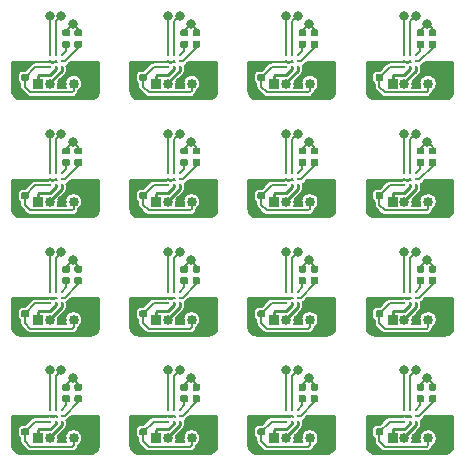
<source format=gbl>
%MOIN*%
%OFA0B0*%
%FSLAX46Y46*%
%IPPOS*%
%LPD*%
%ADD10R,0.033464566929133861X0.033464566929133861*%
%ADD11O,0.033464566929133861X0.033464566929133861*%
%ADD12C,0.0039370078740157488*%
%ADD13C,0.010314960629921261*%
%ADD14C,0.031496062992125991*%
%ADD15C,0.0078740157480314977*%
%ADD16C,0.00984251968503937*%
%ADD27R,0.033464566929133861X0.033464566929133861*%
%ADD28O,0.033464566929133861X0.033464566929133861*%
%ADD29C,0.0039370078740157488*%
%ADD30C,0.010314960629921261*%
%ADD31C,0.031496062992125991*%
%ADD32C,0.0078740157480314977*%
%ADD33C,0.00984251968503937*%
%ADD34R,0.033464566929133861X0.033464566929133861*%
%ADD35O,0.033464566929133861X0.033464566929133861*%
%ADD36C,0.0039370078740157488*%
%ADD37C,0.010314960629921261*%
%ADD38C,0.031496062992125991*%
%ADD39C,0.0078740157480314977*%
%ADD40C,0.00984251968503937*%
%ADD41R,0.033464566929133861X0.033464566929133861*%
%ADD42O,0.033464566929133861X0.033464566929133861*%
%ADD43C,0.0039370078740157488*%
%ADD44C,0.010314960629921261*%
%ADD45C,0.031496062992125991*%
%ADD46C,0.0078740157480314977*%
%ADD47C,0.00984251968503937*%
%ADD48R,0.033464566929133861X0.033464566929133861*%
%ADD49O,0.033464566929133861X0.033464566929133861*%
%ADD50C,0.0039370078740157488*%
%ADD51C,0.010314960629921261*%
%ADD52C,0.031496062992125991*%
%ADD53C,0.0078740157480314977*%
%ADD54C,0.00984251968503937*%
%ADD55R,0.033464566929133861X0.033464566929133861*%
%ADD56O,0.033464566929133861X0.033464566929133861*%
%ADD57C,0.0039370078740157488*%
%ADD58C,0.010314960629921261*%
%ADD59C,0.031496062992125991*%
%ADD60C,0.0078740157480314977*%
%ADD61C,0.00984251968503937*%
%ADD62R,0.033464566929133861X0.033464566929133861*%
%ADD63O,0.033464566929133861X0.033464566929133861*%
%ADD64C,0.0039370078740157488*%
%ADD65C,0.010314960629921261*%
%ADD66C,0.031496062992125991*%
%ADD67C,0.0078740157480314977*%
%ADD68C,0.00984251968503937*%
%ADD69R,0.033464566929133861X0.033464566929133861*%
%ADD70O,0.033464566929133861X0.033464566929133861*%
%ADD71C,0.0039370078740157488*%
%ADD72C,0.010314960629921261*%
%ADD73C,0.031496062992125991*%
%ADD74C,0.0078740157480314977*%
%ADD75C,0.00984251968503937*%
%ADD76R,0.033464566929133861X0.033464566929133861*%
%ADD77O,0.033464566929133861X0.033464566929133861*%
%ADD78C,0.0039370078740157488*%
%ADD79C,0.010314960629921261*%
%ADD80C,0.031496062992125991*%
%ADD81C,0.0078740157480314977*%
%ADD82C,0.00984251968503937*%
%ADD83R,0.033464566929133861X0.033464566929133861*%
%ADD84O,0.033464566929133861X0.033464566929133861*%
%ADD85C,0.0039370078740157488*%
%ADD86C,0.010314960629921261*%
%ADD87C,0.031496062992125991*%
%ADD88C,0.0078740157480314977*%
%ADD89C,0.00984251968503937*%
%ADD90R,0.033464566929133861X0.033464566929133861*%
%ADD91O,0.033464566929133861X0.033464566929133861*%
%ADD92C,0.0039370078740157488*%
%ADD93C,0.010314960629921261*%
%ADD94C,0.031496062992125991*%
%ADD95C,0.0078740157480314977*%
%ADD96C,0.00984251968503937*%
%ADD97R,0.033464566929133861X0.033464566929133861*%
%ADD98O,0.033464566929133861X0.033464566929133861*%
%ADD99C,0.0039370078740157488*%
%ADD100C,0.010314960629921261*%
%ADD101C,0.031496062992125991*%
%ADD102C,0.0078740157480314977*%
%ADD103C,0.00984251968503937*%
%ADD104R,0.033464566929133861X0.033464566929133861*%
%ADD105O,0.033464566929133861X0.033464566929133861*%
%ADD106C,0.0039370078740157488*%
%ADD107C,0.010314960629921261*%
%ADD108C,0.031496062992125991*%
%ADD109C,0.0078740157480314977*%
%ADD110C,0.00984251968503937*%
%ADD111R,0.033464566929133861X0.033464566929133861*%
%ADD112O,0.033464566929133861X0.033464566929133861*%
%ADD113C,0.0039370078740157488*%
%ADD114C,0.010314960629921261*%
%ADD115C,0.031496062992125991*%
%ADD116C,0.0078740157480314977*%
%ADD117C,0.00984251968503937*%
%ADD118R,0.033464566929133861X0.033464566929133861*%
%ADD119O,0.033464566929133861X0.033464566929133861*%
%ADD120C,0.0039370078740157488*%
%ADD121C,0.010314960629921261*%
%ADD122C,0.031496062992125991*%
%ADD123C,0.0078740157480314977*%
%ADD124C,0.00984251968503937*%
%ADD125R,0.033464566929133861X0.033464566929133861*%
%ADD126O,0.033464566929133861X0.033464566929133861*%
%ADD127C,0.0039370078740157488*%
%ADD128C,0.010314960629921261*%
%ADD129C,0.031496062992125991*%
%ADD130C,0.0078740157480314977*%
%ADD131C,0.00984251968503937*%
D10*
X0000000000Y0003937007D02*
X0000099409Y0003687007D03*
D11*
X0000138779Y0003687007D03*
X0000178149Y0003687007D03*
X0000217519Y0003687007D03*
D12*
G36*
X0000062478Y0003718869D02*
G01*
X0000063042Y0003718786D01*
X0000063595Y0003718647D01*
X0000064131Y0003718455D01*
X0000064646Y0003718211D01*
X0000065135Y0003717918D01*
X0000065593Y0003717579D01*
X0000066015Y0003717196D01*
X0000066398Y0003716774D01*
X0000066737Y0003716316D01*
X0000067030Y0003715827D01*
X0000067274Y0003715312D01*
X0000067466Y0003714776D01*
X0000067604Y0003714223D01*
X0000067688Y0003713659D01*
X0000067716Y0003713090D01*
X0000067716Y0003701476D01*
X0000067688Y0003700907D01*
X0000067604Y0003700343D01*
X0000067466Y0003699790D01*
X0000067274Y0003699254D01*
X0000067030Y0003698738D01*
X0000066737Y0003698250D01*
X0000066398Y0003697792D01*
X0000066015Y0003697370D01*
X0000065593Y0003696987D01*
X0000065135Y0003696647D01*
X0000064646Y0003696355D01*
X0000064131Y0003696111D01*
X0000063595Y0003695919D01*
X0000063042Y0003695780D01*
X0000062478Y0003695697D01*
X0000061909Y0003695669D01*
X0000048326Y0003695669D01*
X0000047757Y0003695697D01*
X0000047193Y0003695780D01*
X0000046641Y0003695919D01*
X0000046104Y0003696111D01*
X0000045589Y0003696355D01*
X0000045100Y0003696647D01*
X0000044642Y0003696987D01*
X0000044220Y0003697370D01*
X0000043837Y0003697792D01*
X0000043498Y0003698250D01*
X0000043205Y0003698738D01*
X0000042961Y0003699254D01*
X0000042769Y0003699790D01*
X0000042631Y0003700343D01*
X0000042547Y0003700907D01*
X0000042519Y0003701476D01*
X0000042519Y0003713090D01*
X0000042547Y0003713659D01*
X0000042631Y0003714223D01*
X0000042769Y0003714776D01*
X0000042961Y0003715312D01*
X0000043205Y0003715827D01*
X0000043498Y0003716316D01*
X0000043837Y0003716774D01*
X0000044220Y0003717196D01*
X0000044642Y0003717579D01*
X0000045100Y0003717918D01*
X0000045589Y0003718211D01*
X0000046104Y0003718455D01*
X0000046641Y0003718647D01*
X0000047193Y0003718786D01*
X0000047757Y0003718869D01*
X0000048326Y0003718897D01*
X0000061909Y0003718897D01*
X0000062478Y0003718869D01*
G37*
G36*
X0000062478Y0003757058D02*
G01*
X0000063042Y0003756975D01*
X0000063595Y0003756836D01*
X0000064131Y0003756644D01*
X0000064646Y0003756400D01*
X0000065135Y0003756107D01*
X0000065593Y0003755768D01*
X0000066015Y0003755385D01*
X0000066398Y0003754963D01*
X0000066737Y0003754505D01*
X0000067030Y0003754016D01*
X0000067274Y0003753501D01*
X0000067466Y0003752965D01*
X0000067604Y0003752412D01*
X0000067688Y0003751848D01*
X0000067716Y0003751279D01*
X0000067716Y0003739665D01*
X0000067688Y0003739096D01*
X0000067604Y0003738532D01*
X0000067466Y0003737979D01*
X0000067274Y0003737443D01*
X0000067030Y0003736927D01*
X0000066737Y0003736439D01*
X0000066398Y0003735981D01*
X0000066015Y0003735559D01*
X0000065593Y0003735176D01*
X0000065135Y0003734836D01*
X0000064646Y0003734543D01*
X0000064131Y0003734300D01*
X0000063595Y0003734108D01*
X0000063042Y0003733969D01*
X0000062478Y0003733886D01*
X0000061909Y0003733858D01*
X0000048326Y0003733858D01*
X0000047757Y0003733886D01*
X0000047193Y0003733969D01*
X0000046641Y0003734108D01*
X0000046104Y0003734300D01*
X0000045589Y0003734543D01*
X0000045100Y0003734836D01*
X0000044642Y0003735176D01*
X0000044220Y0003735559D01*
X0000043837Y0003735981D01*
X0000043498Y0003736439D01*
X0000043205Y0003736927D01*
X0000042961Y0003737443D01*
X0000042769Y0003737979D01*
X0000042631Y0003738532D01*
X0000042547Y0003739096D01*
X0000042519Y0003739665D01*
X0000042519Y0003751279D01*
X0000042547Y0003751848D01*
X0000042631Y0003752412D01*
X0000042769Y0003752965D01*
X0000042961Y0003753501D01*
X0000043205Y0003754016D01*
X0000043498Y0003754505D01*
X0000043837Y0003754963D01*
X0000044220Y0003755385D01*
X0000044642Y0003755768D01*
X0000045100Y0003756107D01*
X0000045589Y0003756400D01*
X0000046104Y0003756644D01*
X0000046641Y0003756836D01*
X0000047193Y0003756975D01*
X0000047757Y0003757058D01*
X0000048326Y0003757086D01*
X0000061909Y0003757086D01*
X0000062478Y0003757058D01*
G37*
G36*
X0000199486Y0003829893D02*
G01*
X0000200050Y0003829809D01*
X0000200603Y0003829671D01*
X0000201139Y0003829479D01*
X0000201654Y0003829235D01*
X0000202143Y0003828942D01*
X0000202601Y0003828603D01*
X0000203023Y0003828220D01*
X0000203406Y0003827798D01*
X0000203745Y0003827340D01*
X0000204038Y0003826851D01*
X0000204282Y0003826336D01*
X0000204474Y0003825799D01*
X0000204612Y0003825247D01*
X0000204696Y0003824683D01*
X0000204724Y0003824114D01*
X0000204724Y0003812500D01*
X0000204696Y0003811930D01*
X0000204612Y0003811367D01*
X0000204474Y0003810814D01*
X0000204282Y0003810277D01*
X0000204038Y0003809762D01*
X0000203745Y0003809273D01*
X0000203406Y0003808816D01*
X0000203023Y0003808393D01*
X0000202601Y0003808011D01*
X0000202143Y0003807671D01*
X0000201654Y0003807378D01*
X0000201139Y0003807134D01*
X0000200603Y0003806942D01*
X0000200050Y0003806804D01*
X0000199486Y0003806720D01*
X0000198917Y0003806692D01*
X0000185334Y0003806692D01*
X0000184765Y0003806720D01*
X0000184201Y0003806804D01*
X0000183648Y0003806942D01*
X0000183112Y0003807134D01*
X0000182597Y0003807378D01*
X0000182108Y0003807671D01*
X0000181650Y0003808011D01*
X0000181228Y0003808393D01*
X0000180845Y0003808816D01*
X0000180506Y0003809273D01*
X0000180213Y0003809762D01*
X0000179969Y0003810277D01*
X0000179777Y0003810814D01*
X0000179639Y0003811367D01*
X0000179555Y0003811930D01*
X0000179527Y0003812500D01*
X0000179527Y0003824114D01*
X0000179555Y0003824683D01*
X0000179639Y0003825247D01*
X0000179777Y0003825799D01*
X0000179969Y0003826336D01*
X0000180213Y0003826851D01*
X0000180506Y0003827340D01*
X0000180845Y0003827798D01*
X0000181228Y0003828220D01*
X0000181650Y0003828603D01*
X0000182108Y0003828942D01*
X0000182597Y0003829235D01*
X0000183112Y0003829479D01*
X0000183648Y0003829671D01*
X0000184201Y0003829809D01*
X0000184765Y0003829893D01*
X0000185334Y0003829921D01*
X0000198917Y0003829921D01*
X0000199486Y0003829893D01*
G37*
G36*
X0000199486Y0003868082D02*
G01*
X0000200050Y0003867998D01*
X0000200603Y0003867860D01*
X0000201139Y0003867668D01*
X0000201654Y0003867424D01*
X0000202143Y0003867131D01*
X0000202601Y0003866792D01*
X0000203023Y0003866409D01*
X0000203406Y0003865987D01*
X0000203745Y0003865529D01*
X0000204038Y0003865040D01*
X0000204282Y0003864525D01*
X0000204474Y0003863988D01*
X0000204612Y0003863436D01*
X0000204696Y0003862872D01*
X0000204724Y0003862303D01*
X0000204724Y0003850688D01*
X0000204696Y0003850119D01*
X0000204612Y0003849556D01*
X0000204474Y0003849003D01*
X0000204282Y0003848466D01*
X0000204038Y0003847951D01*
X0000203745Y0003847462D01*
X0000203406Y0003847005D01*
X0000203023Y0003846582D01*
X0000202601Y0003846200D01*
X0000202143Y0003845860D01*
X0000201654Y0003845567D01*
X0000201139Y0003845323D01*
X0000200603Y0003845131D01*
X0000200050Y0003844993D01*
X0000199486Y0003844909D01*
X0000198917Y0003844881D01*
X0000185334Y0003844881D01*
X0000184765Y0003844909D01*
X0000184201Y0003844993D01*
X0000183648Y0003845131D01*
X0000183112Y0003845323D01*
X0000182597Y0003845567D01*
X0000182108Y0003845860D01*
X0000181650Y0003846200D01*
X0000181228Y0003846582D01*
X0000180845Y0003847005D01*
X0000180506Y0003847462D01*
X0000180213Y0003847951D01*
X0000179969Y0003848466D01*
X0000179777Y0003849003D01*
X0000179639Y0003849556D01*
X0000179555Y0003850119D01*
X0000179527Y0003850688D01*
X0000179527Y0003862303D01*
X0000179555Y0003862872D01*
X0000179639Y0003863436D01*
X0000179777Y0003863988D01*
X0000179969Y0003864525D01*
X0000180213Y0003865040D01*
X0000180506Y0003865529D01*
X0000180845Y0003865987D01*
X0000181228Y0003866409D01*
X0000181650Y0003866792D01*
X0000182108Y0003867131D01*
X0000182597Y0003867424D01*
X0000183112Y0003867668D01*
X0000183648Y0003867860D01*
X0000184201Y0003867998D01*
X0000184765Y0003868082D01*
X0000185334Y0003868110D01*
X0000198917Y0003868110D01*
X0000199486Y0003868082D01*
G37*
G36*
X0000240037Y0003829893D02*
G01*
X0000240601Y0003829809D01*
X0000241154Y0003829671D01*
X0000241690Y0003829479D01*
X0000242205Y0003829235D01*
X0000242694Y0003828942D01*
X0000243152Y0003828603D01*
X0000243574Y0003828220D01*
X0000243957Y0003827798D01*
X0000244296Y0003827340D01*
X0000244589Y0003826851D01*
X0000244833Y0003826336D01*
X0000245025Y0003825799D01*
X0000245164Y0003825247D01*
X0000245247Y0003824683D01*
X0000245275Y0003824114D01*
X0000245275Y0003812500D01*
X0000245247Y0003811930D01*
X0000245164Y0003811367D01*
X0000245025Y0003810814D01*
X0000244833Y0003810277D01*
X0000244589Y0003809762D01*
X0000244296Y0003809273D01*
X0000243957Y0003808816D01*
X0000243574Y0003808393D01*
X0000243152Y0003808011D01*
X0000242694Y0003807671D01*
X0000242205Y0003807378D01*
X0000241690Y0003807134D01*
X0000241154Y0003806942D01*
X0000240601Y0003806804D01*
X0000240037Y0003806720D01*
X0000239468Y0003806692D01*
X0000225885Y0003806692D01*
X0000225316Y0003806720D01*
X0000224752Y0003806804D01*
X0000224200Y0003806942D01*
X0000223663Y0003807134D01*
X0000223148Y0003807378D01*
X0000222659Y0003807671D01*
X0000222201Y0003808011D01*
X0000221779Y0003808393D01*
X0000221396Y0003808816D01*
X0000221057Y0003809273D01*
X0000220764Y0003809762D01*
X0000220520Y0003810277D01*
X0000220328Y0003810814D01*
X0000220190Y0003811367D01*
X0000220106Y0003811930D01*
X0000220078Y0003812500D01*
X0000220078Y0003824114D01*
X0000220106Y0003824683D01*
X0000220190Y0003825247D01*
X0000220328Y0003825799D01*
X0000220520Y0003826336D01*
X0000220764Y0003826851D01*
X0000221057Y0003827340D01*
X0000221396Y0003827798D01*
X0000221779Y0003828220D01*
X0000222201Y0003828603D01*
X0000222659Y0003828942D01*
X0000223148Y0003829235D01*
X0000223663Y0003829479D01*
X0000224200Y0003829671D01*
X0000224752Y0003829809D01*
X0000225316Y0003829893D01*
X0000225885Y0003829921D01*
X0000239468Y0003829921D01*
X0000240037Y0003829893D01*
G37*
G36*
X0000240037Y0003868082D02*
G01*
X0000240601Y0003867998D01*
X0000241154Y0003867860D01*
X0000241690Y0003867668D01*
X0000242205Y0003867424D01*
X0000242694Y0003867131D01*
X0000243152Y0003866792D01*
X0000243574Y0003866409D01*
X0000243957Y0003865987D01*
X0000244296Y0003865529D01*
X0000244589Y0003865040D01*
X0000244833Y0003864525D01*
X0000245025Y0003863988D01*
X0000245164Y0003863436D01*
X0000245247Y0003862872D01*
X0000245275Y0003862303D01*
X0000245275Y0003850688D01*
X0000245247Y0003850119D01*
X0000245164Y0003849556D01*
X0000245025Y0003849003D01*
X0000244833Y0003848466D01*
X0000244589Y0003847951D01*
X0000244296Y0003847462D01*
X0000243957Y0003847005D01*
X0000243574Y0003846582D01*
X0000243152Y0003846200D01*
X0000242694Y0003845860D01*
X0000242205Y0003845567D01*
X0000241690Y0003845323D01*
X0000241154Y0003845131D01*
X0000240601Y0003844993D01*
X0000240037Y0003844909D01*
X0000239468Y0003844881D01*
X0000225885Y0003844881D01*
X0000225316Y0003844909D01*
X0000224752Y0003844993D01*
X0000224200Y0003845131D01*
X0000223663Y0003845323D01*
X0000223148Y0003845567D01*
X0000222659Y0003845860D01*
X0000222201Y0003846200D01*
X0000221779Y0003846582D01*
X0000221396Y0003847005D01*
X0000221057Y0003847462D01*
X0000220764Y0003847951D01*
X0000220520Y0003848466D01*
X0000220328Y0003849003D01*
X0000220190Y0003849556D01*
X0000220106Y0003850119D01*
X0000220078Y0003850688D01*
X0000220078Y0003862303D01*
X0000220106Y0003862872D01*
X0000220190Y0003863436D01*
X0000220328Y0003863988D01*
X0000220520Y0003864525D01*
X0000220764Y0003865040D01*
X0000221057Y0003865529D01*
X0000221396Y0003865987D01*
X0000221779Y0003866409D01*
X0000222201Y0003866792D01*
X0000222659Y0003867131D01*
X0000223148Y0003867424D01*
X0000223663Y0003867668D01*
X0000224200Y0003867860D01*
X0000224752Y0003867998D01*
X0000225316Y0003868082D01*
X0000225885Y0003868110D01*
X0000239468Y0003868110D01*
X0000240037Y0003868082D01*
G37*
D13*
X0000157480Y0003761811D03*
X0000157480Y0003781496D03*
X0000177165Y0003781496D03*
X0000137795Y0003781496D03*
X0000137795Y0003761811D03*
X0000177165Y0003761811D03*
X0000177165Y0003742125D03*
X0000157480Y0003742125D03*
X0000137795Y0003742125D03*
D14*
X0000214566Y0003886614D03*
X0000137402Y0003914370D03*
X0000176771Y0003914173D03*
D15*
X0000212639Y0003658464D02*
X0000217519Y0003663344D01*
X0000073228Y0003658464D02*
X0000212639Y0003658464D01*
X0000217519Y0003663344D02*
X0000217519Y0003687007D01*
X0000055118Y0003676574D02*
X0000073228Y0003658464D01*
X0000055118Y0003707283D02*
X0000055118Y0003676574D01*
X0000089960Y0003742125D02*
X0000055118Y0003707283D01*
X0000137795Y0003742125D02*
X0000089960Y0003742125D01*
X0000192125Y0003856496D02*
X0000192125Y0003864173D01*
X0000192125Y0003864173D02*
X0000214566Y0003886614D01*
X0000232677Y0003868503D02*
X0000214566Y0003886614D01*
X0000232677Y0003856496D02*
X0000232677Y0003868503D01*
X0000192125Y0003796456D02*
X0000177165Y0003781496D01*
X0000192125Y0003818307D02*
X0000192125Y0003796456D01*
X0000137402Y0003781889D02*
X0000137795Y0003781496D01*
X0000137402Y0003914370D02*
X0000137402Y0003781889D01*
X0000157480Y0003894881D02*
X0000157480Y0003781496D01*
X0000176771Y0003914173D02*
X0000157480Y0003894881D01*
D16*
X0000099409Y0003713582D02*
X0000099409Y0003687007D01*
X0000138774Y0003716535D02*
X0000102362Y0003716535D01*
X0000157480Y0003735240D02*
X0000138774Y0003716535D01*
X0000102362Y0003716535D02*
X0000099409Y0003713582D01*
X0000157480Y0003742125D02*
X0000157480Y0003735240D01*
X0000138779Y0003691338D02*
X0000138779Y0003687007D01*
X0000177165Y0003742125D02*
X0000177165Y0003729724D01*
X0000177165Y0003729724D02*
X0000138779Y0003691338D01*
D15*
X0000187795Y0003761811D02*
X0000184459Y0003761811D01*
X0000184459Y0003761811D02*
X0000177165Y0003761811D01*
X0000232677Y0003806692D02*
X0000187795Y0003761811D01*
X0000232677Y0003818307D02*
X0000232677Y0003806692D01*
G36*
X0000160456Y0003758834D02*
G01*
X0000159151Y0003759094D01*
X0000155809Y0003759094D01*
X0000152530Y0003758442D01*
X0000149442Y0003757163D01*
X0000147637Y0003755957D01*
X0000145832Y0003757163D01*
X0000142744Y0003758442D01*
X0000139466Y0003759094D01*
X0000136124Y0003759094D01*
X0000132845Y0003758442D01*
X0000131473Y0003757874D01*
X0000090734Y0003757874D01*
X0000089960Y0003757950D01*
X0000089187Y0003757874D01*
X0000086873Y0003757646D01*
X0000083904Y0003756745D01*
X0000082052Y0003755755D01*
X0000081169Y0003755283D01*
X0000079372Y0003753808D01*
X0000079371Y0003753808D01*
X0000078771Y0003753315D01*
X0000078278Y0003752714D01*
X0000056329Y0003730765D01*
X0000048326Y0003730765D01*
X0000044878Y0003730426D01*
X0000041562Y0003729420D01*
X0000038506Y0003727786D01*
X0000035828Y0003725588D01*
X0000033630Y0003722910D01*
X0000031996Y0003719854D01*
X0000030991Y0003716538D01*
X0000030651Y0003713090D01*
X0000030651Y0003701476D01*
X0000030991Y0003698028D01*
X0000031996Y0003694712D01*
X0000033630Y0003691656D01*
X0000035828Y0003688978D01*
X0000038506Y0003686779D01*
X0000039370Y0003686318D01*
X0000039370Y0003677348D01*
X0000039293Y0003676574D01*
X0000039597Y0003673487D01*
X0000040498Y0003670519D01*
X0000041960Y0003667783D01*
X0000043435Y0003665986D01*
X0000043435Y0003665986D01*
X0000043928Y0003665385D01*
X0000044529Y0003664892D01*
X0000061545Y0003647875D01*
X0000062038Y0003647275D01*
X0000062639Y0003646782D01*
X0000062639Y0003646782D01*
X0000064436Y0003645307D01*
X0000067172Y0003643844D01*
X0000070141Y0003642944D01*
X0000073228Y0003642640D01*
X0000074001Y0003642716D01*
X0000211865Y0003642716D01*
X0000212639Y0003642640D01*
X0000213412Y0003642716D01*
X0000213412Y0003642716D01*
X0000215726Y0003642944D01*
X0000218695Y0003643844D01*
X0000221430Y0003645307D01*
X0000223828Y0003647275D01*
X0000224321Y0003647876D01*
X0000228108Y0003651662D01*
X0000228709Y0003652155D01*
X0000230677Y0003654553D01*
X0000232139Y0003657289D01*
X0000233039Y0003660257D01*
X0000233267Y0003662571D01*
X0000233267Y0003662571D01*
X0000233334Y0003663245D01*
X0000235715Y0003664836D01*
X0000239690Y0003668812D01*
X0000242814Y0003673487D01*
X0000244966Y0003678682D01*
X0000246062Y0003684196D01*
X0000246062Y0003689819D01*
X0000244966Y0003695333D01*
X0000242814Y0003700528D01*
X0000239690Y0003705203D01*
X0000235715Y0003709178D01*
X0000231040Y0003712302D01*
X0000225845Y0003714454D01*
X0000220330Y0003715551D01*
X0000214708Y0003715551D01*
X0000209193Y0003714454D01*
X0000203999Y0003712302D01*
X0000199324Y0003709178D01*
X0000195348Y0003705203D01*
X0000192224Y0003700528D01*
X0000190073Y0003695333D01*
X0000188976Y0003689819D01*
X0000188976Y0003684196D01*
X0000190073Y0003678682D01*
X0000191924Y0003674212D01*
X0000164374Y0003674212D01*
X0000166225Y0003678682D01*
X0000167322Y0003684196D01*
X0000167322Y0003689819D01*
X0000166261Y0003695157D01*
X0000188415Y0003717311D01*
X0000189054Y0003717835D01*
X0000191145Y0003720383D01*
X0000192698Y0003723290D01*
X0000193655Y0003726444D01*
X0000193897Y0003728902D01*
X0000193897Y0003728902D01*
X0000193978Y0003729724D01*
X0000193897Y0003730545D01*
X0000193897Y0003739267D01*
X0000194133Y0003740454D01*
X0000194133Y0003743797D01*
X0000193481Y0003747075D01*
X0000193480Y0003747078D01*
X0000193850Y0003747191D01*
X0000196586Y0003748653D01*
X0000198984Y0003750621D01*
X0000199477Y0003751222D01*
X0000208097Y0003759842D01*
X0000302165Y0003759842D01*
X0000302165Y0003662043D01*
X0000301599Y0003656267D01*
X0000300103Y0003651313D01*
X0000297674Y0003646745D01*
X0000294403Y0003642735D01*
X0000290416Y0003639436D01*
X0000285865Y0003636975D01*
X0000280921Y0003635445D01*
X0000275185Y0003634842D01*
X0000039995Y0003634842D01*
X0000034220Y0003635408D01*
X0000029266Y0003636904D01*
X0000024697Y0003639333D01*
X0000020687Y0003642604D01*
X0000017389Y0003646591D01*
X0000014928Y0003651142D01*
X0000013398Y0003656086D01*
X0000012795Y0003661822D01*
X0000012795Y0003759842D01*
X0000160255Y0003759842D01*
X0000160456Y0003758834D01*
G37*
X0000160456Y0003758834D02*
X0000159151Y0003759094D01*
X0000155809Y0003759094D01*
X0000152530Y0003758442D01*
X0000149442Y0003757163D01*
X0000147637Y0003755957D01*
X0000145832Y0003757163D01*
X0000142744Y0003758442D01*
X0000139466Y0003759094D01*
X0000136124Y0003759094D01*
X0000132845Y0003758442D01*
X0000131473Y0003757874D01*
X0000090734Y0003757874D01*
X0000089960Y0003757950D01*
X0000089187Y0003757874D01*
X0000086873Y0003757646D01*
X0000083904Y0003756745D01*
X0000082052Y0003755755D01*
X0000081169Y0003755283D01*
X0000079372Y0003753808D01*
X0000079371Y0003753808D01*
X0000078771Y0003753315D01*
X0000078278Y0003752714D01*
X0000056329Y0003730765D01*
X0000048326Y0003730765D01*
X0000044878Y0003730426D01*
X0000041562Y0003729420D01*
X0000038506Y0003727786D01*
X0000035828Y0003725588D01*
X0000033630Y0003722910D01*
X0000031996Y0003719854D01*
X0000030991Y0003716538D01*
X0000030651Y0003713090D01*
X0000030651Y0003701476D01*
X0000030991Y0003698028D01*
X0000031996Y0003694712D01*
X0000033630Y0003691656D01*
X0000035828Y0003688978D01*
X0000038506Y0003686779D01*
X0000039370Y0003686318D01*
X0000039370Y0003677348D01*
X0000039293Y0003676574D01*
X0000039597Y0003673487D01*
X0000040498Y0003670519D01*
X0000041960Y0003667783D01*
X0000043435Y0003665986D01*
X0000043435Y0003665986D01*
X0000043928Y0003665385D01*
X0000044529Y0003664892D01*
X0000061545Y0003647875D01*
X0000062038Y0003647275D01*
X0000062639Y0003646782D01*
X0000062639Y0003646782D01*
X0000064436Y0003645307D01*
X0000067172Y0003643844D01*
X0000070141Y0003642944D01*
X0000073228Y0003642640D01*
X0000074001Y0003642716D01*
X0000211865Y0003642716D01*
X0000212639Y0003642640D01*
X0000213412Y0003642716D01*
X0000213412Y0003642716D01*
X0000215726Y0003642944D01*
X0000218695Y0003643844D01*
X0000221430Y0003645307D01*
X0000223828Y0003647275D01*
X0000224321Y0003647876D01*
X0000228108Y0003651662D01*
X0000228709Y0003652155D01*
X0000230677Y0003654553D01*
X0000232139Y0003657289D01*
X0000233039Y0003660257D01*
X0000233267Y0003662571D01*
X0000233267Y0003662571D01*
X0000233334Y0003663245D01*
X0000235715Y0003664836D01*
X0000239690Y0003668812D01*
X0000242814Y0003673487D01*
X0000244966Y0003678682D01*
X0000246062Y0003684196D01*
X0000246062Y0003689819D01*
X0000244966Y0003695333D01*
X0000242814Y0003700528D01*
X0000239690Y0003705203D01*
X0000235715Y0003709178D01*
X0000231040Y0003712302D01*
X0000225845Y0003714454D01*
X0000220330Y0003715551D01*
X0000214708Y0003715551D01*
X0000209193Y0003714454D01*
X0000203999Y0003712302D01*
X0000199324Y0003709178D01*
X0000195348Y0003705203D01*
X0000192224Y0003700528D01*
X0000190073Y0003695333D01*
X0000188976Y0003689819D01*
X0000188976Y0003684196D01*
X0000190073Y0003678682D01*
X0000191924Y0003674212D01*
X0000164374Y0003674212D01*
X0000166225Y0003678682D01*
X0000167322Y0003684196D01*
X0000167322Y0003689819D01*
X0000166261Y0003695157D01*
X0000188415Y0003717311D01*
X0000189054Y0003717835D01*
X0000191145Y0003720383D01*
X0000192698Y0003723290D01*
X0000193655Y0003726444D01*
X0000193897Y0003728902D01*
X0000193897Y0003728902D01*
X0000193978Y0003729724D01*
X0000193897Y0003730545D01*
X0000193897Y0003739267D01*
X0000194133Y0003740454D01*
X0000194133Y0003743797D01*
X0000193481Y0003747075D01*
X0000193480Y0003747078D01*
X0000193850Y0003747191D01*
X0000196586Y0003748653D01*
X0000198984Y0003750621D01*
X0000199477Y0003751222D01*
X0000208097Y0003759842D01*
X0000302165Y0003759842D01*
X0000302165Y0003662043D01*
X0000301599Y0003656267D01*
X0000300103Y0003651313D01*
X0000297674Y0003646745D01*
X0000294403Y0003642735D01*
X0000290416Y0003639436D01*
X0000285865Y0003636975D01*
X0000280921Y0003635445D01*
X0000275185Y0003634842D01*
X0000039995Y0003634842D01*
X0000034220Y0003635408D01*
X0000029266Y0003636904D01*
X0000024697Y0003639333D01*
X0000020687Y0003642604D01*
X0000017389Y0003646591D01*
X0000014928Y0003651142D01*
X0000013398Y0003656086D01*
X0000012795Y0003661822D01*
X0000012795Y0003759842D01*
X0000160255Y0003759842D01*
X0000160456Y0003758834D01*
G04 next file*
G04 #@! TF.GenerationSoftware,KiCad,Pcbnew,(5.1.5)-3*
G04 #@! TF.CreationDate,2021-04-29T13:46:15+02:00*
G04 #@! TF.ProjectId,Hivetracker,48697665-7472-4616-936b-65722e6b6963,rev?*
G04 #@! TF.SameCoordinates,PX2562500PY28a0640*
G04 #@! TF.FileFunction,Copper,L2,Bot*
G04 #@! TF.FilePolarity,Positive*
G04 Gerber Fmt 4.6, Leading zero omitted, Abs format (unit mm)*
G04 Created by KiCad (PCBNEW (5.1.5)-3) date 2021-04-29 13:46:15*
G04 APERTURE LIST*
G04 APERTURE END LIST*
D27*
X0000393700Y0003937007D02*
X0000493110Y0003687007D03*
D28*
X0000532480Y0003687007D03*
X0000571850Y0003687007D03*
X0000611220Y0003687007D03*
G04 #@! TA.AperFunction,SMDPad,CuDef*
D29*
G36*
X0000456179Y0003718869D02*
G01*
X0000456743Y0003718786D01*
X0000457295Y0003718647D01*
X0000457832Y0003718455D01*
X0000458347Y0003718211D01*
X0000458836Y0003717918D01*
X0000459294Y0003717579D01*
X0000459716Y0003717196D01*
X0000460099Y0003716774D01*
X0000460438Y0003716316D01*
X0000460731Y0003715827D01*
X0000460975Y0003715312D01*
X0000461167Y0003714776D01*
X0000461305Y0003714223D01*
X0000461389Y0003713659D01*
X0000461417Y0003713090D01*
X0000461417Y0003701476D01*
X0000461389Y0003700907D01*
X0000461305Y0003700343D01*
X0000461167Y0003699790D01*
X0000460975Y0003699254D01*
X0000460731Y0003698738D01*
X0000460438Y0003698250D01*
X0000460099Y0003697792D01*
X0000459716Y0003697370D01*
X0000459294Y0003696987D01*
X0000458836Y0003696647D01*
X0000458347Y0003696355D01*
X0000457832Y0003696111D01*
X0000457295Y0003695919D01*
X0000456743Y0003695780D01*
X0000456179Y0003695697D01*
X0000455610Y0003695669D01*
X0000442027Y0003695669D01*
X0000441458Y0003695697D01*
X0000440894Y0003695780D01*
X0000440341Y0003695919D01*
X0000439805Y0003696111D01*
X0000439290Y0003696355D01*
X0000438801Y0003696647D01*
X0000438343Y0003696987D01*
X0000437921Y0003697370D01*
X0000437538Y0003697792D01*
X0000437199Y0003698250D01*
X0000436906Y0003698738D01*
X0000436662Y0003699254D01*
X0000436470Y0003699790D01*
X0000436332Y0003700343D01*
X0000436248Y0003700907D01*
X0000436220Y0003701476D01*
X0000436220Y0003713090D01*
X0000436248Y0003713659D01*
X0000436332Y0003714223D01*
X0000436470Y0003714776D01*
X0000436662Y0003715312D01*
X0000436906Y0003715827D01*
X0000437199Y0003716316D01*
X0000437538Y0003716774D01*
X0000437921Y0003717196D01*
X0000438343Y0003717579D01*
X0000438801Y0003717918D01*
X0000439290Y0003718211D01*
X0000439805Y0003718455D01*
X0000440341Y0003718647D01*
X0000440894Y0003718786D01*
X0000441458Y0003718869D01*
X0000442027Y0003718897D01*
X0000455610Y0003718897D01*
X0000456179Y0003718869D01*
G37*
G04 #@! TD.AperFunction*
G04 #@! TA.AperFunction,SMDPad,CuDef*
G36*
X0000456179Y0003757058D02*
G01*
X0000456743Y0003756975D01*
X0000457295Y0003756836D01*
X0000457832Y0003756644D01*
X0000458347Y0003756400D01*
X0000458836Y0003756107D01*
X0000459294Y0003755768D01*
X0000459716Y0003755385D01*
X0000460099Y0003754963D01*
X0000460438Y0003754505D01*
X0000460731Y0003754016D01*
X0000460975Y0003753501D01*
X0000461167Y0003752965D01*
X0000461305Y0003752412D01*
X0000461389Y0003751848D01*
X0000461417Y0003751279D01*
X0000461417Y0003739665D01*
X0000461389Y0003739096D01*
X0000461305Y0003738532D01*
X0000461167Y0003737979D01*
X0000460975Y0003737443D01*
X0000460731Y0003736927D01*
X0000460438Y0003736439D01*
X0000460099Y0003735981D01*
X0000459716Y0003735559D01*
X0000459294Y0003735176D01*
X0000458836Y0003734836D01*
X0000458347Y0003734543D01*
X0000457832Y0003734300D01*
X0000457295Y0003734108D01*
X0000456743Y0003733969D01*
X0000456179Y0003733886D01*
X0000455610Y0003733858D01*
X0000442027Y0003733858D01*
X0000441458Y0003733886D01*
X0000440894Y0003733969D01*
X0000440341Y0003734108D01*
X0000439805Y0003734300D01*
X0000439290Y0003734543D01*
X0000438801Y0003734836D01*
X0000438343Y0003735176D01*
X0000437921Y0003735559D01*
X0000437538Y0003735981D01*
X0000437199Y0003736439D01*
X0000436906Y0003736927D01*
X0000436662Y0003737443D01*
X0000436470Y0003737979D01*
X0000436332Y0003738532D01*
X0000436248Y0003739096D01*
X0000436220Y0003739665D01*
X0000436220Y0003751279D01*
X0000436248Y0003751848D01*
X0000436332Y0003752412D01*
X0000436470Y0003752965D01*
X0000436662Y0003753501D01*
X0000436906Y0003754016D01*
X0000437199Y0003754505D01*
X0000437538Y0003754963D01*
X0000437921Y0003755385D01*
X0000438343Y0003755768D01*
X0000438801Y0003756107D01*
X0000439290Y0003756400D01*
X0000439805Y0003756644D01*
X0000440341Y0003756836D01*
X0000440894Y0003756975D01*
X0000441458Y0003757058D01*
X0000442027Y0003757086D01*
X0000455610Y0003757086D01*
X0000456179Y0003757058D01*
G37*
G04 #@! TD.AperFunction*
G04 #@! TA.AperFunction,SMDPad,CuDef*
G36*
X0000593187Y0003829893D02*
G01*
X0000593750Y0003829809D01*
X0000594303Y0003829671D01*
X0000594840Y0003829479D01*
X0000595355Y0003829235D01*
X0000595844Y0003828942D01*
X0000596302Y0003828603D01*
X0000596724Y0003828220D01*
X0000597107Y0003827798D01*
X0000597446Y0003827340D01*
X0000597739Y0003826851D01*
X0000597983Y0003826336D01*
X0000598175Y0003825799D01*
X0000598313Y0003825247D01*
X0000598397Y0003824683D01*
X0000598425Y0003824114D01*
X0000598425Y0003812500D01*
X0000598397Y0003811930D01*
X0000598313Y0003811367D01*
X0000598175Y0003810814D01*
X0000597983Y0003810277D01*
X0000597739Y0003809762D01*
X0000597446Y0003809273D01*
X0000597107Y0003808816D01*
X0000596724Y0003808393D01*
X0000596302Y0003808011D01*
X0000595844Y0003807671D01*
X0000595355Y0003807378D01*
X0000594840Y0003807134D01*
X0000594303Y0003806942D01*
X0000593750Y0003806804D01*
X0000593187Y0003806720D01*
X0000592618Y0003806692D01*
X0000579035Y0003806692D01*
X0000578466Y0003806720D01*
X0000577902Y0003806804D01*
X0000577349Y0003806942D01*
X0000576813Y0003807134D01*
X0000576297Y0003807378D01*
X0000575809Y0003807671D01*
X0000575351Y0003808011D01*
X0000574929Y0003808393D01*
X0000574546Y0003808816D01*
X0000574207Y0003809273D01*
X0000573914Y0003809762D01*
X0000573670Y0003810277D01*
X0000573478Y0003810814D01*
X0000573339Y0003811367D01*
X0000573256Y0003811930D01*
X0000573228Y0003812500D01*
X0000573228Y0003824114D01*
X0000573256Y0003824683D01*
X0000573339Y0003825247D01*
X0000573478Y0003825799D01*
X0000573670Y0003826336D01*
X0000573914Y0003826851D01*
X0000574207Y0003827340D01*
X0000574546Y0003827798D01*
X0000574929Y0003828220D01*
X0000575351Y0003828603D01*
X0000575809Y0003828942D01*
X0000576297Y0003829235D01*
X0000576813Y0003829479D01*
X0000577349Y0003829671D01*
X0000577902Y0003829809D01*
X0000578466Y0003829893D01*
X0000579035Y0003829921D01*
X0000592618Y0003829921D01*
X0000593187Y0003829893D01*
G37*
G04 #@! TD.AperFunction*
G04 #@! TA.AperFunction,SMDPad,CuDef*
G36*
X0000593187Y0003868082D02*
G01*
X0000593750Y0003867998D01*
X0000594303Y0003867860D01*
X0000594840Y0003867668D01*
X0000595355Y0003867424D01*
X0000595844Y0003867131D01*
X0000596302Y0003866792D01*
X0000596724Y0003866409D01*
X0000597107Y0003865987D01*
X0000597446Y0003865529D01*
X0000597739Y0003865040D01*
X0000597983Y0003864525D01*
X0000598175Y0003863988D01*
X0000598313Y0003863436D01*
X0000598397Y0003862872D01*
X0000598425Y0003862303D01*
X0000598425Y0003850688D01*
X0000598397Y0003850119D01*
X0000598313Y0003849556D01*
X0000598175Y0003849003D01*
X0000597983Y0003848466D01*
X0000597739Y0003847951D01*
X0000597446Y0003847462D01*
X0000597107Y0003847005D01*
X0000596724Y0003846582D01*
X0000596302Y0003846200D01*
X0000595844Y0003845860D01*
X0000595355Y0003845567D01*
X0000594840Y0003845323D01*
X0000594303Y0003845131D01*
X0000593750Y0003844993D01*
X0000593187Y0003844909D01*
X0000592618Y0003844881D01*
X0000579035Y0003844881D01*
X0000578466Y0003844909D01*
X0000577902Y0003844993D01*
X0000577349Y0003845131D01*
X0000576813Y0003845323D01*
X0000576297Y0003845567D01*
X0000575809Y0003845860D01*
X0000575351Y0003846200D01*
X0000574929Y0003846582D01*
X0000574546Y0003847005D01*
X0000574207Y0003847462D01*
X0000573914Y0003847951D01*
X0000573670Y0003848466D01*
X0000573478Y0003849003D01*
X0000573339Y0003849556D01*
X0000573256Y0003850119D01*
X0000573228Y0003850688D01*
X0000573228Y0003862303D01*
X0000573256Y0003862872D01*
X0000573339Y0003863436D01*
X0000573478Y0003863988D01*
X0000573670Y0003864525D01*
X0000573914Y0003865040D01*
X0000574207Y0003865529D01*
X0000574546Y0003865987D01*
X0000574929Y0003866409D01*
X0000575351Y0003866792D01*
X0000575809Y0003867131D01*
X0000576297Y0003867424D01*
X0000576813Y0003867668D01*
X0000577349Y0003867860D01*
X0000577902Y0003867998D01*
X0000578466Y0003868082D01*
X0000579035Y0003868110D01*
X0000592618Y0003868110D01*
X0000593187Y0003868082D01*
G37*
G04 #@! TD.AperFunction*
G04 #@! TA.AperFunction,SMDPad,CuDef*
G36*
X0000633738Y0003829893D02*
G01*
X0000634302Y0003829809D01*
X0000634854Y0003829671D01*
X0000635391Y0003829479D01*
X0000635906Y0003829235D01*
X0000636395Y0003828942D01*
X0000636853Y0003828603D01*
X0000637275Y0003828220D01*
X0000637658Y0003827798D01*
X0000637997Y0003827340D01*
X0000638290Y0003826851D01*
X0000638534Y0003826336D01*
X0000638726Y0003825799D01*
X0000638864Y0003825247D01*
X0000638948Y0003824683D01*
X0000638976Y0003824114D01*
X0000638976Y0003812500D01*
X0000638948Y0003811930D01*
X0000638864Y0003811367D01*
X0000638726Y0003810814D01*
X0000638534Y0003810277D01*
X0000638290Y0003809762D01*
X0000637997Y0003809273D01*
X0000637658Y0003808816D01*
X0000637275Y0003808393D01*
X0000636853Y0003808011D01*
X0000636395Y0003807671D01*
X0000635906Y0003807378D01*
X0000635391Y0003807134D01*
X0000634854Y0003806942D01*
X0000634302Y0003806804D01*
X0000633738Y0003806720D01*
X0000633169Y0003806692D01*
X0000619586Y0003806692D01*
X0000619017Y0003806720D01*
X0000618453Y0003806804D01*
X0000617900Y0003806942D01*
X0000617364Y0003807134D01*
X0000616849Y0003807378D01*
X0000616360Y0003807671D01*
X0000615902Y0003808011D01*
X0000615480Y0003808393D01*
X0000615097Y0003808816D01*
X0000614758Y0003809273D01*
X0000614465Y0003809762D01*
X0000614221Y0003810277D01*
X0000614029Y0003810814D01*
X0000613891Y0003811367D01*
X0000613807Y0003811930D01*
X0000613779Y0003812500D01*
X0000613779Y0003824114D01*
X0000613807Y0003824683D01*
X0000613891Y0003825247D01*
X0000614029Y0003825799D01*
X0000614221Y0003826336D01*
X0000614465Y0003826851D01*
X0000614758Y0003827340D01*
X0000615097Y0003827798D01*
X0000615480Y0003828220D01*
X0000615902Y0003828603D01*
X0000616360Y0003828942D01*
X0000616849Y0003829235D01*
X0000617364Y0003829479D01*
X0000617900Y0003829671D01*
X0000618453Y0003829809D01*
X0000619017Y0003829893D01*
X0000619586Y0003829921D01*
X0000633169Y0003829921D01*
X0000633738Y0003829893D01*
G37*
G04 #@! TD.AperFunction*
G04 #@! TA.AperFunction,SMDPad,CuDef*
G36*
X0000633738Y0003868082D02*
G01*
X0000634302Y0003867998D01*
X0000634854Y0003867860D01*
X0000635391Y0003867668D01*
X0000635906Y0003867424D01*
X0000636395Y0003867131D01*
X0000636853Y0003866792D01*
X0000637275Y0003866409D01*
X0000637658Y0003865987D01*
X0000637997Y0003865529D01*
X0000638290Y0003865040D01*
X0000638534Y0003864525D01*
X0000638726Y0003863988D01*
X0000638864Y0003863436D01*
X0000638948Y0003862872D01*
X0000638976Y0003862303D01*
X0000638976Y0003850688D01*
X0000638948Y0003850119D01*
X0000638864Y0003849556D01*
X0000638726Y0003849003D01*
X0000638534Y0003848466D01*
X0000638290Y0003847951D01*
X0000637997Y0003847462D01*
X0000637658Y0003847005D01*
X0000637275Y0003846582D01*
X0000636853Y0003846200D01*
X0000636395Y0003845860D01*
X0000635906Y0003845567D01*
X0000635391Y0003845323D01*
X0000634854Y0003845131D01*
X0000634302Y0003844993D01*
X0000633738Y0003844909D01*
X0000633169Y0003844881D01*
X0000619586Y0003844881D01*
X0000619017Y0003844909D01*
X0000618453Y0003844993D01*
X0000617900Y0003845131D01*
X0000617364Y0003845323D01*
X0000616849Y0003845567D01*
X0000616360Y0003845860D01*
X0000615902Y0003846200D01*
X0000615480Y0003846582D01*
X0000615097Y0003847005D01*
X0000614758Y0003847462D01*
X0000614465Y0003847951D01*
X0000614221Y0003848466D01*
X0000614029Y0003849003D01*
X0000613891Y0003849556D01*
X0000613807Y0003850119D01*
X0000613779Y0003850688D01*
X0000613779Y0003862303D01*
X0000613807Y0003862872D01*
X0000613891Y0003863436D01*
X0000614029Y0003863988D01*
X0000614221Y0003864525D01*
X0000614465Y0003865040D01*
X0000614758Y0003865529D01*
X0000615097Y0003865987D01*
X0000615480Y0003866409D01*
X0000615902Y0003866792D01*
X0000616360Y0003867131D01*
X0000616849Y0003867424D01*
X0000617364Y0003867668D01*
X0000617900Y0003867860D01*
X0000618453Y0003867998D01*
X0000619017Y0003868082D01*
X0000619586Y0003868110D01*
X0000633169Y0003868110D01*
X0000633738Y0003868082D01*
G37*
G04 #@! TD.AperFunction*
D30*
X0000551181Y0003761811D03*
X0000551181Y0003781496D03*
X0000570866Y0003781496D03*
X0000531496Y0003781496D03*
X0000531496Y0003761811D03*
X0000570866Y0003761811D03*
X0000570866Y0003742125D03*
X0000551181Y0003742125D03*
X0000531496Y0003742125D03*
D31*
X0000608267Y0003886614D03*
X0000531102Y0003914370D03*
X0000570472Y0003914173D03*
D32*
X0000606340Y0003658464D02*
X0000611220Y0003663344D01*
X0000466929Y0003658464D02*
X0000606340Y0003658464D01*
X0000611220Y0003663344D02*
X0000611220Y0003687007D01*
X0000448818Y0003676574D02*
X0000466929Y0003658464D01*
X0000448818Y0003707283D02*
X0000448818Y0003676574D01*
X0000483661Y0003742125D02*
X0000448818Y0003707283D01*
X0000531496Y0003742125D02*
X0000483661Y0003742125D01*
X0000585826Y0003856496D02*
X0000585826Y0003864173D01*
X0000585826Y0003864173D02*
X0000608267Y0003886614D01*
X0000626377Y0003868503D02*
X0000608267Y0003886614D01*
X0000626377Y0003856496D02*
X0000626377Y0003868503D01*
X0000585826Y0003796456D02*
X0000570866Y0003781496D01*
X0000585826Y0003818307D02*
X0000585826Y0003796456D01*
X0000531102Y0003781889D02*
X0000531496Y0003781496D01*
X0000531102Y0003914370D02*
X0000531102Y0003781889D01*
X0000551181Y0003894881D02*
X0000551181Y0003781496D01*
X0000570472Y0003914173D02*
X0000551181Y0003894881D01*
D33*
X0000493110Y0003713582D02*
X0000493110Y0003687007D01*
X0000532475Y0003716535D02*
X0000496062Y0003716535D01*
X0000551181Y0003735240D02*
X0000532475Y0003716535D01*
X0000496062Y0003716535D02*
X0000493110Y0003713582D01*
X0000551181Y0003742125D02*
X0000551181Y0003735240D01*
X0000532480Y0003691338D02*
X0000532480Y0003687007D01*
X0000570866Y0003742125D02*
X0000570866Y0003729724D01*
X0000570866Y0003729724D02*
X0000532480Y0003691338D01*
D32*
X0000581496Y0003761811D02*
X0000578159Y0003761811D01*
X0000578159Y0003761811D02*
X0000570866Y0003761811D01*
X0000626377Y0003806692D02*
X0000581496Y0003761811D01*
X0000626377Y0003818307D02*
X0000626377Y0003806692D01*
G36*
X0000554157Y0003758834D02*
G01*
X0000552852Y0003759094D01*
X0000549509Y0003759094D01*
X0000546231Y0003758442D01*
X0000543143Y0003757163D01*
X0000541338Y0003755957D01*
X0000539533Y0003757163D01*
X0000536445Y0003758442D01*
X0000533167Y0003759094D01*
X0000529824Y0003759094D01*
X0000526546Y0003758442D01*
X0000525174Y0003757874D01*
X0000484434Y0003757874D01*
X0000483661Y0003757950D01*
X0000482887Y0003757874D01*
X0000480574Y0003757646D01*
X0000477605Y0003756745D01*
X0000475753Y0003755755D01*
X0000474869Y0003755283D01*
X0000473072Y0003753808D01*
X0000473072Y0003753808D01*
X0000472472Y0003753315D01*
X0000471979Y0003752714D01*
X0000450030Y0003730765D01*
X0000442027Y0003730765D01*
X0000438579Y0003730426D01*
X0000435263Y0003729420D01*
X0000432207Y0003727786D01*
X0000429529Y0003725588D01*
X0000427331Y0003722910D01*
X0000425697Y0003719854D01*
X0000424691Y0003716538D01*
X0000424352Y0003713090D01*
X0000424352Y0003701476D01*
X0000424691Y0003698028D01*
X0000425697Y0003694712D01*
X0000427331Y0003691656D01*
X0000429529Y0003688978D01*
X0000432207Y0003686779D01*
X0000433070Y0003686318D01*
X0000433070Y0003677348D01*
X0000432994Y0003676574D01*
X0000433298Y0003673487D01*
X0000434199Y0003670519D01*
X0000435661Y0003667783D01*
X0000437136Y0003665986D01*
X0000437136Y0003665986D01*
X0000437629Y0003665385D01*
X0000438230Y0003664892D01*
X0000455246Y0003647875D01*
X0000455739Y0003647275D01*
X0000456340Y0003646782D01*
X0000456340Y0003646782D01*
X0000458137Y0003645307D01*
X0000460873Y0003643844D01*
X0000463841Y0003642944D01*
X0000466929Y0003642640D01*
X0000467702Y0003642716D01*
X0000605566Y0003642716D01*
X0000606340Y0003642640D01*
X0000607113Y0003642716D01*
X0000607113Y0003642716D01*
X0000609427Y0003642944D01*
X0000612395Y0003643844D01*
X0000615131Y0003645307D01*
X0000617529Y0003647275D01*
X0000618022Y0003647876D01*
X0000621809Y0003651662D01*
X0000622409Y0003652155D01*
X0000624377Y0003654553D01*
X0000625840Y0003657289D01*
X0000626740Y0003660257D01*
X0000626968Y0003662571D01*
X0000626968Y0003662571D01*
X0000627034Y0003663245D01*
X0000629415Y0003664836D01*
X0000633391Y0003668812D01*
X0000636515Y0003673487D01*
X0000638666Y0003678682D01*
X0000639763Y0003684196D01*
X0000639763Y0003689819D01*
X0000638666Y0003695333D01*
X0000636515Y0003700528D01*
X0000633391Y0003705203D01*
X0000629415Y0003709178D01*
X0000624740Y0003712302D01*
X0000619546Y0003714454D01*
X0000614031Y0003715551D01*
X0000608409Y0003715551D01*
X0000602894Y0003714454D01*
X0000597700Y0003712302D01*
X0000593025Y0003709178D01*
X0000589049Y0003705203D01*
X0000585925Y0003700528D01*
X0000583774Y0003695333D01*
X0000582677Y0003689819D01*
X0000582677Y0003684196D01*
X0000583774Y0003678682D01*
X0000585625Y0003674212D01*
X0000558075Y0003674212D01*
X0000559926Y0003678682D01*
X0000561023Y0003684196D01*
X0000561023Y0003689819D01*
X0000559961Y0003695157D01*
X0000582116Y0003717311D01*
X0000582754Y0003717835D01*
X0000584845Y0003720383D01*
X0000586399Y0003723290D01*
X0000587356Y0003726444D01*
X0000587598Y0003728902D01*
X0000587598Y0003728902D01*
X0000587679Y0003729724D01*
X0000587598Y0003730545D01*
X0000587598Y0003739267D01*
X0000587834Y0003740454D01*
X0000587834Y0003743797D01*
X0000587182Y0003747075D01*
X0000587181Y0003747078D01*
X0000587551Y0003747191D01*
X0000590287Y0003748653D01*
X0000592685Y0003750621D01*
X0000593178Y0003751222D01*
X0000601798Y0003759842D01*
X0000695866Y0003759842D01*
X0000695866Y0003662043D01*
X0000695299Y0003656267D01*
X0000693804Y0003651313D01*
X0000691374Y0003646745D01*
X0000688104Y0003642735D01*
X0000684117Y0003639436D01*
X0000679565Y0003636975D01*
X0000674622Y0003635445D01*
X0000668886Y0003634842D01*
X0000433696Y0003634842D01*
X0000427921Y0003635408D01*
X0000422967Y0003636904D01*
X0000418398Y0003639333D01*
X0000414388Y0003642604D01*
X0000411090Y0003646591D01*
X0000408629Y0003651142D01*
X0000407098Y0003656086D01*
X0000406496Y0003661822D01*
X0000406496Y0003759842D01*
X0000553956Y0003759842D01*
X0000554157Y0003758834D01*
G37*
X0000554157Y0003758834D02*
X0000552852Y0003759094D01*
X0000549509Y0003759094D01*
X0000546231Y0003758442D01*
X0000543143Y0003757163D01*
X0000541338Y0003755957D01*
X0000539533Y0003757163D01*
X0000536445Y0003758442D01*
X0000533167Y0003759094D01*
X0000529824Y0003759094D01*
X0000526546Y0003758442D01*
X0000525174Y0003757874D01*
X0000484434Y0003757874D01*
X0000483661Y0003757950D01*
X0000482887Y0003757874D01*
X0000480574Y0003757646D01*
X0000477605Y0003756745D01*
X0000475753Y0003755755D01*
X0000474869Y0003755283D01*
X0000473072Y0003753808D01*
X0000473072Y0003753808D01*
X0000472472Y0003753315D01*
X0000471979Y0003752714D01*
X0000450030Y0003730765D01*
X0000442027Y0003730765D01*
X0000438579Y0003730426D01*
X0000435263Y0003729420D01*
X0000432207Y0003727786D01*
X0000429529Y0003725588D01*
X0000427331Y0003722910D01*
X0000425697Y0003719854D01*
X0000424691Y0003716538D01*
X0000424352Y0003713090D01*
X0000424352Y0003701476D01*
X0000424691Y0003698028D01*
X0000425697Y0003694712D01*
X0000427331Y0003691656D01*
X0000429529Y0003688978D01*
X0000432207Y0003686779D01*
X0000433070Y0003686318D01*
X0000433070Y0003677348D01*
X0000432994Y0003676574D01*
X0000433298Y0003673487D01*
X0000434199Y0003670519D01*
X0000435661Y0003667783D01*
X0000437136Y0003665986D01*
X0000437136Y0003665986D01*
X0000437629Y0003665385D01*
X0000438230Y0003664892D01*
X0000455246Y0003647875D01*
X0000455739Y0003647275D01*
X0000456340Y0003646782D01*
X0000456340Y0003646782D01*
X0000458137Y0003645307D01*
X0000460873Y0003643844D01*
X0000463841Y0003642944D01*
X0000466929Y0003642640D01*
X0000467702Y0003642716D01*
X0000605566Y0003642716D01*
X0000606340Y0003642640D01*
X0000607113Y0003642716D01*
X0000607113Y0003642716D01*
X0000609427Y0003642944D01*
X0000612395Y0003643844D01*
X0000615131Y0003645307D01*
X0000617529Y0003647275D01*
X0000618022Y0003647876D01*
X0000621809Y0003651662D01*
X0000622409Y0003652155D01*
X0000624377Y0003654553D01*
X0000625840Y0003657289D01*
X0000626740Y0003660257D01*
X0000626968Y0003662571D01*
X0000626968Y0003662571D01*
X0000627034Y0003663245D01*
X0000629415Y0003664836D01*
X0000633391Y0003668812D01*
X0000636515Y0003673487D01*
X0000638666Y0003678682D01*
X0000639763Y0003684196D01*
X0000639763Y0003689819D01*
X0000638666Y0003695333D01*
X0000636515Y0003700528D01*
X0000633391Y0003705203D01*
X0000629415Y0003709178D01*
X0000624740Y0003712302D01*
X0000619546Y0003714454D01*
X0000614031Y0003715551D01*
X0000608409Y0003715551D01*
X0000602894Y0003714454D01*
X0000597700Y0003712302D01*
X0000593025Y0003709178D01*
X0000589049Y0003705203D01*
X0000585925Y0003700528D01*
X0000583774Y0003695333D01*
X0000582677Y0003689819D01*
X0000582677Y0003684196D01*
X0000583774Y0003678682D01*
X0000585625Y0003674212D01*
X0000558075Y0003674212D01*
X0000559926Y0003678682D01*
X0000561023Y0003684196D01*
X0000561023Y0003689819D01*
X0000559961Y0003695157D01*
X0000582116Y0003717311D01*
X0000582754Y0003717835D01*
X0000584845Y0003720383D01*
X0000586399Y0003723290D01*
X0000587356Y0003726444D01*
X0000587598Y0003728902D01*
X0000587598Y0003728902D01*
X0000587679Y0003729724D01*
X0000587598Y0003730545D01*
X0000587598Y0003739267D01*
X0000587834Y0003740454D01*
X0000587834Y0003743797D01*
X0000587182Y0003747075D01*
X0000587181Y0003747078D01*
X0000587551Y0003747191D01*
X0000590287Y0003748653D01*
X0000592685Y0003750621D01*
X0000593178Y0003751222D01*
X0000601798Y0003759842D01*
X0000695866Y0003759842D01*
X0000695866Y0003662043D01*
X0000695299Y0003656267D01*
X0000693804Y0003651313D01*
X0000691374Y0003646745D01*
X0000688104Y0003642735D01*
X0000684117Y0003639436D01*
X0000679565Y0003636975D01*
X0000674622Y0003635445D01*
X0000668886Y0003634842D01*
X0000433696Y0003634842D01*
X0000427921Y0003635408D01*
X0000422967Y0003636904D01*
X0000418398Y0003639333D01*
X0000414388Y0003642604D01*
X0000411090Y0003646591D01*
X0000408629Y0003651142D01*
X0000407098Y0003656086D01*
X0000406496Y0003661822D01*
X0000406496Y0003759842D01*
X0000553956Y0003759842D01*
X0000554157Y0003758834D01*
G04 next file*
G04 #@! TF.GenerationSoftware,KiCad,Pcbnew,(5.1.5)-3*
G04 #@! TF.CreationDate,2021-04-29T13:46:15+02:00*
G04 #@! TF.ProjectId,Hivetracker,48697665-7472-4616-936b-65722e6b6963,rev?*
G04 #@! TF.SameCoordinates,PX2562500PY28a0640*
G04 #@! TF.FileFunction,Copper,L2,Bot*
G04 #@! TF.FilePolarity,Positive*
G04 Gerber Fmt 4.6, Leading zero omitted, Abs format (unit mm)*
G04 Created by KiCad (PCBNEW (5.1.5)-3) date 2021-04-29 13:46:15*
G04 APERTURE LIST*
G04 APERTURE END LIST*
D34*
X0000787401Y0003937007D02*
X0000886811Y0003687007D03*
D35*
X0000926181Y0003687007D03*
X0000965551Y0003687007D03*
X0001004921Y0003687007D03*
G04 #@! TA.AperFunction,SMDPad,CuDef*
D36*
G36*
X0000849880Y0003718869D02*
G01*
X0000850443Y0003718786D01*
X0000850996Y0003718647D01*
X0000851533Y0003718455D01*
X0000852048Y0003718211D01*
X0000852537Y0003717918D01*
X0000852995Y0003717579D01*
X0000853417Y0003717196D01*
X0000853799Y0003716774D01*
X0000854139Y0003716316D01*
X0000854432Y0003715827D01*
X0000854676Y0003715312D01*
X0000854868Y0003714776D01*
X0000855006Y0003714223D01*
X0000855090Y0003713659D01*
X0000855118Y0003713090D01*
X0000855118Y0003701476D01*
X0000855090Y0003700907D01*
X0000855006Y0003700343D01*
X0000854868Y0003699790D01*
X0000854676Y0003699254D01*
X0000854432Y0003698738D01*
X0000854139Y0003698250D01*
X0000853799Y0003697792D01*
X0000853417Y0003697370D01*
X0000852995Y0003696987D01*
X0000852537Y0003696647D01*
X0000852048Y0003696355D01*
X0000851533Y0003696111D01*
X0000850996Y0003695919D01*
X0000850443Y0003695780D01*
X0000849880Y0003695697D01*
X0000849311Y0003695669D01*
X0000835728Y0003695669D01*
X0000835159Y0003695697D01*
X0000834595Y0003695780D01*
X0000834042Y0003695919D01*
X0000833506Y0003696111D01*
X0000832990Y0003696355D01*
X0000832502Y0003696647D01*
X0000832044Y0003696987D01*
X0000831622Y0003697370D01*
X0000831239Y0003697792D01*
X0000830899Y0003698250D01*
X0000830606Y0003698738D01*
X0000830363Y0003699254D01*
X0000830171Y0003699790D01*
X0000830032Y0003700343D01*
X0000829949Y0003700907D01*
X0000829921Y0003701476D01*
X0000829921Y0003713090D01*
X0000829949Y0003713659D01*
X0000830032Y0003714223D01*
X0000830171Y0003714776D01*
X0000830363Y0003715312D01*
X0000830606Y0003715827D01*
X0000830899Y0003716316D01*
X0000831239Y0003716774D01*
X0000831622Y0003717196D01*
X0000832044Y0003717579D01*
X0000832502Y0003717918D01*
X0000832990Y0003718211D01*
X0000833506Y0003718455D01*
X0000834042Y0003718647D01*
X0000834595Y0003718786D01*
X0000835159Y0003718869D01*
X0000835728Y0003718897D01*
X0000849311Y0003718897D01*
X0000849880Y0003718869D01*
G37*
G04 #@! TD.AperFunction*
G04 #@! TA.AperFunction,SMDPad,CuDef*
G36*
X0000849880Y0003757058D02*
G01*
X0000850443Y0003756975D01*
X0000850996Y0003756836D01*
X0000851533Y0003756644D01*
X0000852048Y0003756400D01*
X0000852537Y0003756107D01*
X0000852995Y0003755768D01*
X0000853417Y0003755385D01*
X0000853799Y0003754963D01*
X0000854139Y0003754505D01*
X0000854432Y0003754016D01*
X0000854676Y0003753501D01*
X0000854868Y0003752965D01*
X0000855006Y0003752412D01*
X0000855090Y0003751848D01*
X0000855118Y0003751279D01*
X0000855118Y0003739665D01*
X0000855090Y0003739096D01*
X0000855006Y0003738532D01*
X0000854868Y0003737979D01*
X0000854676Y0003737443D01*
X0000854432Y0003736927D01*
X0000854139Y0003736439D01*
X0000853799Y0003735981D01*
X0000853417Y0003735559D01*
X0000852995Y0003735176D01*
X0000852537Y0003734836D01*
X0000852048Y0003734543D01*
X0000851533Y0003734300D01*
X0000850996Y0003734108D01*
X0000850443Y0003733969D01*
X0000849880Y0003733886D01*
X0000849311Y0003733858D01*
X0000835728Y0003733858D01*
X0000835159Y0003733886D01*
X0000834595Y0003733969D01*
X0000834042Y0003734108D01*
X0000833506Y0003734300D01*
X0000832990Y0003734543D01*
X0000832502Y0003734836D01*
X0000832044Y0003735176D01*
X0000831622Y0003735559D01*
X0000831239Y0003735981D01*
X0000830899Y0003736439D01*
X0000830606Y0003736927D01*
X0000830363Y0003737443D01*
X0000830171Y0003737979D01*
X0000830032Y0003738532D01*
X0000829949Y0003739096D01*
X0000829921Y0003739665D01*
X0000829921Y0003751279D01*
X0000829949Y0003751848D01*
X0000830032Y0003752412D01*
X0000830171Y0003752965D01*
X0000830363Y0003753501D01*
X0000830606Y0003754016D01*
X0000830899Y0003754505D01*
X0000831239Y0003754963D01*
X0000831622Y0003755385D01*
X0000832044Y0003755768D01*
X0000832502Y0003756107D01*
X0000832990Y0003756400D01*
X0000833506Y0003756644D01*
X0000834042Y0003756836D01*
X0000834595Y0003756975D01*
X0000835159Y0003757058D01*
X0000835728Y0003757086D01*
X0000849311Y0003757086D01*
X0000849880Y0003757058D01*
G37*
G04 #@! TD.AperFunction*
G04 #@! TA.AperFunction,SMDPad,CuDef*
G36*
X0000986888Y0003829893D02*
G01*
X0000987451Y0003829809D01*
X0000988004Y0003829671D01*
X0000988541Y0003829479D01*
X0000989056Y0003829235D01*
X0000989545Y0003828942D01*
X0000990002Y0003828603D01*
X0000990425Y0003828220D01*
X0000990807Y0003827798D01*
X0000991147Y0003827340D01*
X0000991440Y0003826851D01*
X0000991683Y0003826336D01*
X0000991875Y0003825799D01*
X0000992014Y0003825247D01*
X0000992098Y0003824683D01*
X0000992125Y0003824114D01*
X0000992125Y0003812500D01*
X0000992098Y0003811930D01*
X0000992014Y0003811367D01*
X0000991875Y0003810814D01*
X0000991683Y0003810277D01*
X0000991440Y0003809762D01*
X0000991147Y0003809273D01*
X0000990807Y0003808816D01*
X0000990425Y0003808393D01*
X0000990002Y0003808011D01*
X0000989545Y0003807671D01*
X0000989056Y0003807378D01*
X0000988541Y0003807134D01*
X0000988004Y0003806942D01*
X0000987451Y0003806804D01*
X0000986888Y0003806720D01*
X0000986318Y0003806692D01*
X0000972736Y0003806692D01*
X0000972167Y0003806720D01*
X0000971603Y0003806804D01*
X0000971050Y0003806942D01*
X0000970513Y0003807134D01*
X0000969998Y0003807378D01*
X0000969509Y0003807671D01*
X0000969052Y0003808011D01*
X0000968630Y0003808393D01*
X0000968247Y0003808816D01*
X0000967907Y0003809273D01*
X0000967614Y0003809762D01*
X0000967371Y0003810277D01*
X0000967179Y0003810814D01*
X0000967040Y0003811367D01*
X0000966957Y0003811930D01*
X0000966929Y0003812500D01*
X0000966929Y0003824114D01*
X0000966957Y0003824683D01*
X0000967040Y0003825247D01*
X0000967179Y0003825799D01*
X0000967371Y0003826336D01*
X0000967614Y0003826851D01*
X0000967907Y0003827340D01*
X0000968247Y0003827798D01*
X0000968630Y0003828220D01*
X0000969052Y0003828603D01*
X0000969509Y0003828942D01*
X0000969998Y0003829235D01*
X0000970513Y0003829479D01*
X0000971050Y0003829671D01*
X0000971603Y0003829809D01*
X0000972167Y0003829893D01*
X0000972736Y0003829921D01*
X0000986318Y0003829921D01*
X0000986888Y0003829893D01*
G37*
G04 #@! TD.AperFunction*
G04 #@! TA.AperFunction,SMDPad,CuDef*
G36*
X0000986888Y0003868082D02*
G01*
X0000987451Y0003867998D01*
X0000988004Y0003867860D01*
X0000988541Y0003867668D01*
X0000989056Y0003867424D01*
X0000989545Y0003867131D01*
X0000990002Y0003866792D01*
X0000990425Y0003866409D01*
X0000990807Y0003865987D01*
X0000991147Y0003865529D01*
X0000991440Y0003865040D01*
X0000991683Y0003864525D01*
X0000991875Y0003863988D01*
X0000992014Y0003863436D01*
X0000992098Y0003862872D01*
X0000992125Y0003862303D01*
X0000992125Y0003850688D01*
X0000992098Y0003850119D01*
X0000992014Y0003849556D01*
X0000991875Y0003849003D01*
X0000991683Y0003848466D01*
X0000991440Y0003847951D01*
X0000991147Y0003847462D01*
X0000990807Y0003847005D01*
X0000990425Y0003846582D01*
X0000990002Y0003846200D01*
X0000989545Y0003845860D01*
X0000989056Y0003845567D01*
X0000988541Y0003845323D01*
X0000988004Y0003845131D01*
X0000987451Y0003844993D01*
X0000986888Y0003844909D01*
X0000986318Y0003844881D01*
X0000972736Y0003844881D01*
X0000972167Y0003844909D01*
X0000971603Y0003844993D01*
X0000971050Y0003845131D01*
X0000970513Y0003845323D01*
X0000969998Y0003845567D01*
X0000969509Y0003845860D01*
X0000969052Y0003846200D01*
X0000968630Y0003846582D01*
X0000968247Y0003847005D01*
X0000967907Y0003847462D01*
X0000967614Y0003847951D01*
X0000967371Y0003848466D01*
X0000967179Y0003849003D01*
X0000967040Y0003849556D01*
X0000966957Y0003850119D01*
X0000966929Y0003850688D01*
X0000966929Y0003862303D01*
X0000966957Y0003862872D01*
X0000967040Y0003863436D01*
X0000967179Y0003863988D01*
X0000967371Y0003864525D01*
X0000967614Y0003865040D01*
X0000967907Y0003865529D01*
X0000968247Y0003865987D01*
X0000968630Y0003866409D01*
X0000969052Y0003866792D01*
X0000969509Y0003867131D01*
X0000969998Y0003867424D01*
X0000970513Y0003867668D01*
X0000971050Y0003867860D01*
X0000971603Y0003867998D01*
X0000972167Y0003868082D01*
X0000972736Y0003868110D01*
X0000986318Y0003868110D01*
X0000986888Y0003868082D01*
G37*
G04 #@! TD.AperFunction*
G04 #@! TA.AperFunction,SMDPad,CuDef*
G36*
X0001027439Y0003829893D02*
G01*
X0001028002Y0003829809D01*
X0001028555Y0003829671D01*
X0001029092Y0003829479D01*
X0001029607Y0003829235D01*
X0001030096Y0003828942D01*
X0001030554Y0003828603D01*
X0001030976Y0003828220D01*
X0001031359Y0003827798D01*
X0001031698Y0003827340D01*
X0001031991Y0003826851D01*
X0001032235Y0003826336D01*
X0001032427Y0003825799D01*
X0001032565Y0003825247D01*
X0001032649Y0003824683D01*
X0001032677Y0003824114D01*
X0001032677Y0003812500D01*
X0001032649Y0003811930D01*
X0001032565Y0003811367D01*
X0001032427Y0003810814D01*
X0001032235Y0003810277D01*
X0001031991Y0003809762D01*
X0001031698Y0003809273D01*
X0001031359Y0003808816D01*
X0001030976Y0003808393D01*
X0001030554Y0003808011D01*
X0001030096Y0003807671D01*
X0001029607Y0003807378D01*
X0001029092Y0003807134D01*
X0001028555Y0003806942D01*
X0001028002Y0003806804D01*
X0001027439Y0003806720D01*
X0001026870Y0003806692D01*
X0001013287Y0003806692D01*
X0001012718Y0003806720D01*
X0001012154Y0003806804D01*
X0001011601Y0003806942D01*
X0001011065Y0003807134D01*
X0001010549Y0003807378D01*
X0001010061Y0003807671D01*
X0001009603Y0003808011D01*
X0001009181Y0003808393D01*
X0001008798Y0003808816D01*
X0001008458Y0003809273D01*
X0001008165Y0003809762D01*
X0001007922Y0003810277D01*
X0001007730Y0003810814D01*
X0001007591Y0003811367D01*
X0001007508Y0003811930D01*
X0001007480Y0003812500D01*
X0001007480Y0003824114D01*
X0001007508Y0003824683D01*
X0001007591Y0003825247D01*
X0001007730Y0003825799D01*
X0001007922Y0003826336D01*
X0001008165Y0003826851D01*
X0001008458Y0003827340D01*
X0001008798Y0003827798D01*
X0001009181Y0003828220D01*
X0001009603Y0003828603D01*
X0001010061Y0003828942D01*
X0001010549Y0003829235D01*
X0001011065Y0003829479D01*
X0001011601Y0003829671D01*
X0001012154Y0003829809D01*
X0001012718Y0003829893D01*
X0001013287Y0003829921D01*
X0001026870Y0003829921D01*
X0001027439Y0003829893D01*
G37*
G04 #@! TD.AperFunction*
G04 #@! TA.AperFunction,SMDPad,CuDef*
G36*
X0001027439Y0003868082D02*
G01*
X0001028002Y0003867998D01*
X0001028555Y0003867860D01*
X0001029092Y0003867668D01*
X0001029607Y0003867424D01*
X0001030096Y0003867131D01*
X0001030554Y0003866792D01*
X0001030976Y0003866409D01*
X0001031359Y0003865987D01*
X0001031698Y0003865529D01*
X0001031991Y0003865040D01*
X0001032235Y0003864525D01*
X0001032427Y0003863988D01*
X0001032565Y0003863436D01*
X0001032649Y0003862872D01*
X0001032677Y0003862303D01*
X0001032677Y0003850688D01*
X0001032649Y0003850119D01*
X0001032565Y0003849556D01*
X0001032427Y0003849003D01*
X0001032235Y0003848466D01*
X0001031991Y0003847951D01*
X0001031698Y0003847462D01*
X0001031359Y0003847005D01*
X0001030976Y0003846582D01*
X0001030554Y0003846200D01*
X0001030096Y0003845860D01*
X0001029607Y0003845567D01*
X0001029092Y0003845323D01*
X0001028555Y0003845131D01*
X0001028002Y0003844993D01*
X0001027439Y0003844909D01*
X0001026870Y0003844881D01*
X0001013287Y0003844881D01*
X0001012718Y0003844909D01*
X0001012154Y0003844993D01*
X0001011601Y0003845131D01*
X0001011065Y0003845323D01*
X0001010549Y0003845567D01*
X0001010061Y0003845860D01*
X0001009603Y0003846200D01*
X0001009181Y0003846582D01*
X0001008798Y0003847005D01*
X0001008458Y0003847462D01*
X0001008165Y0003847951D01*
X0001007922Y0003848466D01*
X0001007730Y0003849003D01*
X0001007591Y0003849556D01*
X0001007508Y0003850119D01*
X0001007480Y0003850688D01*
X0001007480Y0003862303D01*
X0001007508Y0003862872D01*
X0001007591Y0003863436D01*
X0001007730Y0003863988D01*
X0001007922Y0003864525D01*
X0001008165Y0003865040D01*
X0001008458Y0003865529D01*
X0001008798Y0003865987D01*
X0001009181Y0003866409D01*
X0001009603Y0003866792D01*
X0001010061Y0003867131D01*
X0001010549Y0003867424D01*
X0001011065Y0003867668D01*
X0001011601Y0003867860D01*
X0001012154Y0003867998D01*
X0001012718Y0003868082D01*
X0001013287Y0003868110D01*
X0001026870Y0003868110D01*
X0001027439Y0003868082D01*
G37*
G04 #@! TD.AperFunction*
D37*
X0000944881Y0003761811D03*
X0000944881Y0003781496D03*
X0000964566Y0003781496D03*
X0000925196Y0003781496D03*
X0000925196Y0003761811D03*
X0000964566Y0003761811D03*
X0000964566Y0003742125D03*
X0000944881Y0003742125D03*
X0000925196Y0003742125D03*
D38*
X0001001968Y0003886614D03*
X0000924803Y0003914370D03*
X0000964173Y0003914173D03*
D39*
X0001000040Y0003658464D02*
X0001004921Y0003663344D01*
X0000860629Y0003658464D02*
X0001000040Y0003658464D01*
X0001004921Y0003663344D02*
X0001004921Y0003687007D01*
X0000842519Y0003676574D02*
X0000860629Y0003658464D01*
X0000842519Y0003707283D02*
X0000842519Y0003676574D01*
X0000877362Y0003742125D02*
X0000842519Y0003707283D01*
X0000925196Y0003742125D02*
X0000877362Y0003742125D01*
X0000979527Y0003856496D02*
X0000979527Y0003864173D01*
X0000979527Y0003864173D02*
X0001001968Y0003886614D01*
X0001020078Y0003868503D02*
X0001001968Y0003886614D01*
X0001020078Y0003856496D02*
X0001020078Y0003868503D01*
X0000979527Y0003796456D02*
X0000964566Y0003781496D01*
X0000979527Y0003818307D02*
X0000979527Y0003796456D01*
X0000924803Y0003781889D02*
X0000925196Y0003781496D01*
X0000924803Y0003914370D02*
X0000924803Y0003781889D01*
X0000944881Y0003894881D02*
X0000944881Y0003781496D01*
X0000964173Y0003914173D02*
X0000944881Y0003894881D01*
D40*
X0000886811Y0003713582D02*
X0000886811Y0003687007D01*
X0000926176Y0003716535D02*
X0000889763Y0003716535D01*
X0000944881Y0003735240D02*
X0000926176Y0003716535D01*
X0000889763Y0003716535D02*
X0000886811Y0003713582D01*
X0000944881Y0003742125D02*
X0000944881Y0003735240D01*
X0000926181Y0003691338D02*
X0000926181Y0003687007D01*
X0000964566Y0003742125D02*
X0000964566Y0003729724D01*
X0000964566Y0003729724D02*
X0000926181Y0003691338D01*
D39*
X0000975196Y0003761811D02*
X0000971860Y0003761811D01*
X0000971860Y0003761811D02*
X0000964566Y0003761811D01*
X0001020078Y0003806692D02*
X0000975196Y0003761811D01*
X0001020078Y0003818307D02*
X0001020078Y0003806692D01*
G36*
X0000947857Y0003758834D02*
G01*
X0000946553Y0003759094D01*
X0000943210Y0003759094D01*
X0000939932Y0003758442D01*
X0000936844Y0003757163D01*
X0000935039Y0003755957D01*
X0000933234Y0003757163D01*
X0000930146Y0003758442D01*
X0000926868Y0003759094D01*
X0000923525Y0003759094D01*
X0000920247Y0003758442D01*
X0000918875Y0003757874D01*
X0000878135Y0003757874D01*
X0000877362Y0003757950D01*
X0000876588Y0003757874D01*
X0000874275Y0003757646D01*
X0000871306Y0003756745D01*
X0000869453Y0003755755D01*
X0000868570Y0003755283D01*
X0000866773Y0003753808D01*
X0000866773Y0003753808D01*
X0000866172Y0003753315D01*
X0000865679Y0003752714D01*
X0000843730Y0003730765D01*
X0000835728Y0003730765D01*
X0000832280Y0003730426D01*
X0000828964Y0003729420D01*
X0000825908Y0003727786D01*
X0000823230Y0003725588D01*
X0000821031Y0003722910D01*
X0000819398Y0003719854D01*
X0000818392Y0003716538D01*
X0000818053Y0003713090D01*
X0000818053Y0003701476D01*
X0000818392Y0003698028D01*
X0000819398Y0003694712D01*
X0000821031Y0003691656D01*
X0000823230Y0003688978D01*
X0000825908Y0003686779D01*
X0000826771Y0003686318D01*
X0000826771Y0003677348D01*
X0000826695Y0003676574D01*
X0000826999Y0003673487D01*
X0000827900Y0003670519D01*
X0000829362Y0003667783D01*
X0000830837Y0003665986D01*
X0000830837Y0003665986D01*
X0000831330Y0003665385D01*
X0000831930Y0003664892D01*
X0000848947Y0003647875D01*
X0000849440Y0003647275D01*
X0000850041Y0003646782D01*
X0000850041Y0003646782D01*
X0000851838Y0003645307D01*
X0000854574Y0003643844D01*
X0000857542Y0003642944D01*
X0000860629Y0003642640D01*
X0000861403Y0003642716D01*
X0000999267Y0003642716D01*
X0001000040Y0003642640D01*
X0001000814Y0003642716D01*
X0001000814Y0003642716D01*
X0001003128Y0003642944D01*
X0001006096Y0003643844D01*
X0001008832Y0003645307D01*
X0001011230Y0003647275D01*
X0001011723Y0003647876D01*
X0001015509Y0003651662D01*
X0001016110Y0003652155D01*
X0001018078Y0003654553D01*
X0001019540Y0003657289D01*
X0001020441Y0003660257D01*
X0001020669Y0003662571D01*
X0001020669Y0003662571D01*
X0001020735Y0003663245D01*
X0001023116Y0003664836D01*
X0001027092Y0003668812D01*
X0001030216Y0003673487D01*
X0001032367Y0003678682D01*
X0001033464Y0003684196D01*
X0001033464Y0003689819D01*
X0001032367Y0003695333D01*
X0001030216Y0003700528D01*
X0001027092Y0003705203D01*
X0001023116Y0003709178D01*
X0001018441Y0003712302D01*
X0001013247Y0003714454D01*
X0001007732Y0003715551D01*
X0001002110Y0003715551D01*
X0000996595Y0003714454D01*
X0000991400Y0003712302D01*
X0000986725Y0003709178D01*
X0000982750Y0003705203D01*
X0000979626Y0003700528D01*
X0000977474Y0003695333D01*
X0000976377Y0003689819D01*
X0000976377Y0003684196D01*
X0000977474Y0003678682D01*
X0000979326Y0003674212D01*
X0000951776Y0003674212D01*
X0000953627Y0003678682D01*
X0000954724Y0003684196D01*
X0000954724Y0003689819D01*
X0000953662Y0003695157D01*
X0000975817Y0003717311D01*
X0000976455Y0003717835D01*
X0000978546Y0003720383D01*
X0000980100Y0003723290D01*
X0000981057Y0003726444D01*
X0000981299Y0003728902D01*
X0000981299Y0003728902D01*
X0000981380Y0003729724D01*
X0000981299Y0003730545D01*
X0000981299Y0003739267D01*
X0000981535Y0003740454D01*
X0000981535Y0003743797D01*
X0000980883Y0003747075D01*
X0000980881Y0003747078D01*
X0000981252Y0003747191D01*
X0000983988Y0003748653D01*
X0000986386Y0003750621D01*
X0000986879Y0003751222D01*
X0000995499Y0003759842D01*
X0001089566Y0003759842D01*
X0001089566Y0003662043D01*
X0001089000Y0003656267D01*
X0001087505Y0003651313D01*
X0001085075Y0003646745D01*
X0001081805Y0003642735D01*
X0001077818Y0003639436D01*
X0001073266Y0003636975D01*
X0001068323Y0003635445D01*
X0001062587Y0003634842D01*
X0000827397Y0003634842D01*
X0000821621Y0003635408D01*
X0000816668Y0003636904D01*
X0000812099Y0003639333D01*
X0000808089Y0003642604D01*
X0000804791Y0003646591D01*
X0000802329Y0003651142D01*
X0000800799Y0003656086D01*
X0000800196Y0003661822D01*
X0000800196Y0003759842D01*
X0000947657Y0003759842D01*
X0000947857Y0003758834D01*
G37*
X0000947857Y0003758834D02*
X0000946553Y0003759094D01*
X0000943210Y0003759094D01*
X0000939932Y0003758442D01*
X0000936844Y0003757163D01*
X0000935039Y0003755957D01*
X0000933234Y0003757163D01*
X0000930146Y0003758442D01*
X0000926868Y0003759094D01*
X0000923525Y0003759094D01*
X0000920247Y0003758442D01*
X0000918875Y0003757874D01*
X0000878135Y0003757874D01*
X0000877362Y0003757950D01*
X0000876588Y0003757874D01*
X0000874275Y0003757646D01*
X0000871306Y0003756745D01*
X0000869453Y0003755755D01*
X0000868570Y0003755283D01*
X0000866773Y0003753808D01*
X0000866773Y0003753808D01*
X0000866172Y0003753315D01*
X0000865679Y0003752714D01*
X0000843730Y0003730765D01*
X0000835728Y0003730765D01*
X0000832280Y0003730426D01*
X0000828964Y0003729420D01*
X0000825908Y0003727786D01*
X0000823230Y0003725588D01*
X0000821031Y0003722910D01*
X0000819398Y0003719854D01*
X0000818392Y0003716538D01*
X0000818053Y0003713090D01*
X0000818053Y0003701476D01*
X0000818392Y0003698028D01*
X0000819398Y0003694712D01*
X0000821031Y0003691656D01*
X0000823230Y0003688978D01*
X0000825908Y0003686779D01*
X0000826771Y0003686318D01*
X0000826771Y0003677348D01*
X0000826695Y0003676574D01*
X0000826999Y0003673487D01*
X0000827900Y0003670519D01*
X0000829362Y0003667783D01*
X0000830837Y0003665986D01*
X0000830837Y0003665986D01*
X0000831330Y0003665385D01*
X0000831930Y0003664892D01*
X0000848947Y0003647875D01*
X0000849440Y0003647275D01*
X0000850041Y0003646782D01*
X0000850041Y0003646782D01*
X0000851838Y0003645307D01*
X0000854574Y0003643844D01*
X0000857542Y0003642944D01*
X0000860629Y0003642640D01*
X0000861403Y0003642716D01*
X0000999267Y0003642716D01*
X0001000040Y0003642640D01*
X0001000814Y0003642716D01*
X0001000814Y0003642716D01*
X0001003128Y0003642944D01*
X0001006096Y0003643844D01*
X0001008832Y0003645307D01*
X0001011230Y0003647275D01*
X0001011723Y0003647876D01*
X0001015509Y0003651662D01*
X0001016110Y0003652155D01*
X0001018078Y0003654553D01*
X0001019540Y0003657289D01*
X0001020441Y0003660257D01*
X0001020669Y0003662571D01*
X0001020669Y0003662571D01*
X0001020735Y0003663245D01*
X0001023116Y0003664836D01*
X0001027092Y0003668812D01*
X0001030216Y0003673487D01*
X0001032367Y0003678682D01*
X0001033464Y0003684196D01*
X0001033464Y0003689819D01*
X0001032367Y0003695333D01*
X0001030216Y0003700528D01*
X0001027092Y0003705203D01*
X0001023116Y0003709178D01*
X0001018441Y0003712302D01*
X0001013247Y0003714454D01*
X0001007732Y0003715551D01*
X0001002110Y0003715551D01*
X0000996595Y0003714454D01*
X0000991400Y0003712302D01*
X0000986725Y0003709178D01*
X0000982750Y0003705203D01*
X0000979626Y0003700528D01*
X0000977474Y0003695333D01*
X0000976377Y0003689819D01*
X0000976377Y0003684196D01*
X0000977474Y0003678682D01*
X0000979326Y0003674212D01*
X0000951776Y0003674212D01*
X0000953627Y0003678682D01*
X0000954724Y0003684196D01*
X0000954724Y0003689819D01*
X0000953662Y0003695157D01*
X0000975817Y0003717311D01*
X0000976455Y0003717835D01*
X0000978546Y0003720383D01*
X0000980100Y0003723290D01*
X0000981057Y0003726444D01*
X0000981299Y0003728902D01*
X0000981299Y0003728902D01*
X0000981380Y0003729724D01*
X0000981299Y0003730545D01*
X0000981299Y0003739267D01*
X0000981535Y0003740454D01*
X0000981535Y0003743797D01*
X0000980883Y0003747075D01*
X0000980881Y0003747078D01*
X0000981252Y0003747191D01*
X0000983988Y0003748653D01*
X0000986386Y0003750621D01*
X0000986879Y0003751222D01*
X0000995499Y0003759842D01*
X0001089566Y0003759842D01*
X0001089566Y0003662043D01*
X0001089000Y0003656267D01*
X0001087505Y0003651313D01*
X0001085075Y0003646745D01*
X0001081805Y0003642735D01*
X0001077818Y0003639436D01*
X0001073266Y0003636975D01*
X0001068323Y0003635445D01*
X0001062587Y0003634842D01*
X0000827397Y0003634842D01*
X0000821621Y0003635408D01*
X0000816668Y0003636904D01*
X0000812099Y0003639333D01*
X0000808089Y0003642604D01*
X0000804791Y0003646591D01*
X0000802329Y0003651142D01*
X0000800799Y0003656086D01*
X0000800196Y0003661822D01*
X0000800196Y0003759842D01*
X0000947657Y0003759842D01*
X0000947857Y0003758834D01*
G04 next file*
G04 #@! TF.GenerationSoftware,KiCad,Pcbnew,(5.1.5)-3*
G04 #@! TF.CreationDate,2021-04-29T13:46:15+02:00*
G04 #@! TF.ProjectId,Hivetracker,48697665-7472-4616-936b-65722e6b6963,rev?*
G04 #@! TF.SameCoordinates,PX2562500PY28a0640*
G04 #@! TF.FileFunction,Copper,L2,Bot*
G04 #@! TF.FilePolarity,Positive*
G04 Gerber Fmt 4.6, Leading zero omitted, Abs format (unit mm)*
G04 Created by KiCad (PCBNEW (5.1.5)-3) date 2021-04-29 13:46:15*
G04 APERTURE LIST*
G04 APERTURE END LIST*
D41*
X0000000000Y0003543307D02*
X0000099409Y0003293307D03*
D42*
X0000138779Y0003293307D03*
X0000178149Y0003293307D03*
X0000217519Y0003293307D03*
G04 #@! TA.AperFunction,SMDPad,CuDef*
D43*
G36*
X0000062478Y0003325168D02*
G01*
X0000063042Y0003325085D01*
X0000063595Y0003324946D01*
X0000064131Y0003324754D01*
X0000064646Y0003324511D01*
X0000065135Y0003324218D01*
X0000065593Y0003323878D01*
X0000066015Y0003323495D01*
X0000066398Y0003323073D01*
X0000066737Y0003322616D01*
X0000067030Y0003322127D01*
X0000067274Y0003321612D01*
X0000067466Y0003321075D01*
X0000067604Y0003320522D01*
X0000067688Y0003319958D01*
X0000067716Y0003319389D01*
X0000067716Y0003307775D01*
X0000067688Y0003307206D01*
X0000067604Y0003306642D01*
X0000067466Y0003306089D01*
X0000067274Y0003305553D01*
X0000067030Y0003305038D01*
X0000066737Y0003304549D01*
X0000066398Y0003304091D01*
X0000066015Y0003303669D01*
X0000065593Y0003303286D01*
X0000065135Y0003302947D01*
X0000064646Y0003302654D01*
X0000064131Y0003302410D01*
X0000063595Y0003302218D01*
X0000063042Y0003302080D01*
X0000062478Y0003301996D01*
X0000061909Y0003301968D01*
X0000048326Y0003301968D01*
X0000047757Y0003301996D01*
X0000047193Y0003302080D01*
X0000046641Y0003302218D01*
X0000046104Y0003302410D01*
X0000045589Y0003302654D01*
X0000045100Y0003302947D01*
X0000044642Y0003303286D01*
X0000044220Y0003303669D01*
X0000043837Y0003304091D01*
X0000043498Y0003304549D01*
X0000043205Y0003305038D01*
X0000042961Y0003305553D01*
X0000042769Y0003306089D01*
X0000042631Y0003306642D01*
X0000042547Y0003307206D01*
X0000042519Y0003307775D01*
X0000042519Y0003319389D01*
X0000042547Y0003319958D01*
X0000042631Y0003320522D01*
X0000042769Y0003321075D01*
X0000042961Y0003321612D01*
X0000043205Y0003322127D01*
X0000043498Y0003322616D01*
X0000043837Y0003323073D01*
X0000044220Y0003323495D01*
X0000044642Y0003323878D01*
X0000045100Y0003324218D01*
X0000045589Y0003324511D01*
X0000046104Y0003324754D01*
X0000046641Y0003324946D01*
X0000047193Y0003325085D01*
X0000047757Y0003325168D01*
X0000048326Y0003325196D01*
X0000061909Y0003325196D01*
X0000062478Y0003325168D01*
G37*
G04 #@! TD.AperFunction*
G04 #@! TA.AperFunction,SMDPad,CuDef*
G36*
X0000062478Y0003363357D02*
G01*
X0000063042Y0003363274D01*
X0000063595Y0003363135D01*
X0000064131Y0003362943D01*
X0000064646Y0003362700D01*
X0000065135Y0003362407D01*
X0000065593Y0003362067D01*
X0000066015Y0003361684D01*
X0000066398Y0003361262D01*
X0000066737Y0003360805D01*
X0000067030Y0003360316D01*
X0000067274Y0003359801D01*
X0000067466Y0003359264D01*
X0000067604Y0003358711D01*
X0000067688Y0003358147D01*
X0000067716Y0003357578D01*
X0000067716Y0003345964D01*
X0000067688Y0003345395D01*
X0000067604Y0003344831D01*
X0000067466Y0003344278D01*
X0000067274Y0003343742D01*
X0000067030Y0003343227D01*
X0000066737Y0003342738D01*
X0000066398Y0003342280D01*
X0000066015Y0003341858D01*
X0000065593Y0003341475D01*
X0000065135Y0003341136D01*
X0000064646Y0003340843D01*
X0000064131Y0003340599D01*
X0000063595Y0003340407D01*
X0000063042Y0003340269D01*
X0000062478Y0003340185D01*
X0000061909Y0003340157D01*
X0000048326Y0003340157D01*
X0000047757Y0003340185D01*
X0000047193Y0003340269D01*
X0000046641Y0003340407D01*
X0000046104Y0003340599D01*
X0000045589Y0003340843D01*
X0000045100Y0003341136D01*
X0000044642Y0003341475D01*
X0000044220Y0003341858D01*
X0000043837Y0003342280D01*
X0000043498Y0003342738D01*
X0000043205Y0003343227D01*
X0000042961Y0003343742D01*
X0000042769Y0003344278D01*
X0000042631Y0003344831D01*
X0000042547Y0003345395D01*
X0000042519Y0003345964D01*
X0000042519Y0003357578D01*
X0000042547Y0003358147D01*
X0000042631Y0003358711D01*
X0000042769Y0003359264D01*
X0000042961Y0003359801D01*
X0000043205Y0003360316D01*
X0000043498Y0003360805D01*
X0000043837Y0003361262D01*
X0000044220Y0003361684D01*
X0000044642Y0003362067D01*
X0000045100Y0003362407D01*
X0000045589Y0003362700D01*
X0000046104Y0003362943D01*
X0000046641Y0003363135D01*
X0000047193Y0003363274D01*
X0000047757Y0003363357D01*
X0000048326Y0003363385D01*
X0000061909Y0003363385D01*
X0000062478Y0003363357D01*
G37*
G04 #@! TD.AperFunction*
G04 #@! TA.AperFunction,SMDPad,CuDef*
G36*
X0000199486Y0003436192D02*
G01*
X0000200050Y0003436108D01*
X0000200603Y0003435970D01*
X0000201139Y0003435778D01*
X0000201654Y0003435534D01*
X0000202143Y0003435241D01*
X0000202601Y0003434902D01*
X0000203023Y0003434519D01*
X0000203406Y0003434097D01*
X0000203745Y0003433639D01*
X0000204038Y0003433150D01*
X0000204282Y0003432635D01*
X0000204474Y0003432099D01*
X0000204612Y0003431546D01*
X0000204696Y0003430982D01*
X0000204724Y0003430413D01*
X0000204724Y0003418799D01*
X0000204696Y0003418230D01*
X0000204612Y0003417666D01*
X0000204474Y0003417113D01*
X0000204282Y0003416576D01*
X0000204038Y0003416061D01*
X0000203745Y0003415572D01*
X0000203406Y0003415115D01*
X0000203023Y0003414692D01*
X0000202601Y0003414310D01*
X0000202143Y0003413970D01*
X0000201654Y0003413677D01*
X0000201139Y0003413434D01*
X0000200603Y0003413242D01*
X0000200050Y0003413103D01*
X0000199486Y0003413020D01*
X0000198917Y0003412992D01*
X0000185334Y0003412992D01*
X0000184765Y0003413020D01*
X0000184201Y0003413103D01*
X0000183648Y0003413242D01*
X0000183112Y0003413434D01*
X0000182597Y0003413677D01*
X0000182108Y0003413970D01*
X0000181650Y0003414310D01*
X0000181228Y0003414692D01*
X0000180845Y0003415115D01*
X0000180506Y0003415572D01*
X0000180213Y0003416061D01*
X0000179969Y0003416576D01*
X0000179777Y0003417113D01*
X0000179639Y0003417666D01*
X0000179555Y0003418230D01*
X0000179527Y0003418799D01*
X0000179527Y0003430413D01*
X0000179555Y0003430982D01*
X0000179639Y0003431546D01*
X0000179777Y0003432099D01*
X0000179969Y0003432635D01*
X0000180213Y0003433150D01*
X0000180506Y0003433639D01*
X0000180845Y0003434097D01*
X0000181228Y0003434519D01*
X0000181650Y0003434902D01*
X0000182108Y0003435241D01*
X0000182597Y0003435534D01*
X0000183112Y0003435778D01*
X0000183648Y0003435970D01*
X0000184201Y0003436108D01*
X0000184765Y0003436192D01*
X0000185334Y0003436220D01*
X0000198917Y0003436220D01*
X0000199486Y0003436192D01*
G37*
G04 #@! TD.AperFunction*
G04 #@! TA.AperFunction,SMDPad,CuDef*
G36*
X0000199486Y0003474381D02*
G01*
X0000200050Y0003474297D01*
X0000200603Y0003474159D01*
X0000201139Y0003473967D01*
X0000201654Y0003473723D01*
X0000202143Y0003473430D01*
X0000202601Y0003473091D01*
X0000203023Y0003472708D01*
X0000203406Y0003472286D01*
X0000203745Y0003471828D01*
X0000204038Y0003471339D01*
X0000204282Y0003470824D01*
X0000204474Y0003470288D01*
X0000204612Y0003469735D01*
X0000204696Y0003469171D01*
X0000204724Y0003468602D01*
X0000204724Y0003456988D01*
X0000204696Y0003456418D01*
X0000204612Y0003455855D01*
X0000204474Y0003455302D01*
X0000204282Y0003454765D01*
X0000204038Y0003454250D01*
X0000203745Y0003453761D01*
X0000203406Y0003453304D01*
X0000203023Y0003452881D01*
X0000202601Y0003452499D01*
X0000202143Y0003452159D01*
X0000201654Y0003451866D01*
X0000201139Y0003451623D01*
X0000200603Y0003451431D01*
X0000200050Y0003451292D01*
X0000199486Y0003451209D01*
X0000198917Y0003451181D01*
X0000185334Y0003451181D01*
X0000184765Y0003451209D01*
X0000184201Y0003451292D01*
X0000183648Y0003451431D01*
X0000183112Y0003451623D01*
X0000182597Y0003451866D01*
X0000182108Y0003452159D01*
X0000181650Y0003452499D01*
X0000181228Y0003452881D01*
X0000180845Y0003453304D01*
X0000180506Y0003453761D01*
X0000180213Y0003454250D01*
X0000179969Y0003454765D01*
X0000179777Y0003455302D01*
X0000179639Y0003455855D01*
X0000179555Y0003456418D01*
X0000179527Y0003456988D01*
X0000179527Y0003468602D01*
X0000179555Y0003469171D01*
X0000179639Y0003469735D01*
X0000179777Y0003470288D01*
X0000179969Y0003470824D01*
X0000180213Y0003471339D01*
X0000180506Y0003471828D01*
X0000180845Y0003472286D01*
X0000181228Y0003472708D01*
X0000181650Y0003473091D01*
X0000182108Y0003473430D01*
X0000182597Y0003473723D01*
X0000183112Y0003473967D01*
X0000183648Y0003474159D01*
X0000184201Y0003474297D01*
X0000184765Y0003474381D01*
X0000185334Y0003474409D01*
X0000198917Y0003474409D01*
X0000199486Y0003474381D01*
G37*
G04 #@! TD.AperFunction*
G04 #@! TA.AperFunction,SMDPad,CuDef*
G36*
X0000240037Y0003436192D02*
G01*
X0000240601Y0003436108D01*
X0000241154Y0003435970D01*
X0000241690Y0003435778D01*
X0000242205Y0003435534D01*
X0000242694Y0003435241D01*
X0000243152Y0003434902D01*
X0000243574Y0003434519D01*
X0000243957Y0003434097D01*
X0000244296Y0003433639D01*
X0000244589Y0003433150D01*
X0000244833Y0003432635D01*
X0000245025Y0003432099D01*
X0000245164Y0003431546D01*
X0000245247Y0003430982D01*
X0000245275Y0003430413D01*
X0000245275Y0003418799D01*
X0000245247Y0003418230D01*
X0000245164Y0003417666D01*
X0000245025Y0003417113D01*
X0000244833Y0003416576D01*
X0000244589Y0003416061D01*
X0000244296Y0003415572D01*
X0000243957Y0003415115D01*
X0000243574Y0003414692D01*
X0000243152Y0003414310D01*
X0000242694Y0003413970D01*
X0000242205Y0003413677D01*
X0000241690Y0003413434D01*
X0000241154Y0003413242D01*
X0000240601Y0003413103D01*
X0000240037Y0003413020D01*
X0000239468Y0003412992D01*
X0000225885Y0003412992D01*
X0000225316Y0003413020D01*
X0000224752Y0003413103D01*
X0000224200Y0003413242D01*
X0000223663Y0003413434D01*
X0000223148Y0003413677D01*
X0000222659Y0003413970D01*
X0000222201Y0003414310D01*
X0000221779Y0003414692D01*
X0000221396Y0003415115D01*
X0000221057Y0003415572D01*
X0000220764Y0003416061D01*
X0000220520Y0003416576D01*
X0000220328Y0003417113D01*
X0000220190Y0003417666D01*
X0000220106Y0003418230D01*
X0000220078Y0003418799D01*
X0000220078Y0003430413D01*
X0000220106Y0003430982D01*
X0000220190Y0003431546D01*
X0000220328Y0003432099D01*
X0000220520Y0003432635D01*
X0000220764Y0003433150D01*
X0000221057Y0003433639D01*
X0000221396Y0003434097D01*
X0000221779Y0003434519D01*
X0000222201Y0003434902D01*
X0000222659Y0003435241D01*
X0000223148Y0003435534D01*
X0000223663Y0003435778D01*
X0000224200Y0003435970D01*
X0000224752Y0003436108D01*
X0000225316Y0003436192D01*
X0000225885Y0003436220D01*
X0000239468Y0003436220D01*
X0000240037Y0003436192D01*
G37*
G04 #@! TD.AperFunction*
G04 #@! TA.AperFunction,SMDPad,CuDef*
G36*
X0000240037Y0003474381D02*
G01*
X0000240601Y0003474297D01*
X0000241154Y0003474159D01*
X0000241690Y0003473967D01*
X0000242205Y0003473723D01*
X0000242694Y0003473430D01*
X0000243152Y0003473091D01*
X0000243574Y0003472708D01*
X0000243957Y0003472286D01*
X0000244296Y0003471828D01*
X0000244589Y0003471339D01*
X0000244833Y0003470824D01*
X0000245025Y0003470288D01*
X0000245164Y0003469735D01*
X0000245247Y0003469171D01*
X0000245275Y0003468602D01*
X0000245275Y0003456988D01*
X0000245247Y0003456418D01*
X0000245164Y0003455855D01*
X0000245025Y0003455302D01*
X0000244833Y0003454765D01*
X0000244589Y0003454250D01*
X0000244296Y0003453761D01*
X0000243957Y0003453304D01*
X0000243574Y0003452881D01*
X0000243152Y0003452499D01*
X0000242694Y0003452159D01*
X0000242205Y0003451866D01*
X0000241690Y0003451623D01*
X0000241154Y0003451431D01*
X0000240601Y0003451292D01*
X0000240037Y0003451209D01*
X0000239468Y0003451181D01*
X0000225885Y0003451181D01*
X0000225316Y0003451209D01*
X0000224752Y0003451292D01*
X0000224200Y0003451431D01*
X0000223663Y0003451623D01*
X0000223148Y0003451866D01*
X0000222659Y0003452159D01*
X0000222201Y0003452499D01*
X0000221779Y0003452881D01*
X0000221396Y0003453304D01*
X0000221057Y0003453761D01*
X0000220764Y0003454250D01*
X0000220520Y0003454765D01*
X0000220328Y0003455302D01*
X0000220190Y0003455855D01*
X0000220106Y0003456418D01*
X0000220078Y0003456988D01*
X0000220078Y0003468602D01*
X0000220106Y0003469171D01*
X0000220190Y0003469735D01*
X0000220328Y0003470288D01*
X0000220520Y0003470824D01*
X0000220764Y0003471339D01*
X0000221057Y0003471828D01*
X0000221396Y0003472286D01*
X0000221779Y0003472708D01*
X0000222201Y0003473091D01*
X0000222659Y0003473430D01*
X0000223148Y0003473723D01*
X0000223663Y0003473967D01*
X0000224200Y0003474159D01*
X0000224752Y0003474297D01*
X0000225316Y0003474381D01*
X0000225885Y0003474409D01*
X0000239468Y0003474409D01*
X0000240037Y0003474381D01*
G37*
G04 #@! TD.AperFunction*
D44*
X0000157480Y0003368110D03*
X0000157480Y0003387795D03*
X0000177165Y0003387795D03*
X0000137795Y0003387795D03*
X0000137795Y0003368110D03*
X0000177165Y0003368110D03*
X0000177165Y0003348425D03*
X0000157480Y0003348425D03*
X0000137795Y0003348425D03*
D45*
X0000214566Y0003492913D03*
X0000137402Y0003520669D03*
X0000176771Y0003520472D03*
D46*
X0000212639Y0003264763D02*
X0000217519Y0003269644D01*
X0000073228Y0003264763D02*
X0000212639Y0003264763D01*
X0000217519Y0003269644D02*
X0000217519Y0003293307D01*
X0000055118Y0003282873D02*
X0000073228Y0003264763D01*
X0000055118Y0003313582D02*
X0000055118Y0003282873D01*
X0000089960Y0003348425D02*
X0000055118Y0003313582D01*
X0000137795Y0003348425D02*
X0000089960Y0003348425D01*
X0000192125Y0003462795D02*
X0000192125Y0003470472D01*
X0000192125Y0003470472D02*
X0000214566Y0003492913D01*
X0000232677Y0003474803D02*
X0000214566Y0003492913D01*
X0000232677Y0003462795D02*
X0000232677Y0003474803D01*
X0000192125Y0003402755D02*
X0000177165Y0003387795D01*
X0000192125Y0003424606D02*
X0000192125Y0003402755D01*
X0000137402Y0003388188D02*
X0000137795Y0003387795D01*
X0000137402Y0003520669D02*
X0000137402Y0003388188D01*
X0000157480Y0003501181D02*
X0000157480Y0003387795D01*
X0000176771Y0003520472D02*
X0000157480Y0003501181D01*
D47*
X0000099409Y0003319881D02*
X0000099409Y0003293307D01*
X0000138774Y0003322834D02*
X0000102362Y0003322834D01*
X0000157480Y0003341540D02*
X0000138774Y0003322834D01*
X0000102362Y0003322834D02*
X0000099409Y0003319881D01*
X0000157480Y0003348425D02*
X0000157480Y0003341540D01*
X0000138779Y0003297637D02*
X0000138779Y0003293307D01*
X0000177165Y0003348425D02*
X0000177165Y0003336023D01*
X0000177165Y0003336023D02*
X0000138779Y0003297637D01*
D46*
X0000187795Y0003368110D02*
X0000184459Y0003368110D01*
X0000184459Y0003368110D02*
X0000177165Y0003368110D01*
X0000232677Y0003412992D02*
X0000187795Y0003368110D01*
X0000232677Y0003424606D02*
X0000232677Y0003412992D01*
G36*
X0000160456Y0003365134D02*
G01*
X0000159151Y0003365393D01*
X0000155809Y0003365393D01*
X0000152530Y0003364741D01*
X0000149442Y0003363462D01*
X0000147637Y0003362256D01*
X0000145832Y0003363462D01*
X0000142744Y0003364741D01*
X0000139466Y0003365393D01*
X0000136124Y0003365393D01*
X0000132845Y0003364741D01*
X0000131473Y0003364173D01*
X0000090734Y0003364173D01*
X0000089960Y0003364249D01*
X0000089187Y0003364173D01*
X0000086873Y0003363945D01*
X0000083904Y0003363044D01*
X0000082052Y0003362054D01*
X0000081169Y0003361582D01*
X0000079372Y0003360107D01*
X0000079371Y0003360107D01*
X0000078771Y0003359614D01*
X0000078278Y0003359013D01*
X0000056329Y0003337065D01*
X0000048326Y0003337065D01*
X0000044878Y0003336725D01*
X0000041562Y0003335719D01*
X0000038506Y0003334086D01*
X0000035828Y0003331888D01*
X0000033630Y0003329209D01*
X0000031996Y0003326153D01*
X0000030991Y0003322838D01*
X0000030651Y0003319389D01*
X0000030651Y0003307775D01*
X0000030991Y0003304327D01*
X0000031996Y0003301011D01*
X0000033630Y0003297955D01*
X0000035828Y0003295277D01*
X0000038506Y0003293079D01*
X0000039370Y0003292617D01*
X0000039370Y0003283647D01*
X0000039293Y0003282873D01*
X0000039597Y0003279786D01*
X0000040498Y0003276818D01*
X0000041960Y0003274082D01*
X0000043435Y0003272285D01*
X0000043435Y0003272285D01*
X0000043928Y0003271684D01*
X0000044529Y0003271191D01*
X0000061545Y0003254175D01*
X0000062038Y0003253574D01*
X0000062639Y0003253081D01*
X0000062639Y0003253081D01*
X0000064436Y0003251606D01*
X0000067172Y0003250144D01*
X0000070141Y0003249243D01*
X0000073228Y0003248939D01*
X0000074001Y0003249015D01*
X0000211865Y0003249015D01*
X0000212639Y0003248939D01*
X0000213412Y0003249015D01*
X0000213412Y0003249015D01*
X0000215726Y0003249243D01*
X0000218695Y0003250144D01*
X0000221430Y0003251606D01*
X0000223828Y0003253574D01*
X0000224321Y0003254175D01*
X0000228108Y0003257961D01*
X0000228709Y0003258454D01*
X0000230677Y0003260852D01*
X0000232139Y0003263588D01*
X0000233039Y0003266556D01*
X0000233267Y0003268870D01*
X0000233267Y0003268870D01*
X0000233334Y0003269545D01*
X0000235715Y0003271136D01*
X0000239690Y0003275111D01*
X0000242814Y0003279786D01*
X0000244966Y0003284981D01*
X0000246062Y0003290495D01*
X0000246062Y0003296118D01*
X0000244966Y0003301632D01*
X0000242814Y0003306827D01*
X0000239690Y0003311502D01*
X0000235715Y0003315478D01*
X0000231040Y0003318601D01*
X0000225845Y0003320753D01*
X0000220330Y0003321850D01*
X0000214708Y0003321850D01*
X0000209193Y0003320753D01*
X0000203999Y0003318601D01*
X0000199324Y0003315478D01*
X0000195348Y0003311502D01*
X0000192224Y0003306827D01*
X0000190073Y0003301632D01*
X0000188976Y0003296118D01*
X0000188976Y0003290495D01*
X0000190073Y0003284981D01*
X0000191924Y0003280511D01*
X0000164374Y0003280511D01*
X0000166225Y0003284981D01*
X0000167322Y0003290495D01*
X0000167322Y0003296118D01*
X0000166261Y0003301456D01*
X0000188415Y0003323611D01*
X0000189054Y0003324134D01*
X0000191145Y0003326682D01*
X0000192698Y0003329589D01*
X0000193655Y0003332743D01*
X0000193897Y0003335201D01*
X0000193897Y0003335202D01*
X0000193978Y0003336023D01*
X0000193897Y0003336845D01*
X0000193897Y0003345566D01*
X0000194133Y0003346753D01*
X0000194133Y0003350096D01*
X0000193481Y0003353374D01*
X0000193480Y0003353378D01*
X0000193850Y0003353490D01*
X0000196586Y0003354952D01*
X0000198984Y0003356920D01*
X0000199477Y0003357521D01*
X0000208097Y0003366141D01*
X0000302165Y0003366141D01*
X0000302165Y0003268342D01*
X0000301599Y0003262566D01*
X0000300103Y0003257613D01*
X0000297674Y0003253044D01*
X0000294403Y0003249034D01*
X0000290416Y0003245735D01*
X0000285865Y0003243274D01*
X0000280921Y0003241744D01*
X0000275185Y0003241141D01*
X0000039995Y0003241141D01*
X0000034220Y0003241708D01*
X0000029266Y0003243203D01*
X0000024697Y0003245632D01*
X0000020687Y0003248903D01*
X0000017389Y0003252890D01*
X0000014928Y0003257442D01*
X0000013398Y0003262385D01*
X0000012795Y0003268121D01*
X0000012795Y0003366141D01*
X0000160255Y0003366141D01*
X0000160456Y0003365134D01*
G37*
X0000160456Y0003365134D02*
X0000159151Y0003365393D01*
X0000155809Y0003365393D01*
X0000152530Y0003364741D01*
X0000149442Y0003363462D01*
X0000147637Y0003362256D01*
X0000145832Y0003363462D01*
X0000142744Y0003364741D01*
X0000139466Y0003365393D01*
X0000136124Y0003365393D01*
X0000132845Y0003364741D01*
X0000131473Y0003364173D01*
X0000090734Y0003364173D01*
X0000089960Y0003364249D01*
X0000089187Y0003364173D01*
X0000086873Y0003363945D01*
X0000083904Y0003363044D01*
X0000082052Y0003362054D01*
X0000081169Y0003361582D01*
X0000079372Y0003360107D01*
X0000079371Y0003360107D01*
X0000078771Y0003359614D01*
X0000078278Y0003359013D01*
X0000056329Y0003337065D01*
X0000048326Y0003337065D01*
X0000044878Y0003336725D01*
X0000041562Y0003335719D01*
X0000038506Y0003334086D01*
X0000035828Y0003331888D01*
X0000033630Y0003329209D01*
X0000031996Y0003326153D01*
X0000030991Y0003322838D01*
X0000030651Y0003319389D01*
X0000030651Y0003307775D01*
X0000030991Y0003304327D01*
X0000031996Y0003301011D01*
X0000033630Y0003297955D01*
X0000035828Y0003295277D01*
X0000038506Y0003293079D01*
X0000039370Y0003292617D01*
X0000039370Y0003283647D01*
X0000039293Y0003282873D01*
X0000039597Y0003279786D01*
X0000040498Y0003276818D01*
X0000041960Y0003274082D01*
X0000043435Y0003272285D01*
X0000043435Y0003272285D01*
X0000043928Y0003271684D01*
X0000044529Y0003271191D01*
X0000061545Y0003254175D01*
X0000062038Y0003253574D01*
X0000062639Y0003253081D01*
X0000062639Y0003253081D01*
X0000064436Y0003251606D01*
X0000067172Y0003250144D01*
X0000070141Y0003249243D01*
X0000073228Y0003248939D01*
X0000074001Y0003249015D01*
X0000211865Y0003249015D01*
X0000212639Y0003248939D01*
X0000213412Y0003249015D01*
X0000213412Y0003249015D01*
X0000215726Y0003249243D01*
X0000218695Y0003250144D01*
X0000221430Y0003251606D01*
X0000223828Y0003253574D01*
X0000224321Y0003254175D01*
X0000228108Y0003257961D01*
X0000228709Y0003258454D01*
X0000230677Y0003260852D01*
X0000232139Y0003263588D01*
X0000233039Y0003266556D01*
X0000233267Y0003268870D01*
X0000233267Y0003268870D01*
X0000233334Y0003269545D01*
X0000235715Y0003271136D01*
X0000239690Y0003275111D01*
X0000242814Y0003279786D01*
X0000244966Y0003284981D01*
X0000246062Y0003290495D01*
X0000246062Y0003296118D01*
X0000244966Y0003301632D01*
X0000242814Y0003306827D01*
X0000239690Y0003311502D01*
X0000235715Y0003315478D01*
X0000231040Y0003318601D01*
X0000225845Y0003320753D01*
X0000220330Y0003321850D01*
X0000214708Y0003321850D01*
X0000209193Y0003320753D01*
X0000203999Y0003318601D01*
X0000199324Y0003315478D01*
X0000195348Y0003311502D01*
X0000192224Y0003306827D01*
X0000190073Y0003301632D01*
X0000188976Y0003296118D01*
X0000188976Y0003290495D01*
X0000190073Y0003284981D01*
X0000191924Y0003280511D01*
X0000164374Y0003280511D01*
X0000166225Y0003284981D01*
X0000167322Y0003290495D01*
X0000167322Y0003296118D01*
X0000166261Y0003301456D01*
X0000188415Y0003323611D01*
X0000189054Y0003324134D01*
X0000191145Y0003326682D01*
X0000192698Y0003329589D01*
X0000193655Y0003332743D01*
X0000193897Y0003335201D01*
X0000193897Y0003335202D01*
X0000193978Y0003336023D01*
X0000193897Y0003336845D01*
X0000193897Y0003345566D01*
X0000194133Y0003346753D01*
X0000194133Y0003350096D01*
X0000193481Y0003353374D01*
X0000193480Y0003353378D01*
X0000193850Y0003353490D01*
X0000196586Y0003354952D01*
X0000198984Y0003356920D01*
X0000199477Y0003357521D01*
X0000208097Y0003366141D01*
X0000302165Y0003366141D01*
X0000302165Y0003268342D01*
X0000301599Y0003262566D01*
X0000300103Y0003257613D01*
X0000297674Y0003253044D01*
X0000294403Y0003249034D01*
X0000290416Y0003245735D01*
X0000285865Y0003243274D01*
X0000280921Y0003241744D01*
X0000275185Y0003241141D01*
X0000039995Y0003241141D01*
X0000034220Y0003241708D01*
X0000029266Y0003243203D01*
X0000024697Y0003245632D01*
X0000020687Y0003248903D01*
X0000017389Y0003252890D01*
X0000014928Y0003257442D01*
X0000013398Y0003262385D01*
X0000012795Y0003268121D01*
X0000012795Y0003366141D01*
X0000160255Y0003366141D01*
X0000160456Y0003365134D01*
G04 next file*
G04 #@! TF.GenerationSoftware,KiCad,Pcbnew,(5.1.5)-3*
G04 #@! TF.CreationDate,2021-04-29T13:46:15+02:00*
G04 #@! TF.ProjectId,Hivetracker,48697665-7472-4616-936b-65722e6b6963,rev?*
G04 #@! TF.SameCoordinates,PX2562500PY28a0640*
G04 #@! TF.FileFunction,Copper,L2,Bot*
G04 #@! TF.FilePolarity,Positive*
G04 Gerber Fmt 4.6, Leading zero omitted, Abs format (unit mm)*
G04 Created by KiCad (PCBNEW (5.1.5)-3) date 2021-04-29 13:46:15*
G04 APERTURE LIST*
G04 APERTURE END LIST*
D48*
X0000393700Y0003543307D02*
X0000493110Y0003293307D03*
D49*
X0000532480Y0003293307D03*
X0000571850Y0003293307D03*
X0000611220Y0003293307D03*
G04 #@! TA.AperFunction,SMDPad,CuDef*
D50*
G36*
X0000456179Y0003325168D02*
G01*
X0000456743Y0003325085D01*
X0000457295Y0003324946D01*
X0000457832Y0003324754D01*
X0000458347Y0003324511D01*
X0000458836Y0003324218D01*
X0000459294Y0003323878D01*
X0000459716Y0003323495D01*
X0000460099Y0003323073D01*
X0000460438Y0003322616D01*
X0000460731Y0003322127D01*
X0000460975Y0003321612D01*
X0000461167Y0003321075D01*
X0000461305Y0003320522D01*
X0000461389Y0003319958D01*
X0000461417Y0003319389D01*
X0000461417Y0003307775D01*
X0000461389Y0003307206D01*
X0000461305Y0003306642D01*
X0000461167Y0003306089D01*
X0000460975Y0003305553D01*
X0000460731Y0003305038D01*
X0000460438Y0003304549D01*
X0000460099Y0003304091D01*
X0000459716Y0003303669D01*
X0000459294Y0003303286D01*
X0000458836Y0003302947D01*
X0000458347Y0003302654D01*
X0000457832Y0003302410D01*
X0000457295Y0003302218D01*
X0000456743Y0003302080D01*
X0000456179Y0003301996D01*
X0000455610Y0003301968D01*
X0000442027Y0003301968D01*
X0000441458Y0003301996D01*
X0000440894Y0003302080D01*
X0000440341Y0003302218D01*
X0000439805Y0003302410D01*
X0000439290Y0003302654D01*
X0000438801Y0003302947D01*
X0000438343Y0003303286D01*
X0000437921Y0003303669D01*
X0000437538Y0003304091D01*
X0000437199Y0003304549D01*
X0000436906Y0003305038D01*
X0000436662Y0003305553D01*
X0000436470Y0003306089D01*
X0000436332Y0003306642D01*
X0000436248Y0003307206D01*
X0000436220Y0003307775D01*
X0000436220Y0003319389D01*
X0000436248Y0003319958D01*
X0000436332Y0003320522D01*
X0000436470Y0003321075D01*
X0000436662Y0003321612D01*
X0000436906Y0003322127D01*
X0000437199Y0003322616D01*
X0000437538Y0003323073D01*
X0000437921Y0003323495D01*
X0000438343Y0003323878D01*
X0000438801Y0003324218D01*
X0000439290Y0003324511D01*
X0000439805Y0003324754D01*
X0000440341Y0003324946D01*
X0000440894Y0003325085D01*
X0000441458Y0003325168D01*
X0000442027Y0003325196D01*
X0000455610Y0003325196D01*
X0000456179Y0003325168D01*
G37*
G04 #@! TD.AperFunction*
G04 #@! TA.AperFunction,SMDPad,CuDef*
G36*
X0000456179Y0003363357D02*
G01*
X0000456743Y0003363274D01*
X0000457295Y0003363135D01*
X0000457832Y0003362943D01*
X0000458347Y0003362700D01*
X0000458836Y0003362407D01*
X0000459294Y0003362067D01*
X0000459716Y0003361684D01*
X0000460099Y0003361262D01*
X0000460438Y0003360805D01*
X0000460731Y0003360316D01*
X0000460975Y0003359801D01*
X0000461167Y0003359264D01*
X0000461305Y0003358711D01*
X0000461389Y0003358147D01*
X0000461417Y0003357578D01*
X0000461417Y0003345964D01*
X0000461389Y0003345395D01*
X0000461305Y0003344831D01*
X0000461167Y0003344278D01*
X0000460975Y0003343742D01*
X0000460731Y0003343227D01*
X0000460438Y0003342738D01*
X0000460099Y0003342280D01*
X0000459716Y0003341858D01*
X0000459294Y0003341475D01*
X0000458836Y0003341136D01*
X0000458347Y0003340843D01*
X0000457832Y0003340599D01*
X0000457295Y0003340407D01*
X0000456743Y0003340269D01*
X0000456179Y0003340185D01*
X0000455610Y0003340157D01*
X0000442027Y0003340157D01*
X0000441458Y0003340185D01*
X0000440894Y0003340269D01*
X0000440341Y0003340407D01*
X0000439805Y0003340599D01*
X0000439290Y0003340843D01*
X0000438801Y0003341136D01*
X0000438343Y0003341475D01*
X0000437921Y0003341858D01*
X0000437538Y0003342280D01*
X0000437199Y0003342738D01*
X0000436906Y0003343227D01*
X0000436662Y0003343742D01*
X0000436470Y0003344278D01*
X0000436332Y0003344831D01*
X0000436248Y0003345395D01*
X0000436220Y0003345964D01*
X0000436220Y0003357578D01*
X0000436248Y0003358147D01*
X0000436332Y0003358711D01*
X0000436470Y0003359264D01*
X0000436662Y0003359801D01*
X0000436906Y0003360316D01*
X0000437199Y0003360805D01*
X0000437538Y0003361262D01*
X0000437921Y0003361684D01*
X0000438343Y0003362067D01*
X0000438801Y0003362407D01*
X0000439290Y0003362700D01*
X0000439805Y0003362943D01*
X0000440341Y0003363135D01*
X0000440894Y0003363274D01*
X0000441458Y0003363357D01*
X0000442027Y0003363385D01*
X0000455610Y0003363385D01*
X0000456179Y0003363357D01*
G37*
G04 #@! TD.AperFunction*
G04 #@! TA.AperFunction,SMDPad,CuDef*
G36*
X0000593187Y0003436192D02*
G01*
X0000593750Y0003436108D01*
X0000594303Y0003435970D01*
X0000594840Y0003435778D01*
X0000595355Y0003435534D01*
X0000595844Y0003435241D01*
X0000596302Y0003434902D01*
X0000596724Y0003434519D01*
X0000597107Y0003434097D01*
X0000597446Y0003433639D01*
X0000597739Y0003433150D01*
X0000597983Y0003432635D01*
X0000598175Y0003432099D01*
X0000598313Y0003431546D01*
X0000598397Y0003430982D01*
X0000598425Y0003430413D01*
X0000598425Y0003418799D01*
X0000598397Y0003418230D01*
X0000598313Y0003417666D01*
X0000598175Y0003417113D01*
X0000597983Y0003416576D01*
X0000597739Y0003416061D01*
X0000597446Y0003415572D01*
X0000597107Y0003415115D01*
X0000596724Y0003414692D01*
X0000596302Y0003414310D01*
X0000595844Y0003413970D01*
X0000595355Y0003413677D01*
X0000594840Y0003413434D01*
X0000594303Y0003413242D01*
X0000593750Y0003413103D01*
X0000593187Y0003413020D01*
X0000592618Y0003412992D01*
X0000579035Y0003412992D01*
X0000578466Y0003413020D01*
X0000577902Y0003413103D01*
X0000577349Y0003413242D01*
X0000576813Y0003413434D01*
X0000576297Y0003413677D01*
X0000575809Y0003413970D01*
X0000575351Y0003414310D01*
X0000574929Y0003414692D01*
X0000574546Y0003415115D01*
X0000574207Y0003415572D01*
X0000573914Y0003416061D01*
X0000573670Y0003416576D01*
X0000573478Y0003417113D01*
X0000573339Y0003417666D01*
X0000573256Y0003418230D01*
X0000573228Y0003418799D01*
X0000573228Y0003430413D01*
X0000573256Y0003430982D01*
X0000573339Y0003431546D01*
X0000573478Y0003432099D01*
X0000573670Y0003432635D01*
X0000573914Y0003433150D01*
X0000574207Y0003433639D01*
X0000574546Y0003434097D01*
X0000574929Y0003434519D01*
X0000575351Y0003434902D01*
X0000575809Y0003435241D01*
X0000576297Y0003435534D01*
X0000576813Y0003435778D01*
X0000577349Y0003435970D01*
X0000577902Y0003436108D01*
X0000578466Y0003436192D01*
X0000579035Y0003436220D01*
X0000592618Y0003436220D01*
X0000593187Y0003436192D01*
G37*
G04 #@! TD.AperFunction*
G04 #@! TA.AperFunction,SMDPad,CuDef*
G36*
X0000593187Y0003474381D02*
G01*
X0000593750Y0003474297D01*
X0000594303Y0003474159D01*
X0000594840Y0003473967D01*
X0000595355Y0003473723D01*
X0000595844Y0003473430D01*
X0000596302Y0003473091D01*
X0000596724Y0003472708D01*
X0000597107Y0003472286D01*
X0000597446Y0003471828D01*
X0000597739Y0003471339D01*
X0000597983Y0003470824D01*
X0000598175Y0003470288D01*
X0000598313Y0003469735D01*
X0000598397Y0003469171D01*
X0000598425Y0003468602D01*
X0000598425Y0003456988D01*
X0000598397Y0003456418D01*
X0000598313Y0003455855D01*
X0000598175Y0003455302D01*
X0000597983Y0003454765D01*
X0000597739Y0003454250D01*
X0000597446Y0003453761D01*
X0000597107Y0003453304D01*
X0000596724Y0003452881D01*
X0000596302Y0003452499D01*
X0000595844Y0003452159D01*
X0000595355Y0003451866D01*
X0000594840Y0003451623D01*
X0000594303Y0003451431D01*
X0000593750Y0003451292D01*
X0000593187Y0003451209D01*
X0000592618Y0003451181D01*
X0000579035Y0003451181D01*
X0000578466Y0003451209D01*
X0000577902Y0003451292D01*
X0000577349Y0003451431D01*
X0000576813Y0003451623D01*
X0000576297Y0003451866D01*
X0000575809Y0003452159D01*
X0000575351Y0003452499D01*
X0000574929Y0003452881D01*
X0000574546Y0003453304D01*
X0000574207Y0003453761D01*
X0000573914Y0003454250D01*
X0000573670Y0003454765D01*
X0000573478Y0003455302D01*
X0000573339Y0003455855D01*
X0000573256Y0003456418D01*
X0000573228Y0003456988D01*
X0000573228Y0003468602D01*
X0000573256Y0003469171D01*
X0000573339Y0003469735D01*
X0000573478Y0003470288D01*
X0000573670Y0003470824D01*
X0000573914Y0003471339D01*
X0000574207Y0003471828D01*
X0000574546Y0003472286D01*
X0000574929Y0003472708D01*
X0000575351Y0003473091D01*
X0000575809Y0003473430D01*
X0000576297Y0003473723D01*
X0000576813Y0003473967D01*
X0000577349Y0003474159D01*
X0000577902Y0003474297D01*
X0000578466Y0003474381D01*
X0000579035Y0003474409D01*
X0000592618Y0003474409D01*
X0000593187Y0003474381D01*
G37*
G04 #@! TD.AperFunction*
G04 #@! TA.AperFunction,SMDPad,CuDef*
G36*
X0000633738Y0003436192D02*
G01*
X0000634302Y0003436108D01*
X0000634854Y0003435970D01*
X0000635391Y0003435778D01*
X0000635906Y0003435534D01*
X0000636395Y0003435241D01*
X0000636853Y0003434902D01*
X0000637275Y0003434519D01*
X0000637658Y0003434097D01*
X0000637997Y0003433639D01*
X0000638290Y0003433150D01*
X0000638534Y0003432635D01*
X0000638726Y0003432099D01*
X0000638864Y0003431546D01*
X0000638948Y0003430982D01*
X0000638976Y0003430413D01*
X0000638976Y0003418799D01*
X0000638948Y0003418230D01*
X0000638864Y0003417666D01*
X0000638726Y0003417113D01*
X0000638534Y0003416576D01*
X0000638290Y0003416061D01*
X0000637997Y0003415572D01*
X0000637658Y0003415115D01*
X0000637275Y0003414692D01*
X0000636853Y0003414310D01*
X0000636395Y0003413970D01*
X0000635906Y0003413677D01*
X0000635391Y0003413434D01*
X0000634854Y0003413242D01*
X0000634302Y0003413103D01*
X0000633738Y0003413020D01*
X0000633169Y0003412992D01*
X0000619586Y0003412992D01*
X0000619017Y0003413020D01*
X0000618453Y0003413103D01*
X0000617900Y0003413242D01*
X0000617364Y0003413434D01*
X0000616849Y0003413677D01*
X0000616360Y0003413970D01*
X0000615902Y0003414310D01*
X0000615480Y0003414692D01*
X0000615097Y0003415115D01*
X0000614758Y0003415572D01*
X0000614465Y0003416061D01*
X0000614221Y0003416576D01*
X0000614029Y0003417113D01*
X0000613891Y0003417666D01*
X0000613807Y0003418230D01*
X0000613779Y0003418799D01*
X0000613779Y0003430413D01*
X0000613807Y0003430982D01*
X0000613891Y0003431546D01*
X0000614029Y0003432099D01*
X0000614221Y0003432635D01*
X0000614465Y0003433150D01*
X0000614758Y0003433639D01*
X0000615097Y0003434097D01*
X0000615480Y0003434519D01*
X0000615902Y0003434902D01*
X0000616360Y0003435241D01*
X0000616849Y0003435534D01*
X0000617364Y0003435778D01*
X0000617900Y0003435970D01*
X0000618453Y0003436108D01*
X0000619017Y0003436192D01*
X0000619586Y0003436220D01*
X0000633169Y0003436220D01*
X0000633738Y0003436192D01*
G37*
G04 #@! TD.AperFunction*
G04 #@! TA.AperFunction,SMDPad,CuDef*
G36*
X0000633738Y0003474381D02*
G01*
X0000634302Y0003474297D01*
X0000634854Y0003474159D01*
X0000635391Y0003473967D01*
X0000635906Y0003473723D01*
X0000636395Y0003473430D01*
X0000636853Y0003473091D01*
X0000637275Y0003472708D01*
X0000637658Y0003472286D01*
X0000637997Y0003471828D01*
X0000638290Y0003471339D01*
X0000638534Y0003470824D01*
X0000638726Y0003470288D01*
X0000638864Y0003469735D01*
X0000638948Y0003469171D01*
X0000638976Y0003468602D01*
X0000638976Y0003456988D01*
X0000638948Y0003456418D01*
X0000638864Y0003455855D01*
X0000638726Y0003455302D01*
X0000638534Y0003454765D01*
X0000638290Y0003454250D01*
X0000637997Y0003453761D01*
X0000637658Y0003453304D01*
X0000637275Y0003452881D01*
X0000636853Y0003452499D01*
X0000636395Y0003452159D01*
X0000635906Y0003451866D01*
X0000635391Y0003451623D01*
X0000634854Y0003451431D01*
X0000634302Y0003451292D01*
X0000633738Y0003451209D01*
X0000633169Y0003451181D01*
X0000619586Y0003451181D01*
X0000619017Y0003451209D01*
X0000618453Y0003451292D01*
X0000617900Y0003451431D01*
X0000617364Y0003451623D01*
X0000616849Y0003451866D01*
X0000616360Y0003452159D01*
X0000615902Y0003452499D01*
X0000615480Y0003452881D01*
X0000615097Y0003453304D01*
X0000614758Y0003453761D01*
X0000614465Y0003454250D01*
X0000614221Y0003454765D01*
X0000614029Y0003455302D01*
X0000613891Y0003455855D01*
X0000613807Y0003456418D01*
X0000613779Y0003456988D01*
X0000613779Y0003468602D01*
X0000613807Y0003469171D01*
X0000613891Y0003469735D01*
X0000614029Y0003470288D01*
X0000614221Y0003470824D01*
X0000614465Y0003471339D01*
X0000614758Y0003471828D01*
X0000615097Y0003472286D01*
X0000615480Y0003472708D01*
X0000615902Y0003473091D01*
X0000616360Y0003473430D01*
X0000616849Y0003473723D01*
X0000617364Y0003473967D01*
X0000617900Y0003474159D01*
X0000618453Y0003474297D01*
X0000619017Y0003474381D01*
X0000619586Y0003474409D01*
X0000633169Y0003474409D01*
X0000633738Y0003474381D01*
G37*
G04 #@! TD.AperFunction*
D51*
X0000551181Y0003368110D03*
X0000551181Y0003387795D03*
X0000570866Y0003387795D03*
X0000531496Y0003387795D03*
X0000531496Y0003368110D03*
X0000570866Y0003368110D03*
X0000570866Y0003348425D03*
X0000551181Y0003348425D03*
X0000531496Y0003348425D03*
D52*
X0000608267Y0003492913D03*
X0000531102Y0003520669D03*
X0000570472Y0003520472D03*
D53*
X0000606340Y0003264763D02*
X0000611220Y0003269644D01*
X0000466929Y0003264763D02*
X0000606340Y0003264763D01*
X0000611220Y0003269644D02*
X0000611220Y0003293307D01*
X0000448818Y0003282873D02*
X0000466929Y0003264763D01*
X0000448818Y0003313582D02*
X0000448818Y0003282873D01*
X0000483661Y0003348425D02*
X0000448818Y0003313582D01*
X0000531496Y0003348425D02*
X0000483661Y0003348425D01*
X0000585826Y0003462795D02*
X0000585826Y0003470472D01*
X0000585826Y0003470472D02*
X0000608267Y0003492913D01*
X0000626377Y0003474803D02*
X0000608267Y0003492913D01*
X0000626377Y0003462795D02*
X0000626377Y0003474803D01*
X0000585826Y0003402755D02*
X0000570866Y0003387795D01*
X0000585826Y0003424606D02*
X0000585826Y0003402755D01*
X0000531102Y0003388188D02*
X0000531496Y0003387795D01*
X0000531102Y0003520669D02*
X0000531102Y0003388188D01*
X0000551181Y0003501181D02*
X0000551181Y0003387795D01*
X0000570472Y0003520472D02*
X0000551181Y0003501181D01*
D54*
X0000493110Y0003319881D02*
X0000493110Y0003293307D01*
X0000532475Y0003322834D02*
X0000496062Y0003322834D01*
X0000551181Y0003341540D02*
X0000532475Y0003322834D01*
X0000496062Y0003322834D02*
X0000493110Y0003319881D01*
X0000551181Y0003348425D02*
X0000551181Y0003341540D01*
X0000532480Y0003297637D02*
X0000532480Y0003293307D01*
X0000570866Y0003348425D02*
X0000570866Y0003336023D01*
X0000570866Y0003336023D02*
X0000532480Y0003297637D01*
D53*
X0000581496Y0003368110D02*
X0000578159Y0003368110D01*
X0000578159Y0003368110D02*
X0000570866Y0003368110D01*
X0000626377Y0003412992D02*
X0000581496Y0003368110D01*
X0000626377Y0003424606D02*
X0000626377Y0003412992D01*
G36*
X0000554157Y0003365134D02*
G01*
X0000552852Y0003365393D01*
X0000549509Y0003365393D01*
X0000546231Y0003364741D01*
X0000543143Y0003363462D01*
X0000541338Y0003362256D01*
X0000539533Y0003363462D01*
X0000536445Y0003364741D01*
X0000533167Y0003365393D01*
X0000529824Y0003365393D01*
X0000526546Y0003364741D01*
X0000525174Y0003364173D01*
X0000484434Y0003364173D01*
X0000483661Y0003364249D01*
X0000482887Y0003364173D01*
X0000480574Y0003363945D01*
X0000477605Y0003363044D01*
X0000475753Y0003362054D01*
X0000474869Y0003361582D01*
X0000473072Y0003360107D01*
X0000473072Y0003360107D01*
X0000472472Y0003359614D01*
X0000471979Y0003359013D01*
X0000450030Y0003337065D01*
X0000442027Y0003337065D01*
X0000438579Y0003336725D01*
X0000435263Y0003335719D01*
X0000432207Y0003334086D01*
X0000429529Y0003331888D01*
X0000427331Y0003329209D01*
X0000425697Y0003326153D01*
X0000424691Y0003322838D01*
X0000424352Y0003319389D01*
X0000424352Y0003307775D01*
X0000424691Y0003304327D01*
X0000425697Y0003301011D01*
X0000427331Y0003297955D01*
X0000429529Y0003295277D01*
X0000432207Y0003293079D01*
X0000433070Y0003292617D01*
X0000433070Y0003283647D01*
X0000432994Y0003282873D01*
X0000433298Y0003279786D01*
X0000434199Y0003276818D01*
X0000435661Y0003274082D01*
X0000437136Y0003272285D01*
X0000437136Y0003272285D01*
X0000437629Y0003271684D01*
X0000438230Y0003271191D01*
X0000455246Y0003254175D01*
X0000455739Y0003253574D01*
X0000456340Y0003253081D01*
X0000456340Y0003253081D01*
X0000458137Y0003251606D01*
X0000460873Y0003250144D01*
X0000463841Y0003249243D01*
X0000466929Y0003248939D01*
X0000467702Y0003249015D01*
X0000605566Y0003249015D01*
X0000606340Y0003248939D01*
X0000607113Y0003249015D01*
X0000607113Y0003249015D01*
X0000609427Y0003249243D01*
X0000612395Y0003250144D01*
X0000615131Y0003251606D01*
X0000617529Y0003253574D01*
X0000618022Y0003254175D01*
X0000621809Y0003257961D01*
X0000622409Y0003258454D01*
X0000624377Y0003260852D01*
X0000625840Y0003263588D01*
X0000626740Y0003266556D01*
X0000626968Y0003268870D01*
X0000626968Y0003268870D01*
X0000627034Y0003269545D01*
X0000629415Y0003271136D01*
X0000633391Y0003275111D01*
X0000636515Y0003279786D01*
X0000638666Y0003284981D01*
X0000639763Y0003290495D01*
X0000639763Y0003296118D01*
X0000638666Y0003301632D01*
X0000636515Y0003306827D01*
X0000633391Y0003311502D01*
X0000629415Y0003315478D01*
X0000624740Y0003318601D01*
X0000619546Y0003320753D01*
X0000614031Y0003321850D01*
X0000608409Y0003321850D01*
X0000602894Y0003320753D01*
X0000597700Y0003318601D01*
X0000593025Y0003315478D01*
X0000589049Y0003311502D01*
X0000585925Y0003306827D01*
X0000583774Y0003301632D01*
X0000582677Y0003296118D01*
X0000582677Y0003290495D01*
X0000583774Y0003284981D01*
X0000585625Y0003280511D01*
X0000558075Y0003280511D01*
X0000559926Y0003284981D01*
X0000561023Y0003290495D01*
X0000561023Y0003296118D01*
X0000559961Y0003301456D01*
X0000582116Y0003323611D01*
X0000582754Y0003324134D01*
X0000584845Y0003326682D01*
X0000586399Y0003329589D01*
X0000587356Y0003332743D01*
X0000587598Y0003335201D01*
X0000587598Y0003335202D01*
X0000587679Y0003336023D01*
X0000587598Y0003336845D01*
X0000587598Y0003345566D01*
X0000587834Y0003346753D01*
X0000587834Y0003350096D01*
X0000587182Y0003353374D01*
X0000587181Y0003353378D01*
X0000587551Y0003353490D01*
X0000590287Y0003354952D01*
X0000592685Y0003356920D01*
X0000593178Y0003357521D01*
X0000601798Y0003366141D01*
X0000695866Y0003366141D01*
X0000695866Y0003268342D01*
X0000695299Y0003262566D01*
X0000693804Y0003257613D01*
X0000691374Y0003253044D01*
X0000688104Y0003249034D01*
X0000684117Y0003245735D01*
X0000679565Y0003243274D01*
X0000674622Y0003241744D01*
X0000668886Y0003241141D01*
X0000433696Y0003241141D01*
X0000427921Y0003241708D01*
X0000422967Y0003243203D01*
X0000418398Y0003245632D01*
X0000414388Y0003248903D01*
X0000411090Y0003252890D01*
X0000408629Y0003257442D01*
X0000407098Y0003262385D01*
X0000406496Y0003268121D01*
X0000406496Y0003366141D01*
X0000553956Y0003366141D01*
X0000554157Y0003365134D01*
G37*
X0000554157Y0003365134D02*
X0000552852Y0003365393D01*
X0000549509Y0003365393D01*
X0000546231Y0003364741D01*
X0000543143Y0003363462D01*
X0000541338Y0003362256D01*
X0000539533Y0003363462D01*
X0000536445Y0003364741D01*
X0000533167Y0003365393D01*
X0000529824Y0003365393D01*
X0000526546Y0003364741D01*
X0000525174Y0003364173D01*
X0000484434Y0003364173D01*
X0000483661Y0003364249D01*
X0000482887Y0003364173D01*
X0000480574Y0003363945D01*
X0000477605Y0003363044D01*
X0000475753Y0003362054D01*
X0000474869Y0003361582D01*
X0000473072Y0003360107D01*
X0000473072Y0003360107D01*
X0000472472Y0003359614D01*
X0000471979Y0003359013D01*
X0000450030Y0003337065D01*
X0000442027Y0003337065D01*
X0000438579Y0003336725D01*
X0000435263Y0003335719D01*
X0000432207Y0003334086D01*
X0000429529Y0003331888D01*
X0000427331Y0003329209D01*
X0000425697Y0003326153D01*
X0000424691Y0003322838D01*
X0000424352Y0003319389D01*
X0000424352Y0003307775D01*
X0000424691Y0003304327D01*
X0000425697Y0003301011D01*
X0000427331Y0003297955D01*
X0000429529Y0003295277D01*
X0000432207Y0003293079D01*
X0000433070Y0003292617D01*
X0000433070Y0003283647D01*
X0000432994Y0003282873D01*
X0000433298Y0003279786D01*
X0000434199Y0003276818D01*
X0000435661Y0003274082D01*
X0000437136Y0003272285D01*
X0000437136Y0003272285D01*
X0000437629Y0003271684D01*
X0000438230Y0003271191D01*
X0000455246Y0003254175D01*
X0000455739Y0003253574D01*
X0000456340Y0003253081D01*
X0000456340Y0003253081D01*
X0000458137Y0003251606D01*
X0000460873Y0003250144D01*
X0000463841Y0003249243D01*
X0000466929Y0003248939D01*
X0000467702Y0003249015D01*
X0000605566Y0003249015D01*
X0000606340Y0003248939D01*
X0000607113Y0003249015D01*
X0000607113Y0003249015D01*
X0000609427Y0003249243D01*
X0000612395Y0003250144D01*
X0000615131Y0003251606D01*
X0000617529Y0003253574D01*
X0000618022Y0003254175D01*
X0000621809Y0003257961D01*
X0000622409Y0003258454D01*
X0000624377Y0003260852D01*
X0000625840Y0003263588D01*
X0000626740Y0003266556D01*
X0000626968Y0003268870D01*
X0000626968Y0003268870D01*
X0000627034Y0003269545D01*
X0000629415Y0003271136D01*
X0000633391Y0003275111D01*
X0000636515Y0003279786D01*
X0000638666Y0003284981D01*
X0000639763Y0003290495D01*
X0000639763Y0003296118D01*
X0000638666Y0003301632D01*
X0000636515Y0003306827D01*
X0000633391Y0003311502D01*
X0000629415Y0003315478D01*
X0000624740Y0003318601D01*
X0000619546Y0003320753D01*
X0000614031Y0003321850D01*
X0000608409Y0003321850D01*
X0000602894Y0003320753D01*
X0000597700Y0003318601D01*
X0000593025Y0003315478D01*
X0000589049Y0003311502D01*
X0000585925Y0003306827D01*
X0000583774Y0003301632D01*
X0000582677Y0003296118D01*
X0000582677Y0003290495D01*
X0000583774Y0003284981D01*
X0000585625Y0003280511D01*
X0000558075Y0003280511D01*
X0000559926Y0003284981D01*
X0000561023Y0003290495D01*
X0000561023Y0003296118D01*
X0000559961Y0003301456D01*
X0000582116Y0003323611D01*
X0000582754Y0003324134D01*
X0000584845Y0003326682D01*
X0000586399Y0003329589D01*
X0000587356Y0003332743D01*
X0000587598Y0003335201D01*
X0000587598Y0003335202D01*
X0000587679Y0003336023D01*
X0000587598Y0003336845D01*
X0000587598Y0003345566D01*
X0000587834Y0003346753D01*
X0000587834Y0003350096D01*
X0000587182Y0003353374D01*
X0000587181Y0003353378D01*
X0000587551Y0003353490D01*
X0000590287Y0003354952D01*
X0000592685Y0003356920D01*
X0000593178Y0003357521D01*
X0000601798Y0003366141D01*
X0000695866Y0003366141D01*
X0000695866Y0003268342D01*
X0000695299Y0003262566D01*
X0000693804Y0003257613D01*
X0000691374Y0003253044D01*
X0000688104Y0003249034D01*
X0000684117Y0003245735D01*
X0000679565Y0003243274D01*
X0000674622Y0003241744D01*
X0000668886Y0003241141D01*
X0000433696Y0003241141D01*
X0000427921Y0003241708D01*
X0000422967Y0003243203D01*
X0000418398Y0003245632D01*
X0000414388Y0003248903D01*
X0000411090Y0003252890D01*
X0000408629Y0003257442D01*
X0000407098Y0003262385D01*
X0000406496Y0003268121D01*
X0000406496Y0003366141D01*
X0000553956Y0003366141D01*
X0000554157Y0003365134D01*
G04 next file*
G04 #@! TF.GenerationSoftware,KiCad,Pcbnew,(5.1.5)-3*
G04 #@! TF.CreationDate,2021-04-29T13:46:15+02:00*
G04 #@! TF.ProjectId,Hivetracker,48697665-7472-4616-936b-65722e6b6963,rev?*
G04 #@! TF.SameCoordinates,PX2562500PY28a0640*
G04 #@! TF.FileFunction,Copper,L2,Bot*
G04 #@! TF.FilePolarity,Positive*
G04 Gerber Fmt 4.6, Leading zero omitted, Abs format (unit mm)*
G04 Created by KiCad (PCBNEW (5.1.5)-3) date 2021-04-29 13:46:15*
G04 APERTURE LIST*
G04 APERTURE END LIST*
D55*
X0000000000Y0003149606D02*
X0000099409Y0002899606D03*
D56*
X0000138779Y0002899606D03*
X0000178149Y0002899606D03*
X0000217519Y0002899606D03*
G04 #@! TA.AperFunction,SMDPad,CuDef*
D57*
G36*
X0000062478Y0002931468D02*
G01*
X0000063042Y0002931384D01*
X0000063595Y0002931246D01*
X0000064131Y0002931054D01*
X0000064646Y0002930810D01*
X0000065135Y0002930517D01*
X0000065593Y0002930177D01*
X0000066015Y0002929795D01*
X0000066398Y0002929372D01*
X0000066737Y0002928915D01*
X0000067030Y0002928426D01*
X0000067274Y0002927911D01*
X0000067466Y0002927374D01*
X0000067604Y0002926821D01*
X0000067688Y0002926258D01*
X0000067716Y0002925688D01*
X0000067716Y0002914074D01*
X0000067688Y0002913505D01*
X0000067604Y0002912941D01*
X0000067466Y0002912389D01*
X0000067274Y0002911852D01*
X0000067030Y0002911337D01*
X0000066737Y0002910848D01*
X0000066398Y0002910390D01*
X0000066015Y0002909968D01*
X0000065593Y0002909585D01*
X0000065135Y0002909246D01*
X0000064646Y0002908953D01*
X0000064131Y0002908709D01*
X0000063595Y0002908517D01*
X0000063042Y0002908379D01*
X0000062478Y0002908295D01*
X0000061909Y0002908267D01*
X0000048326Y0002908267D01*
X0000047757Y0002908295D01*
X0000047193Y0002908379D01*
X0000046641Y0002908517D01*
X0000046104Y0002908709D01*
X0000045589Y0002908953D01*
X0000045100Y0002909246D01*
X0000044642Y0002909585D01*
X0000044220Y0002909968D01*
X0000043837Y0002910390D01*
X0000043498Y0002910848D01*
X0000043205Y0002911337D01*
X0000042961Y0002911852D01*
X0000042769Y0002912389D01*
X0000042631Y0002912941D01*
X0000042547Y0002913505D01*
X0000042519Y0002914074D01*
X0000042519Y0002925688D01*
X0000042547Y0002926258D01*
X0000042631Y0002926821D01*
X0000042769Y0002927374D01*
X0000042961Y0002927911D01*
X0000043205Y0002928426D01*
X0000043498Y0002928915D01*
X0000043837Y0002929372D01*
X0000044220Y0002929795D01*
X0000044642Y0002930177D01*
X0000045100Y0002930517D01*
X0000045589Y0002930810D01*
X0000046104Y0002931054D01*
X0000046641Y0002931246D01*
X0000047193Y0002931384D01*
X0000047757Y0002931468D01*
X0000048326Y0002931496D01*
X0000061909Y0002931496D01*
X0000062478Y0002931468D01*
G37*
G04 #@! TD.AperFunction*
G04 #@! TA.AperFunction,SMDPad,CuDef*
G36*
X0000062478Y0002969657D02*
G01*
X0000063042Y0002969573D01*
X0000063595Y0002969435D01*
X0000064131Y0002969242D01*
X0000064646Y0002968999D01*
X0000065135Y0002968706D01*
X0000065593Y0002968366D01*
X0000066015Y0002967984D01*
X0000066398Y0002967561D01*
X0000066737Y0002967104D01*
X0000067030Y0002966615D01*
X0000067274Y0002966100D01*
X0000067466Y0002965563D01*
X0000067604Y0002965010D01*
X0000067688Y0002964447D01*
X0000067716Y0002963877D01*
X0000067716Y0002952263D01*
X0000067688Y0002951694D01*
X0000067604Y0002951130D01*
X0000067466Y0002950578D01*
X0000067274Y0002950041D01*
X0000067030Y0002949526D01*
X0000066737Y0002949037D01*
X0000066398Y0002948579D01*
X0000066015Y0002948157D01*
X0000065593Y0002947774D01*
X0000065135Y0002947435D01*
X0000064646Y0002947142D01*
X0000064131Y0002946898D01*
X0000063595Y0002946706D01*
X0000063042Y0002946568D01*
X0000062478Y0002946484D01*
X0000061909Y0002946456D01*
X0000048326Y0002946456D01*
X0000047757Y0002946484D01*
X0000047193Y0002946568D01*
X0000046641Y0002946706D01*
X0000046104Y0002946898D01*
X0000045589Y0002947142D01*
X0000045100Y0002947435D01*
X0000044642Y0002947774D01*
X0000044220Y0002948157D01*
X0000043837Y0002948579D01*
X0000043498Y0002949037D01*
X0000043205Y0002949526D01*
X0000042961Y0002950041D01*
X0000042769Y0002950578D01*
X0000042631Y0002951130D01*
X0000042547Y0002951694D01*
X0000042519Y0002952263D01*
X0000042519Y0002963877D01*
X0000042547Y0002964447D01*
X0000042631Y0002965010D01*
X0000042769Y0002965563D01*
X0000042961Y0002966100D01*
X0000043205Y0002966615D01*
X0000043498Y0002967104D01*
X0000043837Y0002967561D01*
X0000044220Y0002967984D01*
X0000044642Y0002968366D01*
X0000045100Y0002968706D01*
X0000045589Y0002968999D01*
X0000046104Y0002969242D01*
X0000046641Y0002969435D01*
X0000047193Y0002969573D01*
X0000047757Y0002969657D01*
X0000048326Y0002969685D01*
X0000061909Y0002969685D01*
X0000062478Y0002969657D01*
G37*
G04 #@! TD.AperFunction*
G04 #@! TA.AperFunction,SMDPad,CuDef*
G36*
X0000199486Y0003042491D02*
G01*
X0000200050Y0003042408D01*
X0000200603Y0003042269D01*
X0000201139Y0003042077D01*
X0000201654Y0003041833D01*
X0000202143Y0003041541D01*
X0000202601Y0003041201D01*
X0000203023Y0003040818D01*
X0000203406Y0003040396D01*
X0000203745Y0003039938D01*
X0000204038Y0003039450D01*
X0000204282Y0003038934D01*
X0000204474Y0003038398D01*
X0000204612Y0003037845D01*
X0000204696Y0003037281D01*
X0000204724Y0003036712D01*
X0000204724Y0003025098D01*
X0000204696Y0003024529D01*
X0000204612Y0003023965D01*
X0000204474Y0003023412D01*
X0000204282Y0003022876D01*
X0000204038Y0003022360D01*
X0000203745Y0003021872D01*
X0000203406Y0003021414D01*
X0000203023Y0003020992D01*
X0000202601Y0003020609D01*
X0000202143Y0003020270D01*
X0000201654Y0003019977D01*
X0000201139Y0003019733D01*
X0000200603Y0003019541D01*
X0000200050Y0003019402D01*
X0000199486Y0003019319D01*
X0000198917Y0003019291D01*
X0000185334Y0003019291D01*
X0000184765Y0003019319D01*
X0000184201Y0003019402D01*
X0000183648Y0003019541D01*
X0000183112Y0003019733D01*
X0000182597Y0003019977D01*
X0000182108Y0003020270D01*
X0000181650Y0003020609D01*
X0000181228Y0003020992D01*
X0000180845Y0003021414D01*
X0000180506Y0003021872D01*
X0000180213Y0003022360D01*
X0000179969Y0003022876D01*
X0000179777Y0003023412D01*
X0000179639Y0003023965D01*
X0000179555Y0003024529D01*
X0000179527Y0003025098D01*
X0000179527Y0003036712D01*
X0000179555Y0003037281D01*
X0000179639Y0003037845D01*
X0000179777Y0003038398D01*
X0000179969Y0003038934D01*
X0000180213Y0003039450D01*
X0000180506Y0003039938D01*
X0000180845Y0003040396D01*
X0000181228Y0003040818D01*
X0000181650Y0003041201D01*
X0000182108Y0003041541D01*
X0000182597Y0003041833D01*
X0000183112Y0003042077D01*
X0000183648Y0003042269D01*
X0000184201Y0003042408D01*
X0000184765Y0003042491D01*
X0000185334Y0003042519D01*
X0000198917Y0003042519D01*
X0000199486Y0003042491D01*
G37*
G04 #@! TD.AperFunction*
G04 #@! TA.AperFunction,SMDPad,CuDef*
G36*
X0000199486Y0003080680D02*
G01*
X0000200050Y0003080597D01*
X0000200603Y0003080458D01*
X0000201139Y0003080266D01*
X0000201654Y0003080022D01*
X0000202143Y0003079730D01*
X0000202601Y0003079390D01*
X0000203023Y0003079007D01*
X0000203406Y0003078585D01*
X0000203745Y0003078127D01*
X0000204038Y0003077639D01*
X0000204282Y0003077123D01*
X0000204474Y0003076587D01*
X0000204612Y0003076034D01*
X0000204696Y0003075470D01*
X0000204724Y0003074901D01*
X0000204724Y0003063287D01*
X0000204696Y0003062718D01*
X0000204612Y0003062154D01*
X0000204474Y0003061601D01*
X0000204282Y0003061065D01*
X0000204038Y0003060549D01*
X0000203745Y0003060061D01*
X0000203406Y0003059603D01*
X0000203023Y0003059181D01*
X0000202601Y0003058798D01*
X0000202143Y0003058458D01*
X0000201654Y0003058166D01*
X0000201139Y0003057922D01*
X0000200603Y0003057730D01*
X0000200050Y0003057591D01*
X0000199486Y0003057508D01*
X0000198917Y0003057480D01*
X0000185334Y0003057480D01*
X0000184765Y0003057508D01*
X0000184201Y0003057591D01*
X0000183648Y0003057730D01*
X0000183112Y0003057922D01*
X0000182597Y0003058166D01*
X0000182108Y0003058458D01*
X0000181650Y0003058798D01*
X0000181228Y0003059181D01*
X0000180845Y0003059603D01*
X0000180506Y0003060061D01*
X0000180213Y0003060549D01*
X0000179969Y0003061065D01*
X0000179777Y0003061601D01*
X0000179639Y0003062154D01*
X0000179555Y0003062718D01*
X0000179527Y0003063287D01*
X0000179527Y0003074901D01*
X0000179555Y0003075470D01*
X0000179639Y0003076034D01*
X0000179777Y0003076587D01*
X0000179969Y0003077123D01*
X0000180213Y0003077639D01*
X0000180506Y0003078127D01*
X0000180845Y0003078585D01*
X0000181228Y0003079007D01*
X0000181650Y0003079390D01*
X0000182108Y0003079730D01*
X0000182597Y0003080022D01*
X0000183112Y0003080266D01*
X0000183648Y0003080458D01*
X0000184201Y0003080597D01*
X0000184765Y0003080680D01*
X0000185334Y0003080708D01*
X0000198917Y0003080708D01*
X0000199486Y0003080680D01*
G37*
G04 #@! TD.AperFunction*
G04 #@! TA.AperFunction,SMDPad,CuDef*
G36*
X0000240037Y0003042491D02*
G01*
X0000240601Y0003042408D01*
X0000241154Y0003042269D01*
X0000241690Y0003042077D01*
X0000242205Y0003041833D01*
X0000242694Y0003041541D01*
X0000243152Y0003041201D01*
X0000243574Y0003040818D01*
X0000243957Y0003040396D01*
X0000244296Y0003039938D01*
X0000244589Y0003039450D01*
X0000244833Y0003038934D01*
X0000245025Y0003038398D01*
X0000245164Y0003037845D01*
X0000245247Y0003037281D01*
X0000245275Y0003036712D01*
X0000245275Y0003025098D01*
X0000245247Y0003024529D01*
X0000245164Y0003023965D01*
X0000245025Y0003023412D01*
X0000244833Y0003022876D01*
X0000244589Y0003022360D01*
X0000244296Y0003021872D01*
X0000243957Y0003021414D01*
X0000243574Y0003020992D01*
X0000243152Y0003020609D01*
X0000242694Y0003020270D01*
X0000242205Y0003019977D01*
X0000241690Y0003019733D01*
X0000241154Y0003019541D01*
X0000240601Y0003019402D01*
X0000240037Y0003019319D01*
X0000239468Y0003019291D01*
X0000225885Y0003019291D01*
X0000225316Y0003019319D01*
X0000224752Y0003019402D01*
X0000224200Y0003019541D01*
X0000223663Y0003019733D01*
X0000223148Y0003019977D01*
X0000222659Y0003020270D01*
X0000222201Y0003020609D01*
X0000221779Y0003020992D01*
X0000221396Y0003021414D01*
X0000221057Y0003021872D01*
X0000220764Y0003022360D01*
X0000220520Y0003022876D01*
X0000220328Y0003023412D01*
X0000220190Y0003023965D01*
X0000220106Y0003024529D01*
X0000220078Y0003025098D01*
X0000220078Y0003036712D01*
X0000220106Y0003037281D01*
X0000220190Y0003037845D01*
X0000220328Y0003038398D01*
X0000220520Y0003038934D01*
X0000220764Y0003039450D01*
X0000221057Y0003039938D01*
X0000221396Y0003040396D01*
X0000221779Y0003040818D01*
X0000222201Y0003041201D01*
X0000222659Y0003041541D01*
X0000223148Y0003041833D01*
X0000223663Y0003042077D01*
X0000224200Y0003042269D01*
X0000224752Y0003042408D01*
X0000225316Y0003042491D01*
X0000225885Y0003042519D01*
X0000239468Y0003042519D01*
X0000240037Y0003042491D01*
G37*
G04 #@! TD.AperFunction*
G04 #@! TA.AperFunction,SMDPad,CuDef*
G36*
X0000240037Y0003080680D02*
G01*
X0000240601Y0003080597D01*
X0000241154Y0003080458D01*
X0000241690Y0003080266D01*
X0000242205Y0003080022D01*
X0000242694Y0003079730D01*
X0000243152Y0003079390D01*
X0000243574Y0003079007D01*
X0000243957Y0003078585D01*
X0000244296Y0003078127D01*
X0000244589Y0003077639D01*
X0000244833Y0003077123D01*
X0000245025Y0003076587D01*
X0000245164Y0003076034D01*
X0000245247Y0003075470D01*
X0000245275Y0003074901D01*
X0000245275Y0003063287D01*
X0000245247Y0003062718D01*
X0000245164Y0003062154D01*
X0000245025Y0003061601D01*
X0000244833Y0003061065D01*
X0000244589Y0003060549D01*
X0000244296Y0003060061D01*
X0000243957Y0003059603D01*
X0000243574Y0003059181D01*
X0000243152Y0003058798D01*
X0000242694Y0003058458D01*
X0000242205Y0003058166D01*
X0000241690Y0003057922D01*
X0000241154Y0003057730D01*
X0000240601Y0003057591D01*
X0000240037Y0003057508D01*
X0000239468Y0003057480D01*
X0000225885Y0003057480D01*
X0000225316Y0003057508D01*
X0000224752Y0003057591D01*
X0000224200Y0003057730D01*
X0000223663Y0003057922D01*
X0000223148Y0003058166D01*
X0000222659Y0003058458D01*
X0000222201Y0003058798D01*
X0000221779Y0003059181D01*
X0000221396Y0003059603D01*
X0000221057Y0003060061D01*
X0000220764Y0003060549D01*
X0000220520Y0003061065D01*
X0000220328Y0003061601D01*
X0000220190Y0003062154D01*
X0000220106Y0003062718D01*
X0000220078Y0003063287D01*
X0000220078Y0003074901D01*
X0000220106Y0003075470D01*
X0000220190Y0003076034D01*
X0000220328Y0003076587D01*
X0000220520Y0003077123D01*
X0000220764Y0003077639D01*
X0000221057Y0003078127D01*
X0000221396Y0003078585D01*
X0000221779Y0003079007D01*
X0000222201Y0003079390D01*
X0000222659Y0003079730D01*
X0000223148Y0003080022D01*
X0000223663Y0003080266D01*
X0000224200Y0003080458D01*
X0000224752Y0003080597D01*
X0000225316Y0003080680D01*
X0000225885Y0003080708D01*
X0000239468Y0003080708D01*
X0000240037Y0003080680D01*
G37*
G04 #@! TD.AperFunction*
D58*
X0000157480Y0002974409D03*
X0000157480Y0002994094D03*
X0000177165Y0002994094D03*
X0000137795Y0002994094D03*
X0000137795Y0002974409D03*
X0000177165Y0002974409D03*
X0000177165Y0002954724D03*
X0000157480Y0002954724D03*
X0000137795Y0002954724D03*
D59*
X0000214566Y0003099212D03*
X0000137402Y0003126968D03*
X0000176771Y0003126771D03*
D60*
X0000212639Y0002871062D02*
X0000217519Y0002875943D01*
X0000073228Y0002871062D02*
X0000212639Y0002871062D01*
X0000217519Y0002875943D02*
X0000217519Y0002899606D01*
X0000055118Y0002889173D02*
X0000073228Y0002871062D01*
X0000055118Y0002919881D02*
X0000055118Y0002889173D01*
X0000089960Y0002954724D02*
X0000055118Y0002919881D01*
X0000137795Y0002954724D02*
X0000089960Y0002954724D01*
X0000192125Y0003069094D02*
X0000192125Y0003076771D01*
X0000192125Y0003076771D02*
X0000214566Y0003099212D01*
X0000232677Y0003081102D02*
X0000214566Y0003099212D01*
X0000232677Y0003069094D02*
X0000232677Y0003081102D01*
X0000192125Y0003009055D02*
X0000177165Y0002994094D01*
X0000192125Y0003030905D02*
X0000192125Y0003009055D01*
X0000137402Y0002994487D02*
X0000137795Y0002994094D01*
X0000137402Y0003126968D02*
X0000137402Y0002994487D01*
X0000157480Y0003107480D02*
X0000157480Y0002994094D01*
X0000176771Y0003126771D02*
X0000157480Y0003107480D01*
D61*
X0000099409Y0002926181D02*
X0000099409Y0002899606D01*
X0000138774Y0002929133D02*
X0000102362Y0002929133D01*
X0000157480Y0002947839D02*
X0000138774Y0002929133D01*
X0000102362Y0002929133D02*
X0000099409Y0002926181D01*
X0000157480Y0002954724D02*
X0000157480Y0002947839D01*
X0000138779Y0002903937D02*
X0000138779Y0002899606D01*
X0000177165Y0002954724D02*
X0000177165Y0002942322D01*
X0000177165Y0002942322D02*
X0000138779Y0002903937D01*
D60*
X0000187795Y0002974409D02*
X0000184459Y0002974409D01*
X0000184459Y0002974409D02*
X0000177165Y0002974409D01*
X0000232677Y0003019291D02*
X0000187795Y0002974409D01*
X0000232677Y0003030905D02*
X0000232677Y0003019291D01*
G36*
X0000160456Y0002971433D02*
G01*
X0000159151Y0002971692D01*
X0000155809Y0002971692D01*
X0000152530Y0002971040D01*
X0000149442Y0002969761D01*
X0000147637Y0002968555D01*
X0000145832Y0002969761D01*
X0000142744Y0002971040D01*
X0000139466Y0002971692D01*
X0000136124Y0002971692D01*
X0000132845Y0002971040D01*
X0000131473Y0002970472D01*
X0000090734Y0002970472D01*
X0000089960Y0002970548D01*
X0000089187Y0002970472D01*
X0000086873Y0002970244D01*
X0000083904Y0002969344D01*
X0000082052Y0002968353D01*
X0000081169Y0002967881D01*
X0000079372Y0002966406D01*
X0000079371Y0002966406D01*
X0000078771Y0002965913D01*
X0000078278Y0002965313D01*
X0000056329Y0002943364D01*
X0000048326Y0002943364D01*
X0000044878Y0002943024D01*
X0000041562Y0002942018D01*
X0000038506Y0002940385D01*
X0000035828Y0002938187D01*
X0000033630Y0002935508D01*
X0000031996Y0002932452D01*
X0000030991Y0002929137D01*
X0000030651Y0002925688D01*
X0000030651Y0002914074D01*
X0000030991Y0002910626D01*
X0000031996Y0002907310D01*
X0000033630Y0002904254D01*
X0000035828Y0002901576D01*
X0000038506Y0002899378D01*
X0000039370Y0002898917D01*
X0000039370Y0002889947D01*
X0000039293Y0002889173D01*
X0000039597Y0002886086D01*
X0000040498Y0002883117D01*
X0000041960Y0002880381D01*
X0000043435Y0002878584D01*
X0000043435Y0002878584D01*
X0000043928Y0002877983D01*
X0000044529Y0002877490D01*
X0000061545Y0002860474D01*
X0000062038Y0002859873D01*
X0000062639Y0002859380D01*
X0000062639Y0002859380D01*
X0000064436Y0002857905D01*
X0000067172Y0002856443D01*
X0000070141Y0002855542D01*
X0000073228Y0002855238D01*
X0000074001Y0002855314D01*
X0000211865Y0002855314D01*
X0000212639Y0002855238D01*
X0000213412Y0002855314D01*
X0000213412Y0002855314D01*
X0000215726Y0002855542D01*
X0000218695Y0002856443D01*
X0000221430Y0002857905D01*
X0000223828Y0002859873D01*
X0000224321Y0002860474D01*
X0000228108Y0002864260D01*
X0000228709Y0002864753D01*
X0000230677Y0002867151D01*
X0000232139Y0002869887D01*
X0000233039Y0002872856D01*
X0000233267Y0002875169D01*
X0000233267Y0002875170D01*
X0000233334Y0002875844D01*
X0000235715Y0002877435D01*
X0000239690Y0002881410D01*
X0000242814Y0002886085D01*
X0000244966Y0002891280D01*
X0000246062Y0002896795D01*
X0000246062Y0002902417D01*
X0000244966Y0002907932D01*
X0000242814Y0002913126D01*
X0000239690Y0002917801D01*
X0000235715Y0002921777D01*
X0000231040Y0002924901D01*
X0000225845Y0002927052D01*
X0000220330Y0002928149D01*
X0000214708Y0002928149D01*
X0000209193Y0002927052D01*
X0000203999Y0002924901D01*
X0000199324Y0002921777D01*
X0000195348Y0002917801D01*
X0000192224Y0002913126D01*
X0000190073Y0002907932D01*
X0000188976Y0002902417D01*
X0000188976Y0002896795D01*
X0000190073Y0002891280D01*
X0000191924Y0002886810D01*
X0000164374Y0002886810D01*
X0000166225Y0002891280D01*
X0000167322Y0002896795D01*
X0000167322Y0002902417D01*
X0000166261Y0002907755D01*
X0000188415Y0002929910D01*
X0000189054Y0002930434D01*
X0000191145Y0002932981D01*
X0000192698Y0002935888D01*
X0000193655Y0002939042D01*
X0000193897Y0002941501D01*
X0000193897Y0002941501D01*
X0000193978Y0002942322D01*
X0000193897Y0002943144D01*
X0000193897Y0002951865D01*
X0000194133Y0002953053D01*
X0000194133Y0002956395D01*
X0000193481Y0002959673D01*
X0000193480Y0002959677D01*
X0000193850Y0002959789D01*
X0000196586Y0002961252D01*
X0000198984Y0002963220D01*
X0000199477Y0002963820D01*
X0000208097Y0002972440D01*
X0000302165Y0002972440D01*
X0000302165Y0002874641D01*
X0000301599Y0002868865D01*
X0000300103Y0002863912D01*
X0000297674Y0002859343D01*
X0000294403Y0002855333D01*
X0000290416Y0002852035D01*
X0000285865Y0002849574D01*
X0000280921Y0002848043D01*
X0000275185Y0002847440D01*
X0000039995Y0002847440D01*
X0000034220Y0002848007D01*
X0000029266Y0002849502D01*
X0000024697Y0002851932D01*
X0000020687Y0002855202D01*
X0000017389Y0002859189D01*
X0000014928Y0002863741D01*
X0000013398Y0002868684D01*
X0000012795Y0002874420D01*
X0000012795Y0002972440D01*
X0000160255Y0002972440D01*
X0000160456Y0002971433D01*
G37*
X0000160456Y0002971433D02*
X0000159151Y0002971692D01*
X0000155809Y0002971692D01*
X0000152530Y0002971040D01*
X0000149442Y0002969761D01*
X0000147637Y0002968555D01*
X0000145832Y0002969761D01*
X0000142744Y0002971040D01*
X0000139466Y0002971692D01*
X0000136124Y0002971692D01*
X0000132845Y0002971040D01*
X0000131473Y0002970472D01*
X0000090734Y0002970472D01*
X0000089960Y0002970548D01*
X0000089187Y0002970472D01*
X0000086873Y0002970244D01*
X0000083904Y0002969344D01*
X0000082052Y0002968353D01*
X0000081169Y0002967881D01*
X0000079372Y0002966406D01*
X0000079371Y0002966406D01*
X0000078771Y0002965913D01*
X0000078278Y0002965313D01*
X0000056329Y0002943364D01*
X0000048326Y0002943364D01*
X0000044878Y0002943024D01*
X0000041562Y0002942018D01*
X0000038506Y0002940385D01*
X0000035828Y0002938187D01*
X0000033630Y0002935508D01*
X0000031996Y0002932452D01*
X0000030991Y0002929137D01*
X0000030651Y0002925688D01*
X0000030651Y0002914074D01*
X0000030991Y0002910626D01*
X0000031996Y0002907310D01*
X0000033630Y0002904254D01*
X0000035828Y0002901576D01*
X0000038506Y0002899378D01*
X0000039370Y0002898917D01*
X0000039370Y0002889947D01*
X0000039293Y0002889173D01*
X0000039597Y0002886086D01*
X0000040498Y0002883117D01*
X0000041960Y0002880381D01*
X0000043435Y0002878584D01*
X0000043435Y0002878584D01*
X0000043928Y0002877983D01*
X0000044529Y0002877490D01*
X0000061545Y0002860474D01*
X0000062038Y0002859873D01*
X0000062639Y0002859380D01*
X0000062639Y0002859380D01*
X0000064436Y0002857905D01*
X0000067172Y0002856443D01*
X0000070141Y0002855542D01*
X0000073228Y0002855238D01*
X0000074001Y0002855314D01*
X0000211865Y0002855314D01*
X0000212639Y0002855238D01*
X0000213412Y0002855314D01*
X0000213412Y0002855314D01*
X0000215726Y0002855542D01*
X0000218695Y0002856443D01*
X0000221430Y0002857905D01*
X0000223828Y0002859873D01*
X0000224321Y0002860474D01*
X0000228108Y0002864260D01*
X0000228709Y0002864753D01*
X0000230677Y0002867151D01*
X0000232139Y0002869887D01*
X0000233039Y0002872856D01*
X0000233267Y0002875169D01*
X0000233267Y0002875170D01*
X0000233334Y0002875844D01*
X0000235715Y0002877435D01*
X0000239690Y0002881410D01*
X0000242814Y0002886085D01*
X0000244966Y0002891280D01*
X0000246062Y0002896795D01*
X0000246062Y0002902417D01*
X0000244966Y0002907932D01*
X0000242814Y0002913126D01*
X0000239690Y0002917801D01*
X0000235715Y0002921777D01*
X0000231040Y0002924901D01*
X0000225845Y0002927052D01*
X0000220330Y0002928149D01*
X0000214708Y0002928149D01*
X0000209193Y0002927052D01*
X0000203999Y0002924901D01*
X0000199324Y0002921777D01*
X0000195348Y0002917801D01*
X0000192224Y0002913126D01*
X0000190073Y0002907932D01*
X0000188976Y0002902417D01*
X0000188976Y0002896795D01*
X0000190073Y0002891280D01*
X0000191924Y0002886810D01*
X0000164374Y0002886810D01*
X0000166225Y0002891280D01*
X0000167322Y0002896795D01*
X0000167322Y0002902417D01*
X0000166261Y0002907755D01*
X0000188415Y0002929910D01*
X0000189054Y0002930434D01*
X0000191145Y0002932981D01*
X0000192698Y0002935888D01*
X0000193655Y0002939042D01*
X0000193897Y0002941501D01*
X0000193897Y0002941501D01*
X0000193978Y0002942322D01*
X0000193897Y0002943144D01*
X0000193897Y0002951865D01*
X0000194133Y0002953053D01*
X0000194133Y0002956395D01*
X0000193481Y0002959673D01*
X0000193480Y0002959677D01*
X0000193850Y0002959789D01*
X0000196586Y0002961252D01*
X0000198984Y0002963220D01*
X0000199477Y0002963820D01*
X0000208097Y0002972440D01*
X0000302165Y0002972440D01*
X0000302165Y0002874641D01*
X0000301599Y0002868865D01*
X0000300103Y0002863912D01*
X0000297674Y0002859343D01*
X0000294403Y0002855333D01*
X0000290416Y0002852035D01*
X0000285865Y0002849574D01*
X0000280921Y0002848043D01*
X0000275185Y0002847440D01*
X0000039995Y0002847440D01*
X0000034220Y0002848007D01*
X0000029266Y0002849502D01*
X0000024697Y0002851932D01*
X0000020687Y0002855202D01*
X0000017389Y0002859189D01*
X0000014928Y0002863741D01*
X0000013398Y0002868684D01*
X0000012795Y0002874420D01*
X0000012795Y0002972440D01*
X0000160255Y0002972440D01*
X0000160456Y0002971433D01*
G04 next file*
G04 #@! TF.GenerationSoftware,KiCad,Pcbnew,(5.1.5)-3*
G04 #@! TF.CreationDate,2021-04-29T13:46:15+02:00*
G04 #@! TF.ProjectId,Hivetracker,48697665-7472-4616-936b-65722e6b6963,rev?*
G04 #@! TF.SameCoordinates,PX2562500PY28a0640*
G04 #@! TF.FileFunction,Copper,L2,Bot*
G04 #@! TF.FilePolarity,Positive*
G04 Gerber Fmt 4.6, Leading zero omitted, Abs format (unit mm)*
G04 Created by KiCad (PCBNEW (5.1.5)-3) date 2021-04-29 13:46:15*
G04 APERTURE LIST*
G04 APERTURE END LIST*
D62*
X0000393700Y0003149606D02*
X0000493110Y0002899606D03*
D63*
X0000532480Y0002899606D03*
X0000571850Y0002899606D03*
X0000611220Y0002899606D03*
G04 #@! TA.AperFunction,SMDPad,CuDef*
D64*
G36*
X0000456179Y0002931468D02*
G01*
X0000456743Y0002931384D01*
X0000457295Y0002931246D01*
X0000457832Y0002931054D01*
X0000458347Y0002930810D01*
X0000458836Y0002930517D01*
X0000459294Y0002930177D01*
X0000459716Y0002929795D01*
X0000460099Y0002929372D01*
X0000460438Y0002928915D01*
X0000460731Y0002928426D01*
X0000460975Y0002927911D01*
X0000461167Y0002927374D01*
X0000461305Y0002926821D01*
X0000461389Y0002926258D01*
X0000461417Y0002925688D01*
X0000461417Y0002914074D01*
X0000461389Y0002913505D01*
X0000461305Y0002912941D01*
X0000461167Y0002912389D01*
X0000460975Y0002911852D01*
X0000460731Y0002911337D01*
X0000460438Y0002910848D01*
X0000460099Y0002910390D01*
X0000459716Y0002909968D01*
X0000459294Y0002909585D01*
X0000458836Y0002909246D01*
X0000458347Y0002908953D01*
X0000457832Y0002908709D01*
X0000457295Y0002908517D01*
X0000456743Y0002908379D01*
X0000456179Y0002908295D01*
X0000455610Y0002908267D01*
X0000442027Y0002908267D01*
X0000441458Y0002908295D01*
X0000440894Y0002908379D01*
X0000440341Y0002908517D01*
X0000439805Y0002908709D01*
X0000439290Y0002908953D01*
X0000438801Y0002909246D01*
X0000438343Y0002909585D01*
X0000437921Y0002909968D01*
X0000437538Y0002910390D01*
X0000437199Y0002910848D01*
X0000436906Y0002911337D01*
X0000436662Y0002911852D01*
X0000436470Y0002912389D01*
X0000436332Y0002912941D01*
X0000436248Y0002913505D01*
X0000436220Y0002914074D01*
X0000436220Y0002925688D01*
X0000436248Y0002926258D01*
X0000436332Y0002926821D01*
X0000436470Y0002927374D01*
X0000436662Y0002927911D01*
X0000436906Y0002928426D01*
X0000437199Y0002928915D01*
X0000437538Y0002929372D01*
X0000437921Y0002929795D01*
X0000438343Y0002930177D01*
X0000438801Y0002930517D01*
X0000439290Y0002930810D01*
X0000439805Y0002931054D01*
X0000440341Y0002931246D01*
X0000440894Y0002931384D01*
X0000441458Y0002931468D01*
X0000442027Y0002931496D01*
X0000455610Y0002931496D01*
X0000456179Y0002931468D01*
G37*
G04 #@! TD.AperFunction*
G04 #@! TA.AperFunction,SMDPad,CuDef*
G36*
X0000456179Y0002969657D02*
G01*
X0000456743Y0002969573D01*
X0000457295Y0002969435D01*
X0000457832Y0002969242D01*
X0000458347Y0002968999D01*
X0000458836Y0002968706D01*
X0000459294Y0002968366D01*
X0000459716Y0002967984D01*
X0000460099Y0002967561D01*
X0000460438Y0002967104D01*
X0000460731Y0002966615D01*
X0000460975Y0002966100D01*
X0000461167Y0002965563D01*
X0000461305Y0002965010D01*
X0000461389Y0002964447D01*
X0000461417Y0002963877D01*
X0000461417Y0002952263D01*
X0000461389Y0002951694D01*
X0000461305Y0002951130D01*
X0000461167Y0002950578D01*
X0000460975Y0002950041D01*
X0000460731Y0002949526D01*
X0000460438Y0002949037D01*
X0000460099Y0002948579D01*
X0000459716Y0002948157D01*
X0000459294Y0002947774D01*
X0000458836Y0002947435D01*
X0000458347Y0002947142D01*
X0000457832Y0002946898D01*
X0000457295Y0002946706D01*
X0000456743Y0002946568D01*
X0000456179Y0002946484D01*
X0000455610Y0002946456D01*
X0000442027Y0002946456D01*
X0000441458Y0002946484D01*
X0000440894Y0002946568D01*
X0000440341Y0002946706D01*
X0000439805Y0002946898D01*
X0000439290Y0002947142D01*
X0000438801Y0002947435D01*
X0000438343Y0002947774D01*
X0000437921Y0002948157D01*
X0000437538Y0002948579D01*
X0000437199Y0002949037D01*
X0000436906Y0002949526D01*
X0000436662Y0002950041D01*
X0000436470Y0002950578D01*
X0000436332Y0002951130D01*
X0000436248Y0002951694D01*
X0000436220Y0002952263D01*
X0000436220Y0002963877D01*
X0000436248Y0002964447D01*
X0000436332Y0002965010D01*
X0000436470Y0002965563D01*
X0000436662Y0002966100D01*
X0000436906Y0002966615D01*
X0000437199Y0002967104D01*
X0000437538Y0002967561D01*
X0000437921Y0002967984D01*
X0000438343Y0002968366D01*
X0000438801Y0002968706D01*
X0000439290Y0002968999D01*
X0000439805Y0002969242D01*
X0000440341Y0002969435D01*
X0000440894Y0002969573D01*
X0000441458Y0002969657D01*
X0000442027Y0002969685D01*
X0000455610Y0002969685D01*
X0000456179Y0002969657D01*
G37*
G04 #@! TD.AperFunction*
G04 #@! TA.AperFunction,SMDPad,CuDef*
G36*
X0000593187Y0003042491D02*
G01*
X0000593750Y0003042408D01*
X0000594303Y0003042269D01*
X0000594840Y0003042077D01*
X0000595355Y0003041833D01*
X0000595844Y0003041541D01*
X0000596302Y0003041201D01*
X0000596724Y0003040818D01*
X0000597107Y0003040396D01*
X0000597446Y0003039938D01*
X0000597739Y0003039450D01*
X0000597983Y0003038934D01*
X0000598175Y0003038398D01*
X0000598313Y0003037845D01*
X0000598397Y0003037281D01*
X0000598425Y0003036712D01*
X0000598425Y0003025098D01*
X0000598397Y0003024529D01*
X0000598313Y0003023965D01*
X0000598175Y0003023412D01*
X0000597983Y0003022876D01*
X0000597739Y0003022360D01*
X0000597446Y0003021872D01*
X0000597107Y0003021414D01*
X0000596724Y0003020992D01*
X0000596302Y0003020609D01*
X0000595844Y0003020270D01*
X0000595355Y0003019977D01*
X0000594840Y0003019733D01*
X0000594303Y0003019541D01*
X0000593750Y0003019402D01*
X0000593187Y0003019319D01*
X0000592618Y0003019291D01*
X0000579035Y0003019291D01*
X0000578466Y0003019319D01*
X0000577902Y0003019402D01*
X0000577349Y0003019541D01*
X0000576813Y0003019733D01*
X0000576297Y0003019977D01*
X0000575809Y0003020270D01*
X0000575351Y0003020609D01*
X0000574929Y0003020992D01*
X0000574546Y0003021414D01*
X0000574207Y0003021872D01*
X0000573914Y0003022360D01*
X0000573670Y0003022876D01*
X0000573478Y0003023412D01*
X0000573339Y0003023965D01*
X0000573256Y0003024529D01*
X0000573228Y0003025098D01*
X0000573228Y0003036712D01*
X0000573256Y0003037281D01*
X0000573339Y0003037845D01*
X0000573478Y0003038398D01*
X0000573670Y0003038934D01*
X0000573914Y0003039450D01*
X0000574207Y0003039938D01*
X0000574546Y0003040396D01*
X0000574929Y0003040818D01*
X0000575351Y0003041201D01*
X0000575809Y0003041541D01*
X0000576297Y0003041833D01*
X0000576813Y0003042077D01*
X0000577349Y0003042269D01*
X0000577902Y0003042408D01*
X0000578466Y0003042491D01*
X0000579035Y0003042519D01*
X0000592618Y0003042519D01*
X0000593187Y0003042491D01*
G37*
G04 #@! TD.AperFunction*
G04 #@! TA.AperFunction,SMDPad,CuDef*
G36*
X0000593187Y0003080680D02*
G01*
X0000593750Y0003080597D01*
X0000594303Y0003080458D01*
X0000594840Y0003080266D01*
X0000595355Y0003080022D01*
X0000595844Y0003079730D01*
X0000596302Y0003079390D01*
X0000596724Y0003079007D01*
X0000597107Y0003078585D01*
X0000597446Y0003078127D01*
X0000597739Y0003077639D01*
X0000597983Y0003077123D01*
X0000598175Y0003076587D01*
X0000598313Y0003076034D01*
X0000598397Y0003075470D01*
X0000598425Y0003074901D01*
X0000598425Y0003063287D01*
X0000598397Y0003062718D01*
X0000598313Y0003062154D01*
X0000598175Y0003061601D01*
X0000597983Y0003061065D01*
X0000597739Y0003060549D01*
X0000597446Y0003060061D01*
X0000597107Y0003059603D01*
X0000596724Y0003059181D01*
X0000596302Y0003058798D01*
X0000595844Y0003058458D01*
X0000595355Y0003058166D01*
X0000594840Y0003057922D01*
X0000594303Y0003057730D01*
X0000593750Y0003057591D01*
X0000593187Y0003057508D01*
X0000592618Y0003057480D01*
X0000579035Y0003057480D01*
X0000578466Y0003057508D01*
X0000577902Y0003057591D01*
X0000577349Y0003057730D01*
X0000576813Y0003057922D01*
X0000576297Y0003058166D01*
X0000575809Y0003058458D01*
X0000575351Y0003058798D01*
X0000574929Y0003059181D01*
X0000574546Y0003059603D01*
X0000574207Y0003060061D01*
X0000573914Y0003060549D01*
X0000573670Y0003061065D01*
X0000573478Y0003061601D01*
X0000573339Y0003062154D01*
X0000573256Y0003062718D01*
X0000573228Y0003063287D01*
X0000573228Y0003074901D01*
X0000573256Y0003075470D01*
X0000573339Y0003076034D01*
X0000573478Y0003076587D01*
X0000573670Y0003077123D01*
X0000573914Y0003077639D01*
X0000574207Y0003078127D01*
X0000574546Y0003078585D01*
X0000574929Y0003079007D01*
X0000575351Y0003079390D01*
X0000575809Y0003079730D01*
X0000576297Y0003080022D01*
X0000576813Y0003080266D01*
X0000577349Y0003080458D01*
X0000577902Y0003080597D01*
X0000578466Y0003080680D01*
X0000579035Y0003080708D01*
X0000592618Y0003080708D01*
X0000593187Y0003080680D01*
G37*
G04 #@! TD.AperFunction*
G04 #@! TA.AperFunction,SMDPad,CuDef*
G36*
X0000633738Y0003042491D02*
G01*
X0000634302Y0003042408D01*
X0000634854Y0003042269D01*
X0000635391Y0003042077D01*
X0000635906Y0003041833D01*
X0000636395Y0003041541D01*
X0000636853Y0003041201D01*
X0000637275Y0003040818D01*
X0000637658Y0003040396D01*
X0000637997Y0003039938D01*
X0000638290Y0003039450D01*
X0000638534Y0003038934D01*
X0000638726Y0003038398D01*
X0000638864Y0003037845D01*
X0000638948Y0003037281D01*
X0000638976Y0003036712D01*
X0000638976Y0003025098D01*
X0000638948Y0003024529D01*
X0000638864Y0003023965D01*
X0000638726Y0003023412D01*
X0000638534Y0003022876D01*
X0000638290Y0003022360D01*
X0000637997Y0003021872D01*
X0000637658Y0003021414D01*
X0000637275Y0003020992D01*
X0000636853Y0003020609D01*
X0000636395Y0003020270D01*
X0000635906Y0003019977D01*
X0000635391Y0003019733D01*
X0000634854Y0003019541D01*
X0000634302Y0003019402D01*
X0000633738Y0003019319D01*
X0000633169Y0003019291D01*
X0000619586Y0003019291D01*
X0000619017Y0003019319D01*
X0000618453Y0003019402D01*
X0000617900Y0003019541D01*
X0000617364Y0003019733D01*
X0000616849Y0003019977D01*
X0000616360Y0003020270D01*
X0000615902Y0003020609D01*
X0000615480Y0003020992D01*
X0000615097Y0003021414D01*
X0000614758Y0003021872D01*
X0000614465Y0003022360D01*
X0000614221Y0003022876D01*
X0000614029Y0003023412D01*
X0000613891Y0003023965D01*
X0000613807Y0003024529D01*
X0000613779Y0003025098D01*
X0000613779Y0003036712D01*
X0000613807Y0003037281D01*
X0000613891Y0003037845D01*
X0000614029Y0003038398D01*
X0000614221Y0003038934D01*
X0000614465Y0003039450D01*
X0000614758Y0003039938D01*
X0000615097Y0003040396D01*
X0000615480Y0003040818D01*
X0000615902Y0003041201D01*
X0000616360Y0003041541D01*
X0000616849Y0003041833D01*
X0000617364Y0003042077D01*
X0000617900Y0003042269D01*
X0000618453Y0003042408D01*
X0000619017Y0003042491D01*
X0000619586Y0003042519D01*
X0000633169Y0003042519D01*
X0000633738Y0003042491D01*
G37*
G04 #@! TD.AperFunction*
G04 #@! TA.AperFunction,SMDPad,CuDef*
G36*
X0000633738Y0003080680D02*
G01*
X0000634302Y0003080597D01*
X0000634854Y0003080458D01*
X0000635391Y0003080266D01*
X0000635906Y0003080022D01*
X0000636395Y0003079730D01*
X0000636853Y0003079390D01*
X0000637275Y0003079007D01*
X0000637658Y0003078585D01*
X0000637997Y0003078127D01*
X0000638290Y0003077639D01*
X0000638534Y0003077123D01*
X0000638726Y0003076587D01*
X0000638864Y0003076034D01*
X0000638948Y0003075470D01*
X0000638976Y0003074901D01*
X0000638976Y0003063287D01*
X0000638948Y0003062718D01*
X0000638864Y0003062154D01*
X0000638726Y0003061601D01*
X0000638534Y0003061065D01*
X0000638290Y0003060549D01*
X0000637997Y0003060061D01*
X0000637658Y0003059603D01*
X0000637275Y0003059181D01*
X0000636853Y0003058798D01*
X0000636395Y0003058458D01*
X0000635906Y0003058166D01*
X0000635391Y0003057922D01*
X0000634854Y0003057730D01*
X0000634302Y0003057591D01*
X0000633738Y0003057508D01*
X0000633169Y0003057480D01*
X0000619586Y0003057480D01*
X0000619017Y0003057508D01*
X0000618453Y0003057591D01*
X0000617900Y0003057730D01*
X0000617364Y0003057922D01*
X0000616849Y0003058166D01*
X0000616360Y0003058458D01*
X0000615902Y0003058798D01*
X0000615480Y0003059181D01*
X0000615097Y0003059603D01*
X0000614758Y0003060061D01*
X0000614465Y0003060549D01*
X0000614221Y0003061065D01*
X0000614029Y0003061601D01*
X0000613891Y0003062154D01*
X0000613807Y0003062718D01*
X0000613779Y0003063287D01*
X0000613779Y0003074901D01*
X0000613807Y0003075470D01*
X0000613891Y0003076034D01*
X0000614029Y0003076587D01*
X0000614221Y0003077123D01*
X0000614465Y0003077639D01*
X0000614758Y0003078127D01*
X0000615097Y0003078585D01*
X0000615480Y0003079007D01*
X0000615902Y0003079390D01*
X0000616360Y0003079730D01*
X0000616849Y0003080022D01*
X0000617364Y0003080266D01*
X0000617900Y0003080458D01*
X0000618453Y0003080597D01*
X0000619017Y0003080680D01*
X0000619586Y0003080708D01*
X0000633169Y0003080708D01*
X0000633738Y0003080680D01*
G37*
G04 #@! TD.AperFunction*
D65*
X0000551181Y0002974409D03*
X0000551181Y0002994094D03*
X0000570866Y0002994094D03*
X0000531496Y0002994094D03*
X0000531496Y0002974409D03*
X0000570866Y0002974409D03*
X0000570866Y0002954724D03*
X0000551181Y0002954724D03*
X0000531496Y0002954724D03*
D66*
X0000608267Y0003099212D03*
X0000531102Y0003126968D03*
X0000570472Y0003126771D03*
D67*
X0000606340Y0002871062D02*
X0000611220Y0002875943D01*
X0000466929Y0002871062D02*
X0000606340Y0002871062D01*
X0000611220Y0002875943D02*
X0000611220Y0002899606D01*
X0000448818Y0002889173D02*
X0000466929Y0002871062D01*
X0000448818Y0002919881D02*
X0000448818Y0002889173D01*
X0000483661Y0002954724D02*
X0000448818Y0002919881D01*
X0000531496Y0002954724D02*
X0000483661Y0002954724D01*
X0000585826Y0003069094D02*
X0000585826Y0003076771D01*
X0000585826Y0003076771D02*
X0000608267Y0003099212D01*
X0000626377Y0003081102D02*
X0000608267Y0003099212D01*
X0000626377Y0003069094D02*
X0000626377Y0003081102D01*
X0000585826Y0003009055D02*
X0000570866Y0002994094D01*
X0000585826Y0003030905D02*
X0000585826Y0003009055D01*
X0000531102Y0002994487D02*
X0000531496Y0002994094D01*
X0000531102Y0003126968D02*
X0000531102Y0002994487D01*
X0000551181Y0003107480D02*
X0000551181Y0002994094D01*
X0000570472Y0003126771D02*
X0000551181Y0003107480D01*
D68*
X0000493110Y0002926181D02*
X0000493110Y0002899606D01*
X0000532475Y0002929133D02*
X0000496062Y0002929133D01*
X0000551181Y0002947839D02*
X0000532475Y0002929133D01*
X0000496062Y0002929133D02*
X0000493110Y0002926181D01*
X0000551181Y0002954724D02*
X0000551181Y0002947839D01*
X0000532480Y0002903937D02*
X0000532480Y0002899606D01*
X0000570866Y0002954724D02*
X0000570866Y0002942322D01*
X0000570866Y0002942322D02*
X0000532480Y0002903937D01*
D67*
X0000581496Y0002974409D02*
X0000578159Y0002974409D01*
X0000578159Y0002974409D02*
X0000570866Y0002974409D01*
X0000626377Y0003019291D02*
X0000581496Y0002974409D01*
X0000626377Y0003030905D02*
X0000626377Y0003019291D01*
G36*
X0000554157Y0002971433D02*
G01*
X0000552852Y0002971692D01*
X0000549509Y0002971692D01*
X0000546231Y0002971040D01*
X0000543143Y0002969761D01*
X0000541338Y0002968555D01*
X0000539533Y0002969761D01*
X0000536445Y0002971040D01*
X0000533167Y0002971692D01*
X0000529824Y0002971692D01*
X0000526546Y0002971040D01*
X0000525174Y0002970472D01*
X0000484434Y0002970472D01*
X0000483661Y0002970548D01*
X0000482887Y0002970472D01*
X0000480574Y0002970244D01*
X0000477605Y0002969344D01*
X0000475753Y0002968353D01*
X0000474869Y0002967881D01*
X0000473072Y0002966406D01*
X0000473072Y0002966406D01*
X0000472472Y0002965913D01*
X0000471979Y0002965313D01*
X0000450030Y0002943364D01*
X0000442027Y0002943364D01*
X0000438579Y0002943024D01*
X0000435263Y0002942018D01*
X0000432207Y0002940385D01*
X0000429529Y0002938187D01*
X0000427331Y0002935508D01*
X0000425697Y0002932452D01*
X0000424691Y0002929137D01*
X0000424352Y0002925688D01*
X0000424352Y0002914074D01*
X0000424691Y0002910626D01*
X0000425697Y0002907310D01*
X0000427331Y0002904254D01*
X0000429529Y0002901576D01*
X0000432207Y0002899378D01*
X0000433070Y0002898917D01*
X0000433070Y0002889947D01*
X0000432994Y0002889173D01*
X0000433298Y0002886086D01*
X0000434199Y0002883117D01*
X0000435661Y0002880381D01*
X0000437136Y0002878584D01*
X0000437136Y0002878584D01*
X0000437629Y0002877983D01*
X0000438230Y0002877490D01*
X0000455246Y0002860474D01*
X0000455739Y0002859873D01*
X0000456340Y0002859380D01*
X0000456340Y0002859380D01*
X0000458137Y0002857905D01*
X0000460873Y0002856443D01*
X0000463841Y0002855542D01*
X0000466929Y0002855238D01*
X0000467702Y0002855314D01*
X0000605566Y0002855314D01*
X0000606340Y0002855238D01*
X0000607113Y0002855314D01*
X0000607113Y0002855314D01*
X0000609427Y0002855542D01*
X0000612395Y0002856443D01*
X0000615131Y0002857905D01*
X0000617529Y0002859873D01*
X0000618022Y0002860474D01*
X0000621809Y0002864260D01*
X0000622409Y0002864753D01*
X0000624377Y0002867151D01*
X0000625840Y0002869887D01*
X0000626740Y0002872856D01*
X0000626968Y0002875169D01*
X0000626968Y0002875170D01*
X0000627034Y0002875844D01*
X0000629415Y0002877435D01*
X0000633391Y0002881410D01*
X0000636515Y0002886085D01*
X0000638666Y0002891280D01*
X0000639763Y0002896795D01*
X0000639763Y0002902417D01*
X0000638666Y0002907932D01*
X0000636515Y0002913126D01*
X0000633391Y0002917801D01*
X0000629415Y0002921777D01*
X0000624740Y0002924901D01*
X0000619546Y0002927052D01*
X0000614031Y0002928149D01*
X0000608409Y0002928149D01*
X0000602894Y0002927052D01*
X0000597700Y0002924901D01*
X0000593025Y0002921777D01*
X0000589049Y0002917801D01*
X0000585925Y0002913126D01*
X0000583774Y0002907932D01*
X0000582677Y0002902417D01*
X0000582677Y0002896795D01*
X0000583774Y0002891280D01*
X0000585625Y0002886810D01*
X0000558075Y0002886810D01*
X0000559926Y0002891280D01*
X0000561023Y0002896795D01*
X0000561023Y0002902417D01*
X0000559961Y0002907755D01*
X0000582116Y0002929910D01*
X0000582754Y0002930434D01*
X0000584845Y0002932981D01*
X0000586399Y0002935888D01*
X0000587356Y0002939042D01*
X0000587598Y0002941501D01*
X0000587598Y0002941501D01*
X0000587679Y0002942322D01*
X0000587598Y0002943144D01*
X0000587598Y0002951865D01*
X0000587834Y0002953053D01*
X0000587834Y0002956395D01*
X0000587182Y0002959673D01*
X0000587181Y0002959677D01*
X0000587551Y0002959789D01*
X0000590287Y0002961252D01*
X0000592685Y0002963220D01*
X0000593178Y0002963820D01*
X0000601798Y0002972440D01*
X0000695866Y0002972440D01*
X0000695866Y0002874641D01*
X0000695299Y0002868865D01*
X0000693804Y0002863912D01*
X0000691374Y0002859343D01*
X0000688104Y0002855333D01*
X0000684117Y0002852035D01*
X0000679565Y0002849574D01*
X0000674622Y0002848043D01*
X0000668886Y0002847440D01*
X0000433696Y0002847440D01*
X0000427921Y0002848007D01*
X0000422967Y0002849502D01*
X0000418398Y0002851932D01*
X0000414388Y0002855202D01*
X0000411090Y0002859189D01*
X0000408629Y0002863741D01*
X0000407098Y0002868684D01*
X0000406496Y0002874420D01*
X0000406496Y0002972440D01*
X0000553956Y0002972440D01*
X0000554157Y0002971433D01*
G37*
X0000554157Y0002971433D02*
X0000552852Y0002971692D01*
X0000549509Y0002971692D01*
X0000546231Y0002971040D01*
X0000543143Y0002969761D01*
X0000541338Y0002968555D01*
X0000539533Y0002969761D01*
X0000536445Y0002971040D01*
X0000533167Y0002971692D01*
X0000529824Y0002971692D01*
X0000526546Y0002971040D01*
X0000525174Y0002970472D01*
X0000484434Y0002970472D01*
X0000483661Y0002970548D01*
X0000482887Y0002970472D01*
X0000480574Y0002970244D01*
X0000477605Y0002969344D01*
X0000475753Y0002968353D01*
X0000474869Y0002967881D01*
X0000473072Y0002966406D01*
X0000473072Y0002966406D01*
X0000472472Y0002965913D01*
X0000471979Y0002965313D01*
X0000450030Y0002943364D01*
X0000442027Y0002943364D01*
X0000438579Y0002943024D01*
X0000435263Y0002942018D01*
X0000432207Y0002940385D01*
X0000429529Y0002938187D01*
X0000427331Y0002935508D01*
X0000425697Y0002932452D01*
X0000424691Y0002929137D01*
X0000424352Y0002925688D01*
X0000424352Y0002914074D01*
X0000424691Y0002910626D01*
X0000425697Y0002907310D01*
X0000427331Y0002904254D01*
X0000429529Y0002901576D01*
X0000432207Y0002899378D01*
X0000433070Y0002898917D01*
X0000433070Y0002889947D01*
X0000432994Y0002889173D01*
X0000433298Y0002886086D01*
X0000434199Y0002883117D01*
X0000435661Y0002880381D01*
X0000437136Y0002878584D01*
X0000437136Y0002878584D01*
X0000437629Y0002877983D01*
X0000438230Y0002877490D01*
X0000455246Y0002860474D01*
X0000455739Y0002859873D01*
X0000456340Y0002859380D01*
X0000456340Y0002859380D01*
X0000458137Y0002857905D01*
X0000460873Y0002856443D01*
X0000463841Y0002855542D01*
X0000466929Y0002855238D01*
X0000467702Y0002855314D01*
X0000605566Y0002855314D01*
X0000606340Y0002855238D01*
X0000607113Y0002855314D01*
X0000607113Y0002855314D01*
X0000609427Y0002855542D01*
X0000612395Y0002856443D01*
X0000615131Y0002857905D01*
X0000617529Y0002859873D01*
X0000618022Y0002860474D01*
X0000621809Y0002864260D01*
X0000622409Y0002864753D01*
X0000624377Y0002867151D01*
X0000625840Y0002869887D01*
X0000626740Y0002872856D01*
X0000626968Y0002875169D01*
X0000626968Y0002875170D01*
X0000627034Y0002875844D01*
X0000629415Y0002877435D01*
X0000633391Y0002881410D01*
X0000636515Y0002886085D01*
X0000638666Y0002891280D01*
X0000639763Y0002896795D01*
X0000639763Y0002902417D01*
X0000638666Y0002907932D01*
X0000636515Y0002913126D01*
X0000633391Y0002917801D01*
X0000629415Y0002921777D01*
X0000624740Y0002924901D01*
X0000619546Y0002927052D01*
X0000614031Y0002928149D01*
X0000608409Y0002928149D01*
X0000602894Y0002927052D01*
X0000597700Y0002924901D01*
X0000593025Y0002921777D01*
X0000589049Y0002917801D01*
X0000585925Y0002913126D01*
X0000583774Y0002907932D01*
X0000582677Y0002902417D01*
X0000582677Y0002896795D01*
X0000583774Y0002891280D01*
X0000585625Y0002886810D01*
X0000558075Y0002886810D01*
X0000559926Y0002891280D01*
X0000561023Y0002896795D01*
X0000561023Y0002902417D01*
X0000559961Y0002907755D01*
X0000582116Y0002929910D01*
X0000582754Y0002930434D01*
X0000584845Y0002932981D01*
X0000586399Y0002935888D01*
X0000587356Y0002939042D01*
X0000587598Y0002941501D01*
X0000587598Y0002941501D01*
X0000587679Y0002942322D01*
X0000587598Y0002943144D01*
X0000587598Y0002951865D01*
X0000587834Y0002953053D01*
X0000587834Y0002956395D01*
X0000587182Y0002959673D01*
X0000587181Y0002959677D01*
X0000587551Y0002959789D01*
X0000590287Y0002961252D01*
X0000592685Y0002963220D01*
X0000593178Y0002963820D01*
X0000601798Y0002972440D01*
X0000695866Y0002972440D01*
X0000695866Y0002874641D01*
X0000695299Y0002868865D01*
X0000693804Y0002863912D01*
X0000691374Y0002859343D01*
X0000688104Y0002855333D01*
X0000684117Y0002852035D01*
X0000679565Y0002849574D01*
X0000674622Y0002848043D01*
X0000668886Y0002847440D01*
X0000433696Y0002847440D01*
X0000427921Y0002848007D01*
X0000422967Y0002849502D01*
X0000418398Y0002851932D01*
X0000414388Y0002855202D01*
X0000411090Y0002859189D01*
X0000408629Y0002863741D01*
X0000407098Y0002868684D01*
X0000406496Y0002874420D01*
X0000406496Y0002972440D01*
X0000553956Y0002972440D01*
X0000554157Y0002971433D01*
G04 next file*
G04 #@! TF.GenerationSoftware,KiCad,Pcbnew,(5.1.5)-3*
G04 #@! TF.CreationDate,2021-04-29T13:46:15+02:00*
G04 #@! TF.ProjectId,Hivetracker,48697665-7472-4616-936b-65722e6b6963,rev?*
G04 #@! TF.SameCoordinates,PX2562500PY28a0640*
G04 #@! TF.FileFunction,Copper,L2,Bot*
G04 #@! TF.FilePolarity,Positive*
G04 Gerber Fmt 4.6, Leading zero omitted, Abs format (unit mm)*
G04 Created by KiCad (PCBNEW (5.1.5)-3) date 2021-04-29 13:46:15*
G04 APERTURE LIST*
G04 APERTURE END LIST*
D69*
X0000787401Y0003149606D02*
X0000886811Y0002899606D03*
D70*
X0000926181Y0002899606D03*
X0000965551Y0002899606D03*
X0001004921Y0002899606D03*
G04 #@! TA.AperFunction,SMDPad,CuDef*
D71*
G36*
X0000849880Y0002931468D02*
G01*
X0000850443Y0002931384D01*
X0000850996Y0002931246D01*
X0000851533Y0002931054D01*
X0000852048Y0002930810D01*
X0000852537Y0002930517D01*
X0000852995Y0002930177D01*
X0000853417Y0002929795D01*
X0000853799Y0002929372D01*
X0000854139Y0002928915D01*
X0000854432Y0002928426D01*
X0000854676Y0002927911D01*
X0000854868Y0002927374D01*
X0000855006Y0002926821D01*
X0000855090Y0002926258D01*
X0000855118Y0002925688D01*
X0000855118Y0002914074D01*
X0000855090Y0002913505D01*
X0000855006Y0002912941D01*
X0000854868Y0002912389D01*
X0000854676Y0002911852D01*
X0000854432Y0002911337D01*
X0000854139Y0002910848D01*
X0000853799Y0002910390D01*
X0000853417Y0002909968D01*
X0000852995Y0002909585D01*
X0000852537Y0002909246D01*
X0000852048Y0002908953D01*
X0000851533Y0002908709D01*
X0000850996Y0002908517D01*
X0000850443Y0002908379D01*
X0000849880Y0002908295D01*
X0000849311Y0002908267D01*
X0000835728Y0002908267D01*
X0000835159Y0002908295D01*
X0000834595Y0002908379D01*
X0000834042Y0002908517D01*
X0000833506Y0002908709D01*
X0000832990Y0002908953D01*
X0000832502Y0002909246D01*
X0000832044Y0002909585D01*
X0000831622Y0002909968D01*
X0000831239Y0002910390D01*
X0000830899Y0002910848D01*
X0000830606Y0002911337D01*
X0000830363Y0002911852D01*
X0000830171Y0002912389D01*
X0000830032Y0002912941D01*
X0000829949Y0002913505D01*
X0000829921Y0002914074D01*
X0000829921Y0002925688D01*
X0000829949Y0002926258D01*
X0000830032Y0002926821D01*
X0000830171Y0002927374D01*
X0000830363Y0002927911D01*
X0000830606Y0002928426D01*
X0000830899Y0002928915D01*
X0000831239Y0002929372D01*
X0000831622Y0002929795D01*
X0000832044Y0002930177D01*
X0000832502Y0002930517D01*
X0000832990Y0002930810D01*
X0000833506Y0002931054D01*
X0000834042Y0002931246D01*
X0000834595Y0002931384D01*
X0000835159Y0002931468D01*
X0000835728Y0002931496D01*
X0000849311Y0002931496D01*
X0000849880Y0002931468D01*
G37*
G04 #@! TD.AperFunction*
G04 #@! TA.AperFunction,SMDPad,CuDef*
G36*
X0000849880Y0002969657D02*
G01*
X0000850443Y0002969573D01*
X0000850996Y0002969435D01*
X0000851533Y0002969242D01*
X0000852048Y0002968999D01*
X0000852537Y0002968706D01*
X0000852995Y0002968366D01*
X0000853417Y0002967984D01*
X0000853799Y0002967561D01*
X0000854139Y0002967104D01*
X0000854432Y0002966615D01*
X0000854676Y0002966100D01*
X0000854868Y0002965563D01*
X0000855006Y0002965010D01*
X0000855090Y0002964447D01*
X0000855118Y0002963877D01*
X0000855118Y0002952263D01*
X0000855090Y0002951694D01*
X0000855006Y0002951130D01*
X0000854868Y0002950578D01*
X0000854676Y0002950041D01*
X0000854432Y0002949526D01*
X0000854139Y0002949037D01*
X0000853799Y0002948579D01*
X0000853417Y0002948157D01*
X0000852995Y0002947774D01*
X0000852537Y0002947435D01*
X0000852048Y0002947142D01*
X0000851533Y0002946898D01*
X0000850996Y0002946706D01*
X0000850443Y0002946568D01*
X0000849880Y0002946484D01*
X0000849311Y0002946456D01*
X0000835728Y0002946456D01*
X0000835159Y0002946484D01*
X0000834595Y0002946568D01*
X0000834042Y0002946706D01*
X0000833506Y0002946898D01*
X0000832990Y0002947142D01*
X0000832502Y0002947435D01*
X0000832044Y0002947774D01*
X0000831622Y0002948157D01*
X0000831239Y0002948579D01*
X0000830899Y0002949037D01*
X0000830606Y0002949526D01*
X0000830363Y0002950041D01*
X0000830171Y0002950578D01*
X0000830032Y0002951130D01*
X0000829949Y0002951694D01*
X0000829921Y0002952263D01*
X0000829921Y0002963877D01*
X0000829949Y0002964447D01*
X0000830032Y0002965010D01*
X0000830171Y0002965563D01*
X0000830363Y0002966100D01*
X0000830606Y0002966615D01*
X0000830899Y0002967104D01*
X0000831239Y0002967561D01*
X0000831622Y0002967984D01*
X0000832044Y0002968366D01*
X0000832502Y0002968706D01*
X0000832990Y0002968999D01*
X0000833506Y0002969242D01*
X0000834042Y0002969435D01*
X0000834595Y0002969573D01*
X0000835159Y0002969657D01*
X0000835728Y0002969685D01*
X0000849311Y0002969685D01*
X0000849880Y0002969657D01*
G37*
G04 #@! TD.AperFunction*
G04 #@! TA.AperFunction,SMDPad,CuDef*
G36*
X0000986888Y0003042491D02*
G01*
X0000987451Y0003042408D01*
X0000988004Y0003042269D01*
X0000988541Y0003042077D01*
X0000989056Y0003041833D01*
X0000989545Y0003041541D01*
X0000990002Y0003041201D01*
X0000990425Y0003040818D01*
X0000990807Y0003040396D01*
X0000991147Y0003039938D01*
X0000991440Y0003039450D01*
X0000991683Y0003038934D01*
X0000991875Y0003038398D01*
X0000992014Y0003037845D01*
X0000992098Y0003037281D01*
X0000992125Y0003036712D01*
X0000992125Y0003025098D01*
X0000992098Y0003024529D01*
X0000992014Y0003023965D01*
X0000991875Y0003023412D01*
X0000991683Y0003022876D01*
X0000991440Y0003022360D01*
X0000991147Y0003021872D01*
X0000990807Y0003021414D01*
X0000990425Y0003020992D01*
X0000990002Y0003020609D01*
X0000989545Y0003020270D01*
X0000989056Y0003019977D01*
X0000988541Y0003019733D01*
X0000988004Y0003019541D01*
X0000987451Y0003019402D01*
X0000986888Y0003019319D01*
X0000986318Y0003019291D01*
X0000972736Y0003019291D01*
X0000972167Y0003019319D01*
X0000971603Y0003019402D01*
X0000971050Y0003019541D01*
X0000970513Y0003019733D01*
X0000969998Y0003019977D01*
X0000969509Y0003020270D01*
X0000969052Y0003020609D01*
X0000968630Y0003020992D01*
X0000968247Y0003021414D01*
X0000967907Y0003021872D01*
X0000967614Y0003022360D01*
X0000967371Y0003022876D01*
X0000967179Y0003023412D01*
X0000967040Y0003023965D01*
X0000966957Y0003024529D01*
X0000966929Y0003025098D01*
X0000966929Y0003036712D01*
X0000966957Y0003037281D01*
X0000967040Y0003037845D01*
X0000967179Y0003038398D01*
X0000967371Y0003038934D01*
X0000967614Y0003039450D01*
X0000967907Y0003039938D01*
X0000968247Y0003040396D01*
X0000968630Y0003040818D01*
X0000969052Y0003041201D01*
X0000969509Y0003041541D01*
X0000969998Y0003041833D01*
X0000970513Y0003042077D01*
X0000971050Y0003042269D01*
X0000971603Y0003042408D01*
X0000972167Y0003042491D01*
X0000972736Y0003042519D01*
X0000986318Y0003042519D01*
X0000986888Y0003042491D01*
G37*
G04 #@! TD.AperFunction*
G04 #@! TA.AperFunction,SMDPad,CuDef*
G36*
X0000986888Y0003080680D02*
G01*
X0000987451Y0003080597D01*
X0000988004Y0003080458D01*
X0000988541Y0003080266D01*
X0000989056Y0003080022D01*
X0000989545Y0003079730D01*
X0000990002Y0003079390D01*
X0000990425Y0003079007D01*
X0000990807Y0003078585D01*
X0000991147Y0003078127D01*
X0000991440Y0003077639D01*
X0000991683Y0003077123D01*
X0000991875Y0003076587D01*
X0000992014Y0003076034D01*
X0000992098Y0003075470D01*
X0000992125Y0003074901D01*
X0000992125Y0003063287D01*
X0000992098Y0003062718D01*
X0000992014Y0003062154D01*
X0000991875Y0003061601D01*
X0000991683Y0003061065D01*
X0000991440Y0003060549D01*
X0000991147Y0003060061D01*
X0000990807Y0003059603D01*
X0000990425Y0003059181D01*
X0000990002Y0003058798D01*
X0000989545Y0003058458D01*
X0000989056Y0003058166D01*
X0000988541Y0003057922D01*
X0000988004Y0003057730D01*
X0000987451Y0003057591D01*
X0000986888Y0003057508D01*
X0000986318Y0003057480D01*
X0000972736Y0003057480D01*
X0000972167Y0003057508D01*
X0000971603Y0003057591D01*
X0000971050Y0003057730D01*
X0000970513Y0003057922D01*
X0000969998Y0003058166D01*
X0000969509Y0003058458D01*
X0000969052Y0003058798D01*
X0000968630Y0003059181D01*
X0000968247Y0003059603D01*
X0000967907Y0003060061D01*
X0000967614Y0003060549D01*
X0000967371Y0003061065D01*
X0000967179Y0003061601D01*
X0000967040Y0003062154D01*
X0000966957Y0003062718D01*
X0000966929Y0003063287D01*
X0000966929Y0003074901D01*
X0000966957Y0003075470D01*
X0000967040Y0003076034D01*
X0000967179Y0003076587D01*
X0000967371Y0003077123D01*
X0000967614Y0003077639D01*
X0000967907Y0003078127D01*
X0000968247Y0003078585D01*
X0000968630Y0003079007D01*
X0000969052Y0003079390D01*
X0000969509Y0003079730D01*
X0000969998Y0003080022D01*
X0000970513Y0003080266D01*
X0000971050Y0003080458D01*
X0000971603Y0003080597D01*
X0000972167Y0003080680D01*
X0000972736Y0003080708D01*
X0000986318Y0003080708D01*
X0000986888Y0003080680D01*
G37*
G04 #@! TD.AperFunction*
G04 #@! TA.AperFunction,SMDPad,CuDef*
G36*
X0001027439Y0003042491D02*
G01*
X0001028002Y0003042408D01*
X0001028555Y0003042269D01*
X0001029092Y0003042077D01*
X0001029607Y0003041833D01*
X0001030096Y0003041541D01*
X0001030554Y0003041201D01*
X0001030976Y0003040818D01*
X0001031359Y0003040396D01*
X0001031698Y0003039938D01*
X0001031991Y0003039450D01*
X0001032235Y0003038934D01*
X0001032427Y0003038398D01*
X0001032565Y0003037845D01*
X0001032649Y0003037281D01*
X0001032677Y0003036712D01*
X0001032677Y0003025098D01*
X0001032649Y0003024529D01*
X0001032565Y0003023965D01*
X0001032427Y0003023412D01*
X0001032235Y0003022876D01*
X0001031991Y0003022360D01*
X0001031698Y0003021872D01*
X0001031359Y0003021414D01*
X0001030976Y0003020992D01*
X0001030554Y0003020609D01*
X0001030096Y0003020270D01*
X0001029607Y0003019977D01*
X0001029092Y0003019733D01*
X0001028555Y0003019541D01*
X0001028002Y0003019402D01*
X0001027439Y0003019319D01*
X0001026870Y0003019291D01*
X0001013287Y0003019291D01*
X0001012718Y0003019319D01*
X0001012154Y0003019402D01*
X0001011601Y0003019541D01*
X0001011065Y0003019733D01*
X0001010549Y0003019977D01*
X0001010061Y0003020270D01*
X0001009603Y0003020609D01*
X0001009181Y0003020992D01*
X0001008798Y0003021414D01*
X0001008458Y0003021872D01*
X0001008165Y0003022360D01*
X0001007922Y0003022876D01*
X0001007730Y0003023412D01*
X0001007591Y0003023965D01*
X0001007508Y0003024529D01*
X0001007480Y0003025098D01*
X0001007480Y0003036712D01*
X0001007508Y0003037281D01*
X0001007591Y0003037845D01*
X0001007730Y0003038398D01*
X0001007922Y0003038934D01*
X0001008165Y0003039450D01*
X0001008458Y0003039938D01*
X0001008798Y0003040396D01*
X0001009181Y0003040818D01*
X0001009603Y0003041201D01*
X0001010061Y0003041541D01*
X0001010549Y0003041833D01*
X0001011065Y0003042077D01*
X0001011601Y0003042269D01*
X0001012154Y0003042408D01*
X0001012718Y0003042491D01*
X0001013287Y0003042519D01*
X0001026870Y0003042519D01*
X0001027439Y0003042491D01*
G37*
G04 #@! TD.AperFunction*
G04 #@! TA.AperFunction,SMDPad,CuDef*
G36*
X0001027439Y0003080680D02*
G01*
X0001028002Y0003080597D01*
X0001028555Y0003080458D01*
X0001029092Y0003080266D01*
X0001029607Y0003080022D01*
X0001030096Y0003079730D01*
X0001030554Y0003079390D01*
X0001030976Y0003079007D01*
X0001031359Y0003078585D01*
X0001031698Y0003078127D01*
X0001031991Y0003077639D01*
X0001032235Y0003077123D01*
X0001032427Y0003076587D01*
X0001032565Y0003076034D01*
X0001032649Y0003075470D01*
X0001032677Y0003074901D01*
X0001032677Y0003063287D01*
X0001032649Y0003062718D01*
X0001032565Y0003062154D01*
X0001032427Y0003061601D01*
X0001032235Y0003061065D01*
X0001031991Y0003060549D01*
X0001031698Y0003060061D01*
X0001031359Y0003059603D01*
X0001030976Y0003059181D01*
X0001030554Y0003058798D01*
X0001030096Y0003058458D01*
X0001029607Y0003058166D01*
X0001029092Y0003057922D01*
X0001028555Y0003057730D01*
X0001028002Y0003057591D01*
X0001027439Y0003057508D01*
X0001026870Y0003057480D01*
X0001013287Y0003057480D01*
X0001012718Y0003057508D01*
X0001012154Y0003057591D01*
X0001011601Y0003057730D01*
X0001011065Y0003057922D01*
X0001010549Y0003058166D01*
X0001010061Y0003058458D01*
X0001009603Y0003058798D01*
X0001009181Y0003059181D01*
X0001008798Y0003059603D01*
X0001008458Y0003060061D01*
X0001008165Y0003060549D01*
X0001007922Y0003061065D01*
X0001007730Y0003061601D01*
X0001007591Y0003062154D01*
X0001007508Y0003062718D01*
X0001007480Y0003063287D01*
X0001007480Y0003074901D01*
X0001007508Y0003075470D01*
X0001007591Y0003076034D01*
X0001007730Y0003076587D01*
X0001007922Y0003077123D01*
X0001008165Y0003077639D01*
X0001008458Y0003078127D01*
X0001008798Y0003078585D01*
X0001009181Y0003079007D01*
X0001009603Y0003079390D01*
X0001010061Y0003079730D01*
X0001010549Y0003080022D01*
X0001011065Y0003080266D01*
X0001011601Y0003080458D01*
X0001012154Y0003080597D01*
X0001012718Y0003080680D01*
X0001013287Y0003080708D01*
X0001026870Y0003080708D01*
X0001027439Y0003080680D01*
G37*
G04 #@! TD.AperFunction*
D72*
X0000944881Y0002974409D03*
X0000944881Y0002994094D03*
X0000964566Y0002994094D03*
X0000925196Y0002994094D03*
X0000925196Y0002974409D03*
X0000964566Y0002974409D03*
X0000964566Y0002954724D03*
X0000944881Y0002954724D03*
X0000925196Y0002954724D03*
D73*
X0001001968Y0003099212D03*
X0000924803Y0003126968D03*
X0000964173Y0003126771D03*
D74*
X0001000040Y0002871062D02*
X0001004921Y0002875943D01*
X0000860629Y0002871062D02*
X0001000040Y0002871062D01*
X0001004921Y0002875943D02*
X0001004921Y0002899606D01*
X0000842519Y0002889173D02*
X0000860629Y0002871062D01*
X0000842519Y0002919881D02*
X0000842519Y0002889173D01*
X0000877362Y0002954724D02*
X0000842519Y0002919881D01*
X0000925196Y0002954724D02*
X0000877362Y0002954724D01*
X0000979527Y0003069094D02*
X0000979527Y0003076771D01*
X0000979527Y0003076771D02*
X0001001968Y0003099212D01*
X0001020078Y0003081102D02*
X0001001968Y0003099212D01*
X0001020078Y0003069094D02*
X0001020078Y0003081102D01*
X0000979527Y0003009055D02*
X0000964566Y0002994094D01*
X0000979527Y0003030905D02*
X0000979527Y0003009055D01*
X0000924803Y0002994487D02*
X0000925196Y0002994094D01*
X0000924803Y0003126968D02*
X0000924803Y0002994487D01*
X0000944881Y0003107480D02*
X0000944881Y0002994094D01*
X0000964173Y0003126771D02*
X0000944881Y0003107480D01*
D75*
X0000886811Y0002926181D02*
X0000886811Y0002899606D01*
X0000926176Y0002929133D02*
X0000889763Y0002929133D01*
X0000944881Y0002947839D02*
X0000926176Y0002929133D01*
X0000889763Y0002929133D02*
X0000886811Y0002926181D01*
X0000944881Y0002954724D02*
X0000944881Y0002947839D01*
X0000926181Y0002903937D02*
X0000926181Y0002899606D01*
X0000964566Y0002954724D02*
X0000964566Y0002942322D01*
X0000964566Y0002942322D02*
X0000926181Y0002903937D01*
D74*
X0000975196Y0002974409D02*
X0000971860Y0002974409D01*
X0000971860Y0002974409D02*
X0000964566Y0002974409D01*
X0001020078Y0003019291D02*
X0000975196Y0002974409D01*
X0001020078Y0003030905D02*
X0001020078Y0003019291D01*
G36*
X0000947857Y0002971433D02*
G01*
X0000946553Y0002971692D01*
X0000943210Y0002971692D01*
X0000939932Y0002971040D01*
X0000936844Y0002969761D01*
X0000935039Y0002968555D01*
X0000933234Y0002969761D01*
X0000930146Y0002971040D01*
X0000926868Y0002971692D01*
X0000923525Y0002971692D01*
X0000920247Y0002971040D01*
X0000918875Y0002970472D01*
X0000878135Y0002970472D01*
X0000877362Y0002970548D01*
X0000876588Y0002970472D01*
X0000874275Y0002970244D01*
X0000871306Y0002969344D01*
X0000869453Y0002968353D01*
X0000868570Y0002967881D01*
X0000866773Y0002966406D01*
X0000866773Y0002966406D01*
X0000866172Y0002965913D01*
X0000865679Y0002965313D01*
X0000843730Y0002943364D01*
X0000835728Y0002943364D01*
X0000832280Y0002943024D01*
X0000828964Y0002942018D01*
X0000825908Y0002940385D01*
X0000823230Y0002938187D01*
X0000821031Y0002935508D01*
X0000819398Y0002932452D01*
X0000818392Y0002929137D01*
X0000818053Y0002925688D01*
X0000818053Y0002914074D01*
X0000818392Y0002910626D01*
X0000819398Y0002907310D01*
X0000821031Y0002904254D01*
X0000823230Y0002901576D01*
X0000825908Y0002899378D01*
X0000826771Y0002898917D01*
X0000826771Y0002889947D01*
X0000826695Y0002889173D01*
X0000826999Y0002886086D01*
X0000827900Y0002883117D01*
X0000829362Y0002880381D01*
X0000830837Y0002878584D01*
X0000830837Y0002878584D01*
X0000831330Y0002877983D01*
X0000831930Y0002877490D01*
X0000848947Y0002860474D01*
X0000849440Y0002859873D01*
X0000850041Y0002859380D01*
X0000850041Y0002859380D01*
X0000851838Y0002857905D01*
X0000854574Y0002856443D01*
X0000857542Y0002855542D01*
X0000860629Y0002855238D01*
X0000861403Y0002855314D01*
X0000999267Y0002855314D01*
X0001000040Y0002855238D01*
X0001000814Y0002855314D01*
X0001000814Y0002855314D01*
X0001003128Y0002855542D01*
X0001006096Y0002856443D01*
X0001008832Y0002857905D01*
X0001011230Y0002859873D01*
X0001011723Y0002860474D01*
X0001015509Y0002864260D01*
X0001016110Y0002864753D01*
X0001018078Y0002867151D01*
X0001019540Y0002869887D01*
X0001020441Y0002872856D01*
X0001020669Y0002875169D01*
X0001020669Y0002875170D01*
X0001020735Y0002875844D01*
X0001023116Y0002877435D01*
X0001027092Y0002881410D01*
X0001030216Y0002886085D01*
X0001032367Y0002891280D01*
X0001033464Y0002896795D01*
X0001033464Y0002902417D01*
X0001032367Y0002907932D01*
X0001030216Y0002913126D01*
X0001027092Y0002917801D01*
X0001023116Y0002921777D01*
X0001018441Y0002924901D01*
X0001013247Y0002927052D01*
X0001007732Y0002928149D01*
X0001002110Y0002928149D01*
X0000996595Y0002927052D01*
X0000991400Y0002924901D01*
X0000986725Y0002921777D01*
X0000982750Y0002917801D01*
X0000979626Y0002913126D01*
X0000977474Y0002907932D01*
X0000976377Y0002902417D01*
X0000976377Y0002896795D01*
X0000977474Y0002891280D01*
X0000979326Y0002886810D01*
X0000951776Y0002886810D01*
X0000953627Y0002891280D01*
X0000954724Y0002896795D01*
X0000954724Y0002902417D01*
X0000953662Y0002907755D01*
X0000975817Y0002929910D01*
X0000976455Y0002930434D01*
X0000978546Y0002932981D01*
X0000980100Y0002935888D01*
X0000981057Y0002939042D01*
X0000981299Y0002941501D01*
X0000981299Y0002941501D01*
X0000981380Y0002942322D01*
X0000981299Y0002943144D01*
X0000981299Y0002951865D01*
X0000981535Y0002953053D01*
X0000981535Y0002956395D01*
X0000980883Y0002959673D01*
X0000980881Y0002959677D01*
X0000981252Y0002959789D01*
X0000983988Y0002961252D01*
X0000986386Y0002963220D01*
X0000986879Y0002963820D01*
X0000995499Y0002972440D01*
X0001089566Y0002972440D01*
X0001089566Y0002874641D01*
X0001089000Y0002868865D01*
X0001087505Y0002863912D01*
X0001085075Y0002859343D01*
X0001081805Y0002855333D01*
X0001077818Y0002852035D01*
X0001073266Y0002849574D01*
X0001068323Y0002848043D01*
X0001062587Y0002847440D01*
X0000827397Y0002847440D01*
X0000821621Y0002848007D01*
X0000816668Y0002849502D01*
X0000812099Y0002851932D01*
X0000808089Y0002855202D01*
X0000804791Y0002859189D01*
X0000802329Y0002863741D01*
X0000800799Y0002868684D01*
X0000800196Y0002874420D01*
X0000800196Y0002972440D01*
X0000947657Y0002972440D01*
X0000947857Y0002971433D01*
G37*
X0000947857Y0002971433D02*
X0000946553Y0002971692D01*
X0000943210Y0002971692D01*
X0000939932Y0002971040D01*
X0000936844Y0002969761D01*
X0000935039Y0002968555D01*
X0000933234Y0002969761D01*
X0000930146Y0002971040D01*
X0000926868Y0002971692D01*
X0000923525Y0002971692D01*
X0000920247Y0002971040D01*
X0000918875Y0002970472D01*
X0000878135Y0002970472D01*
X0000877362Y0002970548D01*
X0000876588Y0002970472D01*
X0000874275Y0002970244D01*
X0000871306Y0002969344D01*
X0000869453Y0002968353D01*
X0000868570Y0002967881D01*
X0000866773Y0002966406D01*
X0000866773Y0002966406D01*
X0000866172Y0002965913D01*
X0000865679Y0002965313D01*
X0000843730Y0002943364D01*
X0000835728Y0002943364D01*
X0000832280Y0002943024D01*
X0000828964Y0002942018D01*
X0000825908Y0002940385D01*
X0000823230Y0002938187D01*
X0000821031Y0002935508D01*
X0000819398Y0002932452D01*
X0000818392Y0002929137D01*
X0000818053Y0002925688D01*
X0000818053Y0002914074D01*
X0000818392Y0002910626D01*
X0000819398Y0002907310D01*
X0000821031Y0002904254D01*
X0000823230Y0002901576D01*
X0000825908Y0002899378D01*
X0000826771Y0002898917D01*
X0000826771Y0002889947D01*
X0000826695Y0002889173D01*
X0000826999Y0002886086D01*
X0000827900Y0002883117D01*
X0000829362Y0002880381D01*
X0000830837Y0002878584D01*
X0000830837Y0002878584D01*
X0000831330Y0002877983D01*
X0000831930Y0002877490D01*
X0000848947Y0002860474D01*
X0000849440Y0002859873D01*
X0000850041Y0002859380D01*
X0000850041Y0002859380D01*
X0000851838Y0002857905D01*
X0000854574Y0002856443D01*
X0000857542Y0002855542D01*
X0000860629Y0002855238D01*
X0000861403Y0002855314D01*
X0000999267Y0002855314D01*
X0001000040Y0002855238D01*
X0001000814Y0002855314D01*
X0001000814Y0002855314D01*
X0001003128Y0002855542D01*
X0001006096Y0002856443D01*
X0001008832Y0002857905D01*
X0001011230Y0002859873D01*
X0001011723Y0002860474D01*
X0001015509Y0002864260D01*
X0001016110Y0002864753D01*
X0001018078Y0002867151D01*
X0001019540Y0002869887D01*
X0001020441Y0002872856D01*
X0001020669Y0002875169D01*
X0001020669Y0002875170D01*
X0001020735Y0002875844D01*
X0001023116Y0002877435D01*
X0001027092Y0002881410D01*
X0001030216Y0002886085D01*
X0001032367Y0002891280D01*
X0001033464Y0002896795D01*
X0001033464Y0002902417D01*
X0001032367Y0002907932D01*
X0001030216Y0002913126D01*
X0001027092Y0002917801D01*
X0001023116Y0002921777D01*
X0001018441Y0002924901D01*
X0001013247Y0002927052D01*
X0001007732Y0002928149D01*
X0001002110Y0002928149D01*
X0000996595Y0002927052D01*
X0000991400Y0002924901D01*
X0000986725Y0002921777D01*
X0000982750Y0002917801D01*
X0000979626Y0002913126D01*
X0000977474Y0002907932D01*
X0000976377Y0002902417D01*
X0000976377Y0002896795D01*
X0000977474Y0002891280D01*
X0000979326Y0002886810D01*
X0000951776Y0002886810D01*
X0000953627Y0002891280D01*
X0000954724Y0002896795D01*
X0000954724Y0002902417D01*
X0000953662Y0002907755D01*
X0000975817Y0002929910D01*
X0000976455Y0002930434D01*
X0000978546Y0002932981D01*
X0000980100Y0002935888D01*
X0000981057Y0002939042D01*
X0000981299Y0002941501D01*
X0000981299Y0002941501D01*
X0000981380Y0002942322D01*
X0000981299Y0002943144D01*
X0000981299Y0002951865D01*
X0000981535Y0002953053D01*
X0000981535Y0002956395D01*
X0000980883Y0002959673D01*
X0000980881Y0002959677D01*
X0000981252Y0002959789D01*
X0000983988Y0002961252D01*
X0000986386Y0002963220D01*
X0000986879Y0002963820D01*
X0000995499Y0002972440D01*
X0001089566Y0002972440D01*
X0001089566Y0002874641D01*
X0001089000Y0002868865D01*
X0001087505Y0002863912D01*
X0001085075Y0002859343D01*
X0001081805Y0002855333D01*
X0001077818Y0002852035D01*
X0001073266Y0002849574D01*
X0001068323Y0002848043D01*
X0001062587Y0002847440D01*
X0000827397Y0002847440D01*
X0000821621Y0002848007D01*
X0000816668Y0002849502D01*
X0000812099Y0002851932D01*
X0000808089Y0002855202D01*
X0000804791Y0002859189D01*
X0000802329Y0002863741D01*
X0000800799Y0002868684D01*
X0000800196Y0002874420D01*
X0000800196Y0002972440D01*
X0000947657Y0002972440D01*
X0000947857Y0002971433D01*
G04 next file*
G04 #@! TF.GenerationSoftware,KiCad,Pcbnew,(5.1.5)-3*
G04 #@! TF.CreationDate,2021-04-29T13:46:15+02:00*
G04 #@! TF.ProjectId,Hivetracker,48697665-7472-4616-936b-65722e6b6963,rev?*
G04 #@! TF.SameCoordinates,PX2562500PY28a0640*
G04 #@! TF.FileFunction,Copper,L2,Bot*
G04 #@! TF.FilePolarity,Positive*
G04 Gerber Fmt 4.6, Leading zero omitted, Abs format (unit mm)*
G04 Created by KiCad (PCBNEW (5.1.5)-3) date 2021-04-29 13:46:15*
G04 APERTURE LIST*
G04 APERTURE END LIST*
D76*
X0000787401Y0003543307D02*
X0000886811Y0003293307D03*
D77*
X0000926181Y0003293307D03*
X0000965551Y0003293307D03*
X0001004921Y0003293307D03*
G04 #@! TA.AperFunction,SMDPad,CuDef*
D78*
G36*
X0000849880Y0003325168D02*
G01*
X0000850443Y0003325085D01*
X0000850996Y0003324946D01*
X0000851533Y0003324754D01*
X0000852048Y0003324511D01*
X0000852537Y0003324218D01*
X0000852995Y0003323878D01*
X0000853417Y0003323495D01*
X0000853799Y0003323073D01*
X0000854139Y0003322616D01*
X0000854432Y0003322127D01*
X0000854676Y0003321612D01*
X0000854868Y0003321075D01*
X0000855006Y0003320522D01*
X0000855090Y0003319958D01*
X0000855118Y0003319389D01*
X0000855118Y0003307775D01*
X0000855090Y0003307206D01*
X0000855006Y0003306642D01*
X0000854868Y0003306089D01*
X0000854676Y0003305553D01*
X0000854432Y0003305038D01*
X0000854139Y0003304549D01*
X0000853799Y0003304091D01*
X0000853417Y0003303669D01*
X0000852995Y0003303286D01*
X0000852537Y0003302947D01*
X0000852048Y0003302654D01*
X0000851533Y0003302410D01*
X0000850996Y0003302218D01*
X0000850443Y0003302080D01*
X0000849880Y0003301996D01*
X0000849311Y0003301968D01*
X0000835728Y0003301968D01*
X0000835159Y0003301996D01*
X0000834595Y0003302080D01*
X0000834042Y0003302218D01*
X0000833506Y0003302410D01*
X0000832990Y0003302654D01*
X0000832502Y0003302947D01*
X0000832044Y0003303286D01*
X0000831622Y0003303669D01*
X0000831239Y0003304091D01*
X0000830899Y0003304549D01*
X0000830606Y0003305038D01*
X0000830363Y0003305553D01*
X0000830171Y0003306089D01*
X0000830032Y0003306642D01*
X0000829949Y0003307206D01*
X0000829921Y0003307775D01*
X0000829921Y0003319389D01*
X0000829949Y0003319958D01*
X0000830032Y0003320522D01*
X0000830171Y0003321075D01*
X0000830363Y0003321612D01*
X0000830606Y0003322127D01*
X0000830899Y0003322616D01*
X0000831239Y0003323073D01*
X0000831622Y0003323495D01*
X0000832044Y0003323878D01*
X0000832502Y0003324218D01*
X0000832990Y0003324511D01*
X0000833506Y0003324754D01*
X0000834042Y0003324946D01*
X0000834595Y0003325085D01*
X0000835159Y0003325168D01*
X0000835728Y0003325196D01*
X0000849311Y0003325196D01*
X0000849880Y0003325168D01*
G37*
G04 #@! TD.AperFunction*
G04 #@! TA.AperFunction,SMDPad,CuDef*
G36*
X0000849880Y0003363357D02*
G01*
X0000850443Y0003363274D01*
X0000850996Y0003363135D01*
X0000851533Y0003362943D01*
X0000852048Y0003362700D01*
X0000852537Y0003362407D01*
X0000852995Y0003362067D01*
X0000853417Y0003361684D01*
X0000853799Y0003361262D01*
X0000854139Y0003360805D01*
X0000854432Y0003360316D01*
X0000854676Y0003359801D01*
X0000854868Y0003359264D01*
X0000855006Y0003358711D01*
X0000855090Y0003358147D01*
X0000855118Y0003357578D01*
X0000855118Y0003345964D01*
X0000855090Y0003345395D01*
X0000855006Y0003344831D01*
X0000854868Y0003344278D01*
X0000854676Y0003343742D01*
X0000854432Y0003343227D01*
X0000854139Y0003342738D01*
X0000853799Y0003342280D01*
X0000853417Y0003341858D01*
X0000852995Y0003341475D01*
X0000852537Y0003341136D01*
X0000852048Y0003340843D01*
X0000851533Y0003340599D01*
X0000850996Y0003340407D01*
X0000850443Y0003340269D01*
X0000849880Y0003340185D01*
X0000849311Y0003340157D01*
X0000835728Y0003340157D01*
X0000835159Y0003340185D01*
X0000834595Y0003340269D01*
X0000834042Y0003340407D01*
X0000833506Y0003340599D01*
X0000832990Y0003340843D01*
X0000832502Y0003341136D01*
X0000832044Y0003341475D01*
X0000831622Y0003341858D01*
X0000831239Y0003342280D01*
X0000830899Y0003342738D01*
X0000830606Y0003343227D01*
X0000830363Y0003343742D01*
X0000830171Y0003344278D01*
X0000830032Y0003344831D01*
X0000829949Y0003345395D01*
X0000829921Y0003345964D01*
X0000829921Y0003357578D01*
X0000829949Y0003358147D01*
X0000830032Y0003358711D01*
X0000830171Y0003359264D01*
X0000830363Y0003359801D01*
X0000830606Y0003360316D01*
X0000830899Y0003360805D01*
X0000831239Y0003361262D01*
X0000831622Y0003361684D01*
X0000832044Y0003362067D01*
X0000832502Y0003362407D01*
X0000832990Y0003362700D01*
X0000833506Y0003362943D01*
X0000834042Y0003363135D01*
X0000834595Y0003363274D01*
X0000835159Y0003363357D01*
X0000835728Y0003363385D01*
X0000849311Y0003363385D01*
X0000849880Y0003363357D01*
G37*
G04 #@! TD.AperFunction*
G04 #@! TA.AperFunction,SMDPad,CuDef*
G36*
X0000986888Y0003436192D02*
G01*
X0000987451Y0003436108D01*
X0000988004Y0003435970D01*
X0000988541Y0003435778D01*
X0000989056Y0003435534D01*
X0000989545Y0003435241D01*
X0000990002Y0003434902D01*
X0000990425Y0003434519D01*
X0000990807Y0003434097D01*
X0000991147Y0003433639D01*
X0000991440Y0003433150D01*
X0000991683Y0003432635D01*
X0000991875Y0003432099D01*
X0000992014Y0003431546D01*
X0000992098Y0003430982D01*
X0000992125Y0003430413D01*
X0000992125Y0003418799D01*
X0000992098Y0003418230D01*
X0000992014Y0003417666D01*
X0000991875Y0003417113D01*
X0000991683Y0003416576D01*
X0000991440Y0003416061D01*
X0000991147Y0003415572D01*
X0000990807Y0003415115D01*
X0000990425Y0003414692D01*
X0000990002Y0003414310D01*
X0000989545Y0003413970D01*
X0000989056Y0003413677D01*
X0000988541Y0003413434D01*
X0000988004Y0003413242D01*
X0000987451Y0003413103D01*
X0000986888Y0003413020D01*
X0000986318Y0003412992D01*
X0000972736Y0003412992D01*
X0000972167Y0003413020D01*
X0000971603Y0003413103D01*
X0000971050Y0003413242D01*
X0000970513Y0003413434D01*
X0000969998Y0003413677D01*
X0000969509Y0003413970D01*
X0000969052Y0003414310D01*
X0000968630Y0003414692D01*
X0000968247Y0003415115D01*
X0000967907Y0003415572D01*
X0000967614Y0003416061D01*
X0000967371Y0003416576D01*
X0000967179Y0003417113D01*
X0000967040Y0003417666D01*
X0000966957Y0003418230D01*
X0000966929Y0003418799D01*
X0000966929Y0003430413D01*
X0000966957Y0003430982D01*
X0000967040Y0003431546D01*
X0000967179Y0003432099D01*
X0000967371Y0003432635D01*
X0000967614Y0003433150D01*
X0000967907Y0003433639D01*
X0000968247Y0003434097D01*
X0000968630Y0003434519D01*
X0000969052Y0003434902D01*
X0000969509Y0003435241D01*
X0000969998Y0003435534D01*
X0000970513Y0003435778D01*
X0000971050Y0003435970D01*
X0000971603Y0003436108D01*
X0000972167Y0003436192D01*
X0000972736Y0003436220D01*
X0000986318Y0003436220D01*
X0000986888Y0003436192D01*
G37*
G04 #@! TD.AperFunction*
G04 #@! TA.AperFunction,SMDPad,CuDef*
G36*
X0000986888Y0003474381D02*
G01*
X0000987451Y0003474297D01*
X0000988004Y0003474159D01*
X0000988541Y0003473967D01*
X0000989056Y0003473723D01*
X0000989545Y0003473430D01*
X0000990002Y0003473091D01*
X0000990425Y0003472708D01*
X0000990807Y0003472286D01*
X0000991147Y0003471828D01*
X0000991440Y0003471339D01*
X0000991683Y0003470824D01*
X0000991875Y0003470288D01*
X0000992014Y0003469735D01*
X0000992098Y0003469171D01*
X0000992125Y0003468602D01*
X0000992125Y0003456988D01*
X0000992098Y0003456418D01*
X0000992014Y0003455855D01*
X0000991875Y0003455302D01*
X0000991683Y0003454765D01*
X0000991440Y0003454250D01*
X0000991147Y0003453761D01*
X0000990807Y0003453304D01*
X0000990425Y0003452881D01*
X0000990002Y0003452499D01*
X0000989545Y0003452159D01*
X0000989056Y0003451866D01*
X0000988541Y0003451623D01*
X0000988004Y0003451431D01*
X0000987451Y0003451292D01*
X0000986888Y0003451209D01*
X0000986318Y0003451181D01*
X0000972736Y0003451181D01*
X0000972167Y0003451209D01*
X0000971603Y0003451292D01*
X0000971050Y0003451431D01*
X0000970513Y0003451623D01*
X0000969998Y0003451866D01*
X0000969509Y0003452159D01*
X0000969052Y0003452499D01*
X0000968630Y0003452881D01*
X0000968247Y0003453304D01*
X0000967907Y0003453761D01*
X0000967614Y0003454250D01*
X0000967371Y0003454765D01*
X0000967179Y0003455302D01*
X0000967040Y0003455855D01*
X0000966957Y0003456418D01*
X0000966929Y0003456988D01*
X0000966929Y0003468602D01*
X0000966957Y0003469171D01*
X0000967040Y0003469735D01*
X0000967179Y0003470288D01*
X0000967371Y0003470824D01*
X0000967614Y0003471339D01*
X0000967907Y0003471828D01*
X0000968247Y0003472286D01*
X0000968630Y0003472708D01*
X0000969052Y0003473091D01*
X0000969509Y0003473430D01*
X0000969998Y0003473723D01*
X0000970513Y0003473967D01*
X0000971050Y0003474159D01*
X0000971603Y0003474297D01*
X0000972167Y0003474381D01*
X0000972736Y0003474409D01*
X0000986318Y0003474409D01*
X0000986888Y0003474381D01*
G37*
G04 #@! TD.AperFunction*
G04 #@! TA.AperFunction,SMDPad,CuDef*
G36*
X0001027439Y0003436192D02*
G01*
X0001028002Y0003436108D01*
X0001028555Y0003435970D01*
X0001029092Y0003435778D01*
X0001029607Y0003435534D01*
X0001030096Y0003435241D01*
X0001030554Y0003434902D01*
X0001030976Y0003434519D01*
X0001031359Y0003434097D01*
X0001031698Y0003433639D01*
X0001031991Y0003433150D01*
X0001032235Y0003432635D01*
X0001032427Y0003432099D01*
X0001032565Y0003431546D01*
X0001032649Y0003430982D01*
X0001032677Y0003430413D01*
X0001032677Y0003418799D01*
X0001032649Y0003418230D01*
X0001032565Y0003417666D01*
X0001032427Y0003417113D01*
X0001032235Y0003416576D01*
X0001031991Y0003416061D01*
X0001031698Y0003415572D01*
X0001031359Y0003415115D01*
X0001030976Y0003414692D01*
X0001030554Y0003414310D01*
X0001030096Y0003413970D01*
X0001029607Y0003413677D01*
X0001029092Y0003413434D01*
X0001028555Y0003413242D01*
X0001028002Y0003413103D01*
X0001027439Y0003413020D01*
X0001026870Y0003412992D01*
X0001013287Y0003412992D01*
X0001012718Y0003413020D01*
X0001012154Y0003413103D01*
X0001011601Y0003413242D01*
X0001011065Y0003413434D01*
X0001010549Y0003413677D01*
X0001010061Y0003413970D01*
X0001009603Y0003414310D01*
X0001009181Y0003414692D01*
X0001008798Y0003415115D01*
X0001008458Y0003415572D01*
X0001008165Y0003416061D01*
X0001007922Y0003416576D01*
X0001007730Y0003417113D01*
X0001007591Y0003417666D01*
X0001007508Y0003418230D01*
X0001007480Y0003418799D01*
X0001007480Y0003430413D01*
X0001007508Y0003430982D01*
X0001007591Y0003431546D01*
X0001007730Y0003432099D01*
X0001007922Y0003432635D01*
X0001008165Y0003433150D01*
X0001008458Y0003433639D01*
X0001008798Y0003434097D01*
X0001009181Y0003434519D01*
X0001009603Y0003434902D01*
X0001010061Y0003435241D01*
X0001010549Y0003435534D01*
X0001011065Y0003435778D01*
X0001011601Y0003435970D01*
X0001012154Y0003436108D01*
X0001012718Y0003436192D01*
X0001013287Y0003436220D01*
X0001026870Y0003436220D01*
X0001027439Y0003436192D01*
G37*
G04 #@! TD.AperFunction*
G04 #@! TA.AperFunction,SMDPad,CuDef*
G36*
X0001027439Y0003474381D02*
G01*
X0001028002Y0003474297D01*
X0001028555Y0003474159D01*
X0001029092Y0003473967D01*
X0001029607Y0003473723D01*
X0001030096Y0003473430D01*
X0001030554Y0003473091D01*
X0001030976Y0003472708D01*
X0001031359Y0003472286D01*
X0001031698Y0003471828D01*
X0001031991Y0003471339D01*
X0001032235Y0003470824D01*
X0001032427Y0003470288D01*
X0001032565Y0003469735D01*
X0001032649Y0003469171D01*
X0001032677Y0003468602D01*
X0001032677Y0003456988D01*
X0001032649Y0003456418D01*
X0001032565Y0003455855D01*
X0001032427Y0003455302D01*
X0001032235Y0003454765D01*
X0001031991Y0003454250D01*
X0001031698Y0003453761D01*
X0001031359Y0003453304D01*
X0001030976Y0003452881D01*
X0001030554Y0003452499D01*
X0001030096Y0003452159D01*
X0001029607Y0003451866D01*
X0001029092Y0003451623D01*
X0001028555Y0003451431D01*
X0001028002Y0003451292D01*
X0001027439Y0003451209D01*
X0001026870Y0003451181D01*
X0001013287Y0003451181D01*
X0001012718Y0003451209D01*
X0001012154Y0003451292D01*
X0001011601Y0003451431D01*
X0001011065Y0003451623D01*
X0001010549Y0003451866D01*
X0001010061Y0003452159D01*
X0001009603Y0003452499D01*
X0001009181Y0003452881D01*
X0001008798Y0003453304D01*
X0001008458Y0003453761D01*
X0001008165Y0003454250D01*
X0001007922Y0003454765D01*
X0001007730Y0003455302D01*
X0001007591Y0003455855D01*
X0001007508Y0003456418D01*
X0001007480Y0003456988D01*
X0001007480Y0003468602D01*
X0001007508Y0003469171D01*
X0001007591Y0003469735D01*
X0001007730Y0003470288D01*
X0001007922Y0003470824D01*
X0001008165Y0003471339D01*
X0001008458Y0003471828D01*
X0001008798Y0003472286D01*
X0001009181Y0003472708D01*
X0001009603Y0003473091D01*
X0001010061Y0003473430D01*
X0001010549Y0003473723D01*
X0001011065Y0003473967D01*
X0001011601Y0003474159D01*
X0001012154Y0003474297D01*
X0001012718Y0003474381D01*
X0001013287Y0003474409D01*
X0001026870Y0003474409D01*
X0001027439Y0003474381D01*
G37*
G04 #@! TD.AperFunction*
D79*
X0000944881Y0003368110D03*
X0000944881Y0003387795D03*
X0000964566Y0003387795D03*
X0000925196Y0003387795D03*
X0000925196Y0003368110D03*
X0000964566Y0003368110D03*
X0000964566Y0003348425D03*
X0000944881Y0003348425D03*
X0000925196Y0003348425D03*
D80*
X0001001968Y0003492913D03*
X0000924803Y0003520669D03*
X0000964173Y0003520472D03*
D81*
X0001000040Y0003264763D02*
X0001004921Y0003269644D01*
X0000860629Y0003264763D02*
X0001000040Y0003264763D01*
X0001004921Y0003269644D02*
X0001004921Y0003293307D01*
X0000842519Y0003282873D02*
X0000860629Y0003264763D01*
X0000842519Y0003313582D02*
X0000842519Y0003282873D01*
X0000877362Y0003348425D02*
X0000842519Y0003313582D01*
X0000925196Y0003348425D02*
X0000877362Y0003348425D01*
X0000979527Y0003462795D02*
X0000979527Y0003470472D01*
X0000979527Y0003470472D02*
X0001001968Y0003492913D01*
X0001020078Y0003474803D02*
X0001001968Y0003492913D01*
X0001020078Y0003462795D02*
X0001020078Y0003474803D01*
X0000979527Y0003402755D02*
X0000964566Y0003387795D01*
X0000979527Y0003424606D02*
X0000979527Y0003402755D01*
X0000924803Y0003388188D02*
X0000925196Y0003387795D01*
X0000924803Y0003520669D02*
X0000924803Y0003388188D01*
X0000944881Y0003501181D02*
X0000944881Y0003387795D01*
X0000964173Y0003520472D02*
X0000944881Y0003501181D01*
D82*
X0000886811Y0003319881D02*
X0000886811Y0003293307D01*
X0000926176Y0003322834D02*
X0000889763Y0003322834D01*
X0000944881Y0003341540D02*
X0000926176Y0003322834D01*
X0000889763Y0003322834D02*
X0000886811Y0003319881D01*
X0000944881Y0003348425D02*
X0000944881Y0003341540D01*
X0000926181Y0003297637D02*
X0000926181Y0003293307D01*
X0000964566Y0003348425D02*
X0000964566Y0003336023D01*
X0000964566Y0003336023D02*
X0000926181Y0003297637D01*
D81*
X0000975196Y0003368110D02*
X0000971860Y0003368110D01*
X0000971860Y0003368110D02*
X0000964566Y0003368110D01*
X0001020078Y0003412992D02*
X0000975196Y0003368110D01*
X0001020078Y0003424606D02*
X0001020078Y0003412992D01*
G36*
X0000947857Y0003365134D02*
G01*
X0000946553Y0003365393D01*
X0000943210Y0003365393D01*
X0000939932Y0003364741D01*
X0000936844Y0003363462D01*
X0000935039Y0003362256D01*
X0000933234Y0003363462D01*
X0000930146Y0003364741D01*
X0000926868Y0003365393D01*
X0000923525Y0003365393D01*
X0000920247Y0003364741D01*
X0000918875Y0003364173D01*
X0000878135Y0003364173D01*
X0000877362Y0003364249D01*
X0000876588Y0003364173D01*
X0000874275Y0003363945D01*
X0000871306Y0003363044D01*
X0000869453Y0003362054D01*
X0000868570Y0003361582D01*
X0000866773Y0003360107D01*
X0000866773Y0003360107D01*
X0000866172Y0003359614D01*
X0000865679Y0003359013D01*
X0000843730Y0003337065D01*
X0000835728Y0003337065D01*
X0000832280Y0003336725D01*
X0000828964Y0003335719D01*
X0000825908Y0003334086D01*
X0000823230Y0003331888D01*
X0000821031Y0003329209D01*
X0000819398Y0003326153D01*
X0000818392Y0003322838D01*
X0000818053Y0003319389D01*
X0000818053Y0003307775D01*
X0000818392Y0003304327D01*
X0000819398Y0003301011D01*
X0000821031Y0003297955D01*
X0000823230Y0003295277D01*
X0000825908Y0003293079D01*
X0000826771Y0003292617D01*
X0000826771Y0003283647D01*
X0000826695Y0003282873D01*
X0000826999Y0003279786D01*
X0000827900Y0003276818D01*
X0000829362Y0003274082D01*
X0000830837Y0003272285D01*
X0000830837Y0003272285D01*
X0000831330Y0003271684D01*
X0000831930Y0003271191D01*
X0000848947Y0003254175D01*
X0000849440Y0003253574D01*
X0000850041Y0003253081D01*
X0000850041Y0003253081D01*
X0000851838Y0003251606D01*
X0000854574Y0003250144D01*
X0000857542Y0003249243D01*
X0000860629Y0003248939D01*
X0000861403Y0003249015D01*
X0000999267Y0003249015D01*
X0001000040Y0003248939D01*
X0001000814Y0003249015D01*
X0001000814Y0003249015D01*
X0001003128Y0003249243D01*
X0001006096Y0003250144D01*
X0001008832Y0003251606D01*
X0001011230Y0003253574D01*
X0001011723Y0003254175D01*
X0001015509Y0003257961D01*
X0001016110Y0003258454D01*
X0001018078Y0003260852D01*
X0001019540Y0003263588D01*
X0001020441Y0003266556D01*
X0001020669Y0003268870D01*
X0001020669Y0003268870D01*
X0001020735Y0003269545D01*
X0001023116Y0003271136D01*
X0001027092Y0003275111D01*
X0001030216Y0003279786D01*
X0001032367Y0003284981D01*
X0001033464Y0003290495D01*
X0001033464Y0003296118D01*
X0001032367Y0003301632D01*
X0001030216Y0003306827D01*
X0001027092Y0003311502D01*
X0001023116Y0003315478D01*
X0001018441Y0003318601D01*
X0001013247Y0003320753D01*
X0001007732Y0003321850D01*
X0001002110Y0003321850D01*
X0000996595Y0003320753D01*
X0000991400Y0003318601D01*
X0000986725Y0003315478D01*
X0000982750Y0003311502D01*
X0000979626Y0003306827D01*
X0000977474Y0003301632D01*
X0000976377Y0003296118D01*
X0000976377Y0003290495D01*
X0000977474Y0003284981D01*
X0000979326Y0003280511D01*
X0000951776Y0003280511D01*
X0000953627Y0003284981D01*
X0000954724Y0003290495D01*
X0000954724Y0003296118D01*
X0000953662Y0003301456D01*
X0000975817Y0003323611D01*
X0000976455Y0003324134D01*
X0000978546Y0003326682D01*
X0000980100Y0003329589D01*
X0000981057Y0003332743D01*
X0000981299Y0003335201D01*
X0000981299Y0003335202D01*
X0000981380Y0003336023D01*
X0000981299Y0003336845D01*
X0000981299Y0003345566D01*
X0000981535Y0003346753D01*
X0000981535Y0003350096D01*
X0000980883Y0003353374D01*
X0000980881Y0003353378D01*
X0000981252Y0003353490D01*
X0000983988Y0003354952D01*
X0000986386Y0003356920D01*
X0000986879Y0003357521D01*
X0000995499Y0003366141D01*
X0001089566Y0003366141D01*
X0001089566Y0003268342D01*
X0001089000Y0003262566D01*
X0001087505Y0003257613D01*
X0001085075Y0003253044D01*
X0001081805Y0003249034D01*
X0001077818Y0003245735D01*
X0001073266Y0003243274D01*
X0001068323Y0003241744D01*
X0001062587Y0003241141D01*
X0000827397Y0003241141D01*
X0000821621Y0003241708D01*
X0000816668Y0003243203D01*
X0000812099Y0003245632D01*
X0000808089Y0003248903D01*
X0000804791Y0003252890D01*
X0000802329Y0003257442D01*
X0000800799Y0003262385D01*
X0000800196Y0003268121D01*
X0000800196Y0003366141D01*
X0000947657Y0003366141D01*
X0000947857Y0003365134D01*
G37*
X0000947857Y0003365134D02*
X0000946553Y0003365393D01*
X0000943210Y0003365393D01*
X0000939932Y0003364741D01*
X0000936844Y0003363462D01*
X0000935039Y0003362256D01*
X0000933234Y0003363462D01*
X0000930146Y0003364741D01*
X0000926868Y0003365393D01*
X0000923525Y0003365393D01*
X0000920247Y0003364741D01*
X0000918875Y0003364173D01*
X0000878135Y0003364173D01*
X0000877362Y0003364249D01*
X0000876588Y0003364173D01*
X0000874275Y0003363945D01*
X0000871306Y0003363044D01*
X0000869453Y0003362054D01*
X0000868570Y0003361582D01*
X0000866773Y0003360107D01*
X0000866773Y0003360107D01*
X0000866172Y0003359614D01*
X0000865679Y0003359013D01*
X0000843730Y0003337065D01*
X0000835728Y0003337065D01*
X0000832280Y0003336725D01*
X0000828964Y0003335719D01*
X0000825908Y0003334086D01*
X0000823230Y0003331888D01*
X0000821031Y0003329209D01*
X0000819398Y0003326153D01*
X0000818392Y0003322838D01*
X0000818053Y0003319389D01*
X0000818053Y0003307775D01*
X0000818392Y0003304327D01*
X0000819398Y0003301011D01*
X0000821031Y0003297955D01*
X0000823230Y0003295277D01*
X0000825908Y0003293079D01*
X0000826771Y0003292617D01*
X0000826771Y0003283647D01*
X0000826695Y0003282873D01*
X0000826999Y0003279786D01*
X0000827900Y0003276818D01*
X0000829362Y0003274082D01*
X0000830837Y0003272285D01*
X0000830837Y0003272285D01*
X0000831330Y0003271684D01*
X0000831930Y0003271191D01*
X0000848947Y0003254175D01*
X0000849440Y0003253574D01*
X0000850041Y0003253081D01*
X0000850041Y0003253081D01*
X0000851838Y0003251606D01*
X0000854574Y0003250144D01*
X0000857542Y0003249243D01*
X0000860629Y0003248939D01*
X0000861403Y0003249015D01*
X0000999267Y0003249015D01*
X0001000040Y0003248939D01*
X0001000814Y0003249015D01*
X0001000814Y0003249015D01*
X0001003128Y0003249243D01*
X0001006096Y0003250144D01*
X0001008832Y0003251606D01*
X0001011230Y0003253574D01*
X0001011723Y0003254175D01*
X0001015509Y0003257961D01*
X0001016110Y0003258454D01*
X0001018078Y0003260852D01*
X0001019540Y0003263588D01*
X0001020441Y0003266556D01*
X0001020669Y0003268870D01*
X0001020669Y0003268870D01*
X0001020735Y0003269545D01*
X0001023116Y0003271136D01*
X0001027092Y0003275111D01*
X0001030216Y0003279786D01*
X0001032367Y0003284981D01*
X0001033464Y
... [156119 chars truncated]
</source>
